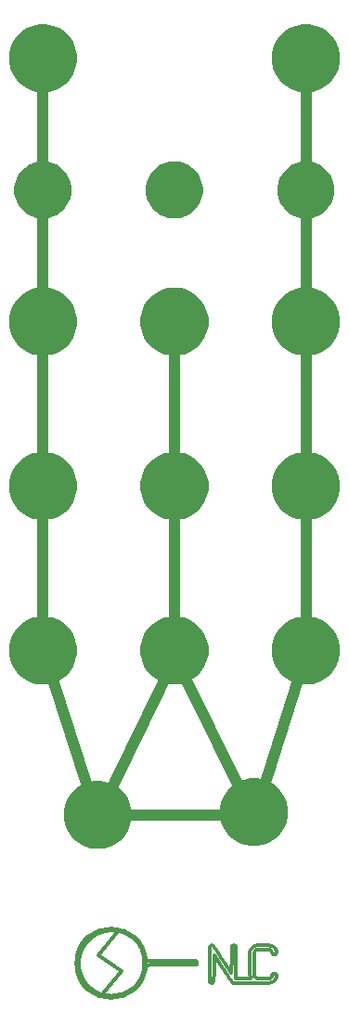
<source format=gbr>
G04 #@! TF.GenerationSoftware,KiCad,Pcbnew,(5.1.5-0)*
G04 #@! TF.CreationDate,2021-01-11T19:05:57-08:00*
G04 #@! TF.ProjectId,sloths,736c6f74-6873-42e6-9b69-6361645f7063,rev?*
G04 #@! TF.SameCoordinates,Original*
G04 #@! TF.FileFunction,Soldermask,Top*
G04 #@! TF.FilePolarity,Negative*
%FSLAX46Y46*%
G04 Gerber Fmt 4.6, Leading zero omitted, Abs format (unit mm)*
G04 Created by KiCad (PCBNEW (5.1.5-0)) date 2021-01-11 19:05:57*
%MOMM*%
%LPD*%
G04 APERTURE LIST*
%ADD10C,1.000000*%
%ADD11C,0.300000*%
%ADD12C,0.000800*%
%ADD13C,0.100000*%
G04 APERTURE END LIST*
D10*
X13250000Y-108000000D02*
X27500000Y-108000000D01*
X27500000Y-108250000D02*
X20250000Y-93500000D01*
X32250000Y-93250000D02*
X27500000Y-108250000D01*
X13250000Y-108250000D02*
X20500000Y-93250000D01*
X8250000Y-92750000D02*
X13250000Y-108250000D01*
X20250000Y-63000000D02*
X20250000Y-93250000D01*
X8250000Y-38500000D02*
X8250000Y-92750000D01*
X32250000Y-39000000D02*
X32250000Y-93250000D01*
D11*
X15400000Y-122225000D02*
X13725000Y-124300000D01*
X13350000Y-120800000D02*
X15400000Y-122225000D01*
X15125000Y-118600000D02*
X13350000Y-120800000D01*
X17500000Y-121500000D02*
G75*
G03X17500000Y-121500000I-3000000J0D01*
G01*
X17641228Y-121525000D02*
G75*
G03X17641228Y-121525000I-3166228J0D01*
G01*
D12*
X14399872Y-121583982D02*
X14396064Y-121581424D01*
X14396064Y-121581424D02*
X14388471Y-121576323D01*
X14388471Y-121576323D02*
X14377128Y-121568701D01*
X14377128Y-121568701D02*
X14362096Y-121558596D01*
X14362096Y-121558596D02*
X14347166Y-121548555D01*
X14347166Y-121548555D02*
X14336038Y-121541068D01*
X14336038Y-121541068D02*
X14328649Y-121536094D01*
X14328649Y-121536094D02*
X14321286Y-121531138D01*
X14321286Y-121531138D02*
X14313948Y-121526198D01*
X14313948Y-121526198D02*
X14306636Y-121521273D01*
X14306636Y-121521273D02*
X14299350Y-121516365D01*
X14299350Y-121516365D02*
X14288466Y-121509032D01*
X14288466Y-121509032D02*
X14277645Y-121501739D01*
X14277645Y-121501739D02*
X14270462Y-121496894D01*
X14270462Y-121496894D02*
X14263304Y-121492066D01*
X14263304Y-121492066D02*
X14256171Y-121487256D01*
X14256171Y-121487256D02*
X14245520Y-121480068D01*
X14245520Y-121480068D02*
X14234931Y-121472920D01*
X14234931Y-121472920D02*
X14227904Y-121468175D01*
X14227904Y-121468175D02*
X14220901Y-121463446D01*
X14220901Y-121463446D02*
X14213924Y-121458733D01*
X14213924Y-121458733D02*
X14203506Y-121451693D01*
X14203506Y-121451693D02*
X14193151Y-121444693D01*
X14193151Y-121444693D02*
X14186280Y-121440046D01*
X14186280Y-121440046D02*
X14176019Y-121433105D01*
X14176019Y-121433105D02*
X14162431Y-121423908D01*
X14162431Y-121423908D02*
X14152311Y-121417056D01*
X14152311Y-121417056D02*
X14145597Y-121412508D01*
X14145597Y-121412508D02*
X14138908Y-121407977D01*
X14138908Y-121407977D02*
X14132246Y-121403462D01*
X14132246Y-121403462D02*
X14125610Y-121398963D01*
X14125610Y-121398963D02*
X14119001Y-121394483D01*
X14119001Y-121394483D02*
X14109133Y-121387790D01*
X14109133Y-121387790D02*
X14099331Y-121381138D01*
X14099331Y-121381138D02*
X14092828Y-121376724D01*
X14092828Y-121376724D02*
X14083120Y-121370131D01*
X14083120Y-121370131D02*
X14073477Y-121363581D01*
X14073477Y-121363581D02*
X14067081Y-121359234D01*
X14067081Y-121359234D02*
X14060711Y-121354903D01*
X14060711Y-121354903D02*
X14054367Y-121350589D01*
X14054367Y-121350589D02*
X14048049Y-121346293D01*
X14048049Y-121346293D02*
X14041760Y-121342013D01*
X14041760Y-121342013D02*
X14035497Y-121337750D01*
X14035497Y-121337750D02*
X14029260Y-121333504D01*
X14029260Y-121333504D02*
X14023050Y-121329275D01*
X14023050Y-121329275D02*
X14016869Y-121325064D01*
X14016869Y-121325064D02*
X14010714Y-121320869D01*
X14010714Y-121320869D02*
X14004585Y-121316691D01*
X14004585Y-121316691D02*
X13998483Y-121312531D01*
X13998483Y-121312531D02*
X13992408Y-121308388D01*
X13992408Y-121308388D02*
X13986361Y-121304261D01*
X13986361Y-121304261D02*
X13981843Y-121301178D01*
X13981843Y-121301178D02*
X13978840Y-121299129D01*
X13978840Y-121299129D02*
X13974347Y-121296061D01*
X13974347Y-121296061D02*
X13968382Y-121291986D01*
X13968382Y-121291986D02*
X13962443Y-121287929D01*
X13962443Y-121287929D02*
X13956530Y-121283887D01*
X13956530Y-121283887D02*
X13950645Y-121279863D01*
X13950645Y-121279863D02*
X13944788Y-121275857D01*
X13944788Y-121275857D02*
X13938957Y-121271868D01*
X13938957Y-121271868D02*
X13933154Y-121267897D01*
X13933154Y-121267897D02*
X13927378Y-121263943D01*
X13927378Y-121263943D02*
X13921630Y-121260006D01*
X13921630Y-121260006D02*
X13915909Y-121256087D01*
X13915909Y-121256087D02*
X13910215Y-121252185D01*
X13910215Y-121252185D02*
X13904549Y-121248300D01*
X13904549Y-121248300D02*
X13898911Y-121244434D01*
X13898911Y-121244434D02*
X13893300Y-121240583D01*
X13893300Y-121240583D02*
X13887717Y-121236751D01*
X13887717Y-121236751D02*
X13879391Y-121231034D01*
X13879391Y-121231034D02*
X13871133Y-121225361D01*
X13871133Y-121225361D02*
X13865660Y-121221597D01*
X13865660Y-121221597D02*
X13860214Y-121217853D01*
X13860214Y-121217853D02*
X13854797Y-121214126D01*
X13854797Y-121214126D02*
X13849408Y-121210417D01*
X13849408Y-121210417D02*
X13844046Y-121206725D01*
X13844046Y-121206725D02*
X13838712Y-121203051D01*
X13838712Y-121203051D02*
X13833406Y-121199395D01*
X13833406Y-121199395D02*
X13828128Y-121195758D01*
X13828128Y-121195758D02*
X13822877Y-121192136D01*
X13822877Y-121192136D02*
X13817655Y-121188533D01*
X13817655Y-121188533D02*
X13812461Y-121184948D01*
X13812461Y-121184948D02*
X13808585Y-121182271D01*
X13808585Y-121182271D02*
X13806008Y-121180492D01*
X13806008Y-121180492D02*
X13802156Y-121177831D01*
X13802156Y-121177831D02*
X13797046Y-121174300D01*
X13797046Y-121174300D02*
X13791965Y-121170787D01*
X13791965Y-121170787D02*
X13786911Y-121167290D01*
X13786911Y-121167290D02*
X13781885Y-121163812D01*
X13781885Y-121163812D02*
X13776887Y-121160351D01*
X13776887Y-121160351D02*
X13771918Y-121156909D01*
X13771918Y-121156909D02*
X13766977Y-121153484D01*
X13766977Y-121153484D02*
X13762063Y-121150078D01*
X13762063Y-121150078D02*
X13757179Y-121146690D01*
X13757179Y-121146690D02*
X13752323Y-121143321D01*
X13752323Y-121143321D02*
X13747495Y-121139968D01*
X13747495Y-121139968D02*
X13742695Y-121136634D01*
X13742695Y-121136634D02*
X13737925Y-121133318D01*
X13737925Y-121133318D02*
X13733183Y-121130021D01*
X13733183Y-121130021D02*
X13728468Y-121126741D01*
X13728468Y-121126741D02*
X13723782Y-121123480D01*
X13723782Y-121123480D02*
X13719126Y-121120237D01*
X13719126Y-121120237D02*
X13714498Y-121117012D01*
X13714498Y-121117012D02*
X13709898Y-121113805D01*
X13709898Y-121113805D02*
X13705327Y-121110616D01*
X13705327Y-121110616D02*
X13700785Y-121107445D01*
X13700785Y-121107445D02*
X13696271Y-121104292D01*
X13696271Y-121104292D02*
X13691786Y-121101158D01*
X13691786Y-121101158D02*
X13687330Y-121098042D01*
X13687330Y-121098042D02*
X13682902Y-121094946D01*
X13682902Y-121094946D02*
X13678504Y-121091868D01*
X13678504Y-121091868D02*
X13674135Y-121088807D01*
X13674135Y-121088807D02*
X13669794Y-121085765D01*
X13669794Y-121085765D02*
X13665482Y-121082741D01*
X13665482Y-121082741D02*
X13661200Y-121079736D01*
X13661200Y-121079736D02*
X13656946Y-121076749D01*
X13656946Y-121076749D02*
X13652720Y-121073782D01*
X13652720Y-121073782D02*
X13648525Y-121070833D01*
X13648525Y-121070833D02*
X13644359Y-121067902D01*
X13644359Y-121067902D02*
X13640220Y-121064990D01*
X13640220Y-121064990D02*
X13636111Y-121062095D01*
X13636111Y-121062095D02*
X13632031Y-121059219D01*
X13632031Y-121059219D02*
X13627980Y-121056362D01*
X13627980Y-121056362D02*
X13623959Y-121053524D01*
X13623959Y-121053524D02*
X13619967Y-121050704D01*
X13619967Y-121050704D02*
X13616005Y-121047904D01*
X13616005Y-121047904D02*
X13612072Y-121045123D01*
X13612072Y-121045123D02*
X13608167Y-121042359D01*
X13608167Y-121042359D02*
X13604292Y-121039614D01*
X13604292Y-121039614D02*
X13600446Y-121036887D01*
X13600446Y-121036887D02*
X13596631Y-121034181D01*
X13596631Y-121034181D02*
X13592845Y-121031493D01*
X13592845Y-121031493D02*
X13589087Y-121028823D01*
X13589087Y-121028823D02*
X13585361Y-121026173D01*
X13585361Y-121026173D02*
X13581663Y-121023542D01*
X13581663Y-121023542D02*
X13577996Y-121020930D01*
X13577996Y-121020930D02*
X13574357Y-121018335D01*
X13574357Y-121018335D02*
X13570748Y-121015760D01*
X13570748Y-121015760D02*
X13567169Y-121013204D01*
X13567169Y-121013204D02*
X13563618Y-121010667D01*
X13563618Y-121010667D02*
X13560098Y-121008150D01*
X13560098Y-121008150D02*
X13556609Y-121005651D01*
X13556609Y-121005651D02*
X13553149Y-121003171D01*
X13553149Y-121003171D02*
X13549718Y-121000710D01*
X13549718Y-121000710D02*
X13546317Y-120998268D01*
X13546317Y-120998268D02*
X13542945Y-120995846D01*
X13542945Y-120995846D02*
X13539605Y-120993443D01*
X13539605Y-120993443D02*
X13536294Y-120991059D01*
X13536294Y-120991059D02*
X13533014Y-120988694D01*
X13533014Y-120988694D02*
X13529763Y-120986348D01*
X13529763Y-120986348D02*
X13526543Y-120984023D01*
X13526543Y-120984023D02*
X13523352Y-120981715D01*
X13523352Y-120981715D02*
X13520191Y-120979426D01*
X13520191Y-120979426D02*
X13517841Y-120977723D01*
X13517841Y-120977723D02*
X13516283Y-120976593D01*
X13516283Y-120976593D02*
X13513960Y-120974908D01*
X13513960Y-120974908D02*
X13510889Y-120972678D01*
X13510889Y-120972678D02*
X13507849Y-120970467D01*
X13507849Y-120970467D02*
X13505590Y-120968822D01*
X13505590Y-120968822D02*
X13504093Y-120967732D01*
X13504093Y-120967732D02*
X13501861Y-120966104D01*
X13501861Y-120966104D02*
X13498911Y-120963951D01*
X13498911Y-120963951D02*
X13495992Y-120961818D01*
X13495992Y-120961818D02*
X13493103Y-120959704D01*
X13493103Y-120959704D02*
X13490244Y-120957610D01*
X13490244Y-120957610D02*
X13487417Y-120955536D01*
X13487417Y-120955536D02*
X13484619Y-120953481D01*
X13484619Y-120953481D02*
X13481853Y-120951445D01*
X13481853Y-120951445D02*
X13479117Y-120949429D01*
X13479117Y-120949429D02*
X13476412Y-120947433D01*
X13476412Y-120947433D02*
X13473736Y-120945456D01*
X13473736Y-120945456D02*
X13471091Y-120943498D01*
X13471091Y-120943498D02*
X13468478Y-120941560D01*
X13468478Y-120941560D02*
X13465895Y-120939642D01*
X13465895Y-120939642D02*
X13463342Y-120937743D01*
X13463342Y-120937743D02*
X13461447Y-120936333D01*
X13461447Y-120936333D02*
X13460195Y-120935399D01*
X13460195Y-120935399D02*
X13458950Y-120934469D01*
X13458950Y-120934469D02*
X13457712Y-120933545D01*
X13457712Y-120933545D02*
X13456482Y-120932626D01*
X13456482Y-120932626D02*
X13455260Y-120931711D01*
X13455260Y-120931711D02*
X13454045Y-120930801D01*
X13454045Y-120930801D02*
X13452837Y-120929897D01*
X13452837Y-120929897D02*
X13451339Y-120928772D01*
X13451339Y-120928772D02*
X13450744Y-120928324D01*
X13450744Y-120928324D02*
X13450150Y-120927878D01*
X13450150Y-120927878D02*
X13448674Y-120926768D01*
X13448674Y-120926768D02*
X13446337Y-120925008D01*
X13446337Y-120925008D02*
X13444892Y-120923919D01*
X13444892Y-120923919D02*
X13444317Y-120923484D01*
X13444317Y-120923484D02*
X13443459Y-120922836D01*
X13443459Y-120922836D02*
X13442322Y-120921977D01*
X13442322Y-120921977D02*
X13441192Y-120921122D01*
X13441192Y-120921122D02*
X13440350Y-120920484D01*
X13440350Y-120920484D02*
X13439791Y-120920060D01*
X13439791Y-120920060D02*
X13439234Y-120919638D01*
X13439234Y-120919638D02*
X13438680Y-120919218D01*
X13438680Y-120919218D02*
X13437299Y-120918168D01*
X13437299Y-120918168D02*
X13435660Y-120916921D01*
X13435660Y-120916921D02*
X13434577Y-120916096D01*
X13434577Y-120916096D02*
X13432966Y-120914867D01*
X13432966Y-120914867D02*
X13430846Y-120913246D01*
X13430846Y-120913246D02*
X13429538Y-120912244D01*
X13429538Y-120912244D02*
X13428241Y-120911249D01*
X13428241Y-120911249D02*
X13427212Y-120910458D01*
X13427212Y-120910458D02*
X13426445Y-120909869D01*
X13426445Y-120909869D02*
X13425936Y-120909479D01*
X13425936Y-120909479D02*
X13425430Y-120909089D01*
X13425430Y-120909089D02*
X13424926Y-120908699D01*
X13424926Y-120908699D02*
X13424423Y-120908311D01*
X13424423Y-120908311D02*
X13423923Y-120907925D01*
X13423923Y-120907925D02*
X13423175Y-120907348D01*
X13423175Y-120907348D02*
X13422432Y-120906774D01*
X13422432Y-120906774D02*
X13421940Y-120906393D01*
X13421940Y-120906393D02*
X13421204Y-120905823D01*
X13421204Y-120905823D02*
X13420472Y-120905256D01*
X13420472Y-120905256D02*
X13418782Y-120903944D01*
X13418782Y-120903944D02*
X13417591Y-120903017D01*
X13417591Y-120903017D02*
X13417117Y-120902648D01*
X13417117Y-120902648D02*
X13416411Y-120902097D01*
X13416411Y-120902097D02*
X13415710Y-120901549D01*
X13415710Y-120901549D02*
X13415244Y-120901185D01*
X13415244Y-120901185D02*
X13414781Y-120900823D01*
X13414781Y-120900823D02*
X13414319Y-120900463D01*
X13414319Y-120900463D02*
X13413173Y-120899564D01*
X13413173Y-120899564D02*
X13411365Y-120898145D01*
X13411365Y-120898145D02*
X13410031Y-120897093D01*
X13410031Y-120897093D02*
X13409371Y-120896571D01*
X13409371Y-120896571D02*
X13408280Y-120895709D01*
X13408280Y-120895709D02*
X13407632Y-120895196D01*
X13407632Y-120895196D02*
X13406561Y-120894347D01*
X13406561Y-120894347D02*
X13405712Y-120893672D01*
X13405712Y-120893672D02*
X13404453Y-120892669D01*
X13404453Y-120892669D02*
X13403214Y-120891679D01*
X13403214Y-120891679D02*
X13402396Y-120891024D01*
X13402396Y-120891024D02*
X13401789Y-120890538D01*
X13401789Y-120890538D02*
X13400986Y-120889892D01*
X13400986Y-120889892D02*
X13400192Y-120889252D01*
X13400192Y-120889252D02*
X13399209Y-120888459D01*
X13399209Y-120888459D02*
X13398432Y-120887830D01*
X13398432Y-120887830D02*
X13397854Y-120887362D01*
X13397854Y-120887362D02*
X13396712Y-120886434D01*
X13396712Y-120886434D02*
X13396148Y-120885975D01*
X13396148Y-120885975D02*
X13395402Y-120885368D01*
X13395402Y-120885368D02*
X13394848Y-120884916D01*
X13394848Y-120884916D02*
X13393935Y-120884167D01*
X13393935Y-120884167D02*
X13393213Y-120883574D01*
X13393213Y-120883574D02*
X13392499Y-120882986D01*
X13392499Y-120882986D02*
X13391793Y-120882403D01*
X13391793Y-120882403D02*
X13390749Y-120881539D01*
X13390749Y-120881539D02*
X13389724Y-120880686D01*
X13389724Y-120880686D02*
X13389050Y-120880124D01*
X13389050Y-120880124D02*
X13388384Y-120879567D01*
X13388384Y-120879567D02*
X13387726Y-120879014D01*
X13387726Y-120879014D02*
X13387237Y-120878604D01*
X13387237Y-120878604D02*
X13386434Y-120877926D01*
X13386434Y-120877926D02*
X13385958Y-120877524D01*
X13385958Y-120877524D02*
X13385174Y-120876859D01*
X13385174Y-120876859D02*
X13384710Y-120876464D01*
X13384710Y-120876464D02*
X13383947Y-120875813D01*
X13383947Y-120875813D02*
X13383495Y-120875427D01*
X13383495Y-120875427D02*
X13382603Y-120874659D01*
X13382603Y-120874659D02*
X13382164Y-120874280D01*
X13382164Y-120874280D02*
X13381729Y-120873904D01*
X13381729Y-120873904D02*
X13381015Y-120873284D01*
X13381015Y-120873284D02*
X13380453Y-120872794D01*
X13380453Y-120872794D02*
X13379898Y-120872309D01*
X13379898Y-120872309D02*
X13379218Y-120871711D01*
X13379218Y-120871711D02*
X13378285Y-120870885D01*
X13378285Y-120870885D02*
X13377763Y-120870421D01*
X13377763Y-120870421D02*
X13377249Y-120869962D01*
X13377249Y-120869962D02*
X13376743Y-120869507D01*
X13376743Y-120869507D02*
X13376122Y-120868948D01*
X13376122Y-120868948D02*
X13375394Y-120868286D01*
X13375394Y-120868286D02*
X13374801Y-120867745D01*
X13374801Y-120867745D02*
X13374220Y-120867210D01*
X13374220Y-120867210D02*
X13373428Y-120866476D01*
X13373428Y-120866476D02*
X13372987Y-120866063D01*
X13372987Y-120866063D02*
X13372553Y-120865657D01*
X13372553Y-120865657D02*
X13372128Y-120865255D01*
X13372128Y-120865255D02*
X13371711Y-120864859D01*
X13371711Y-120864859D02*
X13371302Y-120864468D01*
X13371302Y-120864468D02*
X13370802Y-120863986D01*
X13370802Y-120863986D02*
X13370123Y-120863325D01*
X13370123Y-120863325D02*
X13369469Y-120862680D01*
X13369469Y-120862680D02*
X13368929Y-120862140D01*
X13368929Y-120862140D02*
X13368408Y-120861613D01*
X13368408Y-120861613D02*
X13367986Y-120861180D01*
X13367986Y-120861180D02*
X13367577Y-120860757D01*
X13367577Y-120860757D02*
X13367026Y-120860178D01*
X13367026Y-120860178D02*
X13366500Y-120859616D01*
X13366500Y-120859616D02*
X13365862Y-120858917D01*
X13365862Y-120858917D02*
X13365392Y-120858391D01*
X13365392Y-120858391D02*
X13364826Y-120857739D01*
X13364826Y-120857739D02*
X13364415Y-120857251D01*
X13364415Y-120857251D02*
X13363976Y-120856712D01*
X13363976Y-120856712D02*
X13363568Y-120856194D01*
X13363568Y-120856194D02*
X13363194Y-120855697D01*
X13363194Y-120855697D02*
X13362852Y-120855221D01*
X13362852Y-120855221D02*
X13362473Y-120854656D01*
X13362473Y-120854656D02*
X13362143Y-120854126D01*
X13362143Y-120854126D02*
X13361816Y-120853532D01*
X13361816Y-120853532D02*
X13361662Y-120853210D01*
X15409320Y-122280773D02*
X15409127Y-122280130D01*
X15409127Y-122280130D02*
X15408777Y-122279654D01*
X15408777Y-122279654D02*
X15408301Y-122279109D01*
X15408301Y-122279109D02*
X15407586Y-122278376D01*
X15407586Y-122278376D02*
X15407133Y-122277937D01*
X15407133Y-122277937D02*
X15406688Y-122277519D01*
X15406688Y-122277519D02*
X15406266Y-122277132D01*
X15406266Y-122277132D02*
X15405746Y-122276664D01*
X15405746Y-122276664D02*
X15405257Y-122276232D01*
X15405257Y-122276232D02*
X15404662Y-122275714D01*
X15404662Y-122275714D02*
X15403943Y-122275099D01*
X15403943Y-122275099D02*
X15403262Y-122274524D01*
X15403262Y-122274524D02*
X15402542Y-122273922D01*
X15402542Y-122273922D02*
X15401783Y-122273295D01*
X15401783Y-122273295D02*
X15400983Y-122272641D01*
X15400983Y-122272641D02*
X15400144Y-122271961D01*
X15400144Y-122271961D02*
X15399267Y-122271256D01*
X15399267Y-122271256D02*
X15398815Y-122270894D01*
X15398815Y-122270894D02*
X15398352Y-122270524D01*
X15398352Y-122270524D02*
X15397878Y-122270148D01*
X15397878Y-122270148D02*
X15397395Y-122269765D01*
X15397395Y-122269765D02*
X15396903Y-122269377D01*
X15396903Y-122269377D02*
X15396148Y-122268784D01*
X15396148Y-122268784D02*
X15395368Y-122268173D01*
X15395368Y-122268173D02*
X15394839Y-122267759D01*
X15394839Y-122267759D02*
X15394299Y-122267338D01*
X15394299Y-122267338D02*
X15393748Y-122266910D01*
X15393748Y-122266910D02*
X15393189Y-122266477D01*
X15393189Y-122266477D02*
X15392620Y-122266037D01*
X15392620Y-122266037D02*
X15391750Y-122265368D01*
X15391750Y-122265368D02*
X15390556Y-122264451D01*
X15390556Y-122264451D02*
X15389322Y-122263508D01*
X15389322Y-122263508D02*
X15388050Y-122262540D01*
X15388050Y-122262540D02*
X15386741Y-122261547D01*
X15386741Y-122261547D02*
X15385734Y-122260783D01*
X15385734Y-122260783D02*
X15385051Y-122260269D01*
X15385051Y-122260269D02*
X15384011Y-122259486D01*
X15384011Y-122259486D02*
X15382947Y-122258686D01*
X15382947Y-122258686D02*
X15382227Y-122258146D01*
X15382227Y-122258146D02*
X15381131Y-122257326D01*
X15381131Y-122257326D02*
X15379636Y-122256209D01*
X15379636Y-122256209D02*
X15378489Y-122255354D01*
X15378489Y-122255354D02*
X15377714Y-122254776D01*
X15377714Y-122254776D02*
X15376534Y-122253901D01*
X15376534Y-122253901D02*
X15374928Y-122252710D01*
X15374928Y-122252710D02*
X15373285Y-122251496D01*
X15373285Y-122251496D02*
X15371607Y-122250257D01*
X15371607Y-122250257D02*
X15370322Y-122249311D01*
X15370322Y-122249311D02*
X15369456Y-122248673D01*
X15369456Y-122248673D02*
X15368140Y-122247707D01*
X15368140Y-122247707D02*
X15366353Y-122246397D01*
X15366353Y-122246397D02*
X15364531Y-122245063D01*
X15364531Y-122245063D02*
X15362671Y-122243704D01*
X15362671Y-122243704D02*
X15360776Y-122242321D01*
X15360776Y-122242321D02*
X15359330Y-122241267D01*
X15359330Y-122241267D02*
X15358357Y-122240559D01*
X15358357Y-122240559D02*
X15356880Y-122239486D01*
X15356880Y-122239486D02*
X15354879Y-122238034D01*
X15354879Y-122238034D02*
X15352843Y-122236558D01*
X15352843Y-122236558D02*
X15351292Y-122235434D01*
X15351292Y-122235434D02*
X15350248Y-122234679D01*
X15350248Y-122234679D02*
X15349195Y-122233918D01*
X15349195Y-122233918D02*
X15348133Y-122233150D01*
X15348133Y-122233150D02*
X15346525Y-122231990D01*
X15346525Y-122231990D02*
X15344895Y-122230815D01*
X15344895Y-122230815D02*
X15343798Y-122230026D01*
X15343798Y-122230026D02*
X15342140Y-122228832D01*
X15342140Y-122228832D02*
X15339895Y-122227218D01*
X15339895Y-122227218D02*
X15338187Y-122225991D01*
X15338187Y-122225991D02*
X15337040Y-122225166D01*
X15337040Y-122225166D02*
X15335303Y-122223921D01*
X15335303Y-122223921D02*
X15332957Y-122222240D01*
X15332957Y-122222240D02*
X15330576Y-122220535D01*
X15330576Y-122220535D02*
X15328160Y-122218807D01*
X15328160Y-122218807D02*
X15325712Y-122217058D01*
X15325712Y-122217058D02*
X15323229Y-122215287D01*
X15323229Y-122215287D02*
X15320714Y-122213493D01*
X15320714Y-122213493D02*
X15318164Y-122211677D01*
X15318164Y-122211677D02*
X15315583Y-122209840D01*
X15315583Y-122209840D02*
X15312968Y-122207981D01*
X15312968Y-122207981D02*
X15310321Y-122206100D01*
X15310321Y-122206100D02*
X15307640Y-122204197D01*
X15307640Y-122204197D02*
X15304927Y-122202272D01*
X15304927Y-122202272D02*
X15302182Y-122200327D01*
X15302182Y-122200327D02*
X15299404Y-122198360D01*
X15299404Y-122198360D02*
X15296594Y-122196371D01*
X15296594Y-122196371D02*
X15293751Y-122194361D01*
X15293751Y-122194361D02*
X15290877Y-122192332D01*
X15290877Y-122192332D02*
X15287971Y-122190281D01*
X15287971Y-122190281D02*
X15285033Y-122188208D01*
X15285033Y-122188208D02*
X15282063Y-122186114D01*
X15282063Y-122186114D02*
X15279062Y-122183999D01*
X15279062Y-122183999D02*
X15276029Y-122181863D01*
X15276029Y-122181863D02*
X15272965Y-122179707D01*
X15272965Y-122179707D02*
X15269870Y-122177530D01*
X15269870Y-122177530D02*
X15266745Y-122175334D01*
X15266745Y-122175334D02*
X15262002Y-122172004D01*
X15262002Y-122172004D02*
X15257182Y-122168621D01*
X15257182Y-122168621D02*
X15253934Y-122166344D01*
X15253934Y-122166344D02*
X15250655Y-122164046D01*
X15250655Y-122164046D02*
X15247346Y-122161728D01*
X15247346Y-122161728D02*
X15244007Y-122159391D01*
X15244007Y-122159391D02*
X15240638Y-122157035D01*
X15240638Y-122157035D02*
X15237238Y-122154658D01*
X15237238Y-122154658D02*
X15233809Y-122152261D01*
X15233809Y-122152261D02*
X15230350Y-122149844D01*
X15230350Y-122149844D02*
X15226861Y-122147409D01*
X15226861Y-122147409D02*
X15223344Y-122144954D01*
X15223344Y-122144954D02*
X15219797Y-122142480D01*
X15219797Y-122142480D02*
X15216221Y-122139987D01*
X15216221Y-122139987D02*
X15212617Y-122137475D01*
X15212617Y-122137475D02*
X15208983Y-122134944D01*
X15208983Y-122134944D02*
X15205320Y-122132393D01*
X15205320Y-122132393D02*
X15201629Y-122129825D01*
X15201629Y-122129825D02*
X15197910Y-122127237D01*
X15197910Y-122127237D02*
X15192281Y-122123325D01*
X15192281Y-122123325D02*
X15184674Y-122118040D01*
X15184674Y-122118040D02*
X15178891Y-122114024D01*
X15178891Y-122114024D02*
X15175002Y-122111326D01*
X15175002Y-122111326D02*
X15171087Y-122108610D01*
X15171087Y-122108610D02*
X15167144Y-122105877D01*
X15167144Y-122105877D02*
X15164168Y-122103814D01*
X15164168Y-122103814D02*
X15162175Y-122102432D01*
X15162175Y-122102432D02*
X15159176Y-122100355D01*
X15159176Y-122100355D02*
X15155153Y-122097568D01*
X15155153Y-122097568D02*
X15152116Y-122095465D01*
X15152116Y-122095465D02*
X15150084Y-122094058D01*
X15150084Y-122094058D02*
X15147024Y-122091941D01*
X15147024Y-122091941D02*
X15143946Y-122089811D01*
X15143946Y-122089811D02*
X15141887Y-122088386D01*
X15141887Y-122088386D02*
X15136716Y-122084810D01*
X15136716Y-122084810D02*
X15130446Y-122080476D01*
X15130446Y-122080476D02*
X15127289Y-122078295D01*
X15127289Y-122078295D02*
X15125178Y-122076835D01*
X15125178Y-122076835D02*
X15119875Y-122073174D01*
X15119875Y-122073174D02*
X15113450Y-122068739D01*
X15113450Y-122068739D02*
X15109135Y-122065761D01*
X15109135Y-122065761D02*
X15102620Y-122061267D01*
X15102620Y-122061267D02*
X15093839Y-122055213D01*
X15093839Y-122055213D02*
X15084958Y-122049095D01*
X15084958Y-122049095D02*
X15078229Y-122044461D01*
X15078229Y-122044461D02*
X15073713Y-122041352D01*
X15073713Y-122041352D02*
X15069174Y-122038228D01*
X15069174Y-122038228D02*
X15064610Y-122035088D01*
X15064610Y-122035088D02*
X15057722Y-122030351D01*
X15057722Y-122030351D02*
X15048449Y-122023977D01*
X15048449Y-122023977D02*
X15041429Y-122019154D01*
X15041429Y-122019154D02*
X15036720Y-122015920D01*
X15036720Y-122015920D02*
X15031989Y-122012671D01*
X15031989Y-122012671D02*
X15027234Y-122009407D01*
X15027234Y-122009407D02*
X15022456Y-122006128D01*
X15022456Y-122006128D02*
X15017655Y-122002834D01*
X15017655Y-122002834D02*
X15012831Y-121999525D01*
X15012831Y-121999525D02*
X15009196Y-121997032D01*
X15009196Y-121997032D02*
X15006768Y-121995367D01*
X15006768Y-121995367D02*
X15000674Y-121991190D01*
X15000674Y-121991190D02*
X14993307Y-121986140D01*
X14993307Y-121986140D02*
X14988369Y-121982758D01*
X14988369Y-121982758D02*
X14980924Y-121977660D01*
X14980924Y-121977660D02*
X14970917Y-121970809D01*
X14970917Y-121970809D02*
X14960821Y-121963902D01*
X14960821Y-121963902D02*
X14950639Y-121956938D01*
X14950639Y-121956938D02*
X14940371Y-121949919D01*
X14940371Y-121949919D02*
X14930021Y-121942846D01*
X14930021Y-121942846D02*
X14922199Y-121937504D01*
X14922199Y-121937504D02*
X14916961Y-121933927D01*
X14916961Y-121933927D02*
X14911702Y-121930337D01*
X14911702Y-121930337D02*
X14906423Y-121926735D01*
X14906423Y-121926735D02*
X14901124Y-121923119D01*
X14901124Y-121923119D02*
X14895805Y-121919490D01*
X14895805Y-121919490D02*
X14890465Y-121915849D01*
X14890465Y-121915849D02*
X14885107Y-121912195D01*
X14885107Y-121912195D02*
X14877034Y-121906691D01*
X14877034Y-121906691D02*
X14866197Y-121899306D01*
X14866197Y-121899306D02*
X14855283Y-121891872D01*
X14855283Y-121891872D02*
X14844294Y-121884389D01*
X14844294Y-121884389D02*
X14836000Y-121878743D01*
X14836000Y-121878743D02*
X14830448Y-121874965D01*
X14830448Y-121874965D02*
X14824879Y-121871176D01*
X14824879Y-121871176D02*
X14819291Y-121867375D01*
X14819291Y-121867375D02*
X14810878Y-121861654D01*
X14810878Y-121861654D02*
X14802419Y-121855904D01*
X14802419Y-121855904D02*
X14796759Y-121852058D01*
X14796759Y-121852058D02*
X14788238Y-121846267D01*
X14788238Y-121846267D02*
X14776812Y-121838505D01*
X14776812Y-121838505D02*
X14768194Y-121832653D01*
X14768194Y-121832653D02*
X14762429Y-121828740D01*
X14762429Y-121828740D02*
X14753753Y-121822851D01*
X14753753Y-121822851D02*
X14745035Y-121816935D01*
X14745035Y-121816935D02*
X14739203Y-121812979D01*
X14739203Y-121812979D02*
X14730427Y-121807027D01*
X14730427Y-121807027D02*
X14721609Y-121801049D01*
X14721609Y-121801049D02*
X14715713Y-121797052D01*
X14715713Y-121797052D02*
X14709800Y-121793045D01*
X14709800Y-121793045D02*
X14703871Y-121789029D01*
X14703871Y-121789029D02*
X14697927Y-121785002D01*
X14697927Y-121785002D02*
X14691966Y-121780964D01*
X14691966Y-121780964D02*
X14685990Y-121776917D01*
X14685990Y-121776917D02*
X14679999Y-121772861D01*
X14679999Y-121772861D02*
X14673993Y-121768795D01*
X14673993Y-121768795D02*
X14667972Y-121764720D01*
X14667972Y-121764720D02*
X14658915Y-121758592D01*
X14658915Y-121758592D02*
X14646784Y-121750386D01*
X14646784Y-121750386D02*
X14634595Y-121742143D01*
X14634595Y-121742143D02*
X14622349Y-121733866D01*
X14622349Y-121733866D02*
X14614664Y-121728673D01*
X14614664Y-121728673D02*
X14611584Y-121726592D01*
X14611584Y-121726592D02*
X14606961Y-121723469D01*
X14606961Y-121723469D02*
X14597689Y-121717207D01*
X14597689Y-121717207D02*
X14588383Y-121710922D01*
X14588383Y-121710922D02*
X14582164Y-121706724D01*
X14582164Y-121706724D02*
X14575932Y-121702517D01*
X14575932Y-121702517D02*
X14571248Y-121699355D01*
X14571248Y-121699355D02*
X14564995Y-121695135D01*
X14564995Y-121695135D02*
X14561862Y-121693022D01*
X14561862Y-121693022D02*
X14557159Y-121689849D01*
X14557159Y-121689849D02*
X14550875Y-121685611D01*
X14550875Y-121685611D02*
X14544579Y-121681365D01*
X14544579Y-121681365D02*
X14538270Y-121677111D01*
X14538270Y-121677111D02*
X14533531Y-121673915D01*
X14533531Y-121673915D02*
X14530367Y-121671784D01*
X14530367Y-121671784D02*
X14525617Y-121668582D01*
X14525617Y-121668582D02*
X14519272Y-121664306D01*
X14519272Y-121664306D02*
X14509734Y-121657881D01*
X14509734Y-121657881D02*
X14496973Y-121649286D01*
X14496973Y-121649286D02*
X14484166Y-121640662D01*
X14484166Y-121640662D02*
X14471314Y-121632012D01*
X14471314Y-121632012D02*
X14461644Y-121625505D01*
X14461644Y-121625505D02*
X14455186Y-121621161D01*
X14455186Y-121621161D02*
X14445480Y-121614633D01*
X14445480Y-121614633D02*
X14432499Y-121605904D01*
X14432499Y-121605904D02*
X14422736Y-121599342D01*
X14422736Y-121599342D02*
X14416215Y-121594960D01*
X14416215Y-121594960D02*
X14409685Y-121590573D01*
X14409685Y-121590573D02*
X14403145Y-121586180D01*
X14403145Y-121586180D02*
X14399872Y-121583982D01*
X14591496Y-123279998D02*
X14601940Y-123267311D01*
X14601940Y-123267311D02*
X14617540Y-123248360D01*
X14617540Y-123248360D02*
X14627906Y-123235768D01*
X14627906Y-123235768D02*
X14643399Y-123216945D01*
X14643399Y-123216945D02*
X14663936Y-123191991D01*
X14663936Y-123191991D02*
X14684335Y-123167201D01*
X14684335Y-123167201D02*
X14697006Y-123151799D01*
X14697006Y-123151799D02*
X14702059Y-123145655D01*
X14702059Y-123145655D02*
X14709626Y-123136459D01*
X14709626Y-123136459D02*
X14724696Y-123118140D01*
X14724696Y-123118140D02*
X14739668Y-123099937D01*
X14739668Y-123099937D02*
X14749601Y-123087859D01*
X14749601Y-123087859D02*
X14759494Y-123075830D01*
X14759494Y-123075830D02*
X14769344Y-123063849D01*
X14769344Y-123063849D02*
X14784044Y-123045970D01*
X14784044Y-123045970D02*
X14803482Y-123022325D01*
X14803482Y-123022325D02*
X14817935Y-123004741D01*
X14817935Y-123004741D02*
X14827517Y-122993085D01*
X14827517Y-122993085D02*
X14837049Y-122981485D01*
X14837049Y-122981485D02*
X14846533Y-122969943D01*
X14846533Y-122969943D02*
X14855968Y-122958462D01*
X14855968Y-122958462D02*
X14863009Y-122949891D01*
X14863009Y-122949891D02*
X14867689Y-122944196D01*
X14867689Y-122944196D02*
X14879340Y-122930014D01*
X14879340Y-122930014D02*
X14897798Y-122907544D01*
X14897798Y-122907544D02*
X14916040Y-122885334D01*
X14916040Y-122885334D02*
X14934058Y-122863389D01*
X14934058Y-122863389D02*
X14947415Y-122847119D01*
X14947415Y-122847119D02*
X14956251Y-122836354D01*
X14956251Y-122836354D02*
X14962838Y-122828330D01*
X14962838Y-122828330D02*
X14967211Y-122823001D01*
X14967211Y-122823001D02*
X14973746Y-122815041D01*
X14973746Y-122815041D02*
X14982402Y-122804493D01*
X14982402Y-122804493D02*
X14990997Y-122794018D01*
X14990997Y-122794018D02*
X15003779Y-122778440D01*
X15003779Y-122778440D02*
X15016401Y-122763055D01*
X15016401Y-122763055D02*
X15024740Y-122752888D01*
X15024740Y-122752888D02*
X15037135Y-122737778D01*
X15037135Y-122737778D02*
X15053414Y-122717926D01*
X15053414Y-122717926D02*
X15065433Y-122703264D01*
X15065433Y-122703264D02*
X15073365Y-122693588D01*
X15073365Y-122693588D02*
X15085140Y-122679223D01*
X15085140Y-122679223D02*
X15100575Y-122660389D01*
X15100575Y-122660389D02*
X15115715Y-122641911D01*
X15115715Y-122641911D02*
X15130554Y-122623794D01*
X15130554Y-122623794D02*
X15139660Y-122612674D01*
X15139660Y-122612674D02*
X15143273Y-122608260D01*
X15143273Y-122608260D02*
X15148659Y-122601683D01*
X15148659Y-122601683D02*
X15159303Y-122588684D01*
X15159303Y-122588684D02*
X15169747Y-122575926D01*
X15169747Y-122575926D02*
X15176613Y-122567533D01*
X15176613Y-122567533D02*
X15186769Y-122555120D01*
X15186769Y-122555120D02*
X15196716Y-122542960D01*
X15196716Y-122542960D02*
X15203249Y-122534971D01*
X15203249Y-122534971D02*
X15209696Y-122527086D01*
X15209696Y-122527086D02*
X15216059Y-122519306D01*
X15216059Y-122519306D02*
X15225448Y-122507819D01*
X15225448Y-122507819D02*
X15234616Y-122496599D01*
X15234616Y-122496599D02*
X15240624Y-122489245D01*
X15240624Y-122489245D02*
X15249478Y-122478407D01*
X15249478Y-122478407D02*
X15260946Y-122464361D01*
X15260946Y-122464361D02*
X15272041Y-122450767D01*
X15272041Y-122450767D02*
X15278768Y-122442520D01*
X15278768Y-122442520D02*
X15281422Y-122439265D01*
X15281422Y-122439265D02*
X15285363Y-122434434D01*
X15285363Y-122434434D02*
X15290527Y-122428100D01*
X15290527Y-122428100D02*
X15295594Y-122421884D01*
X15295594Y-122421884D02*
X15300562Y-122415788D01*
X15300562Y-122415788D02*
X15305431Y-122409812D01*
X15305431Y-122409812D02*
X15310200Y-122403957D01*
X15310200Y-122403957D02*
X15314867Y-122398224D01*
X15314867Y-122398224D02*
X15318298Y-122394009D01*
X15318298Y-122394009D02*
X15320555Y-122391234D01*
X15320555Y-122391234D02*
X15323896Y-122387129D01*
X15323896Y-122387129D02*
X15328256Y-122381770D01*
X15328256Y-122381770D02*
X15332511Y-122376536D01*
X15332511Y-122376536D02*
X15336662Y-122371430D01*
X15336662Y-122371430D02*
X15340706Y-122366452D01*
X15340706Y-122366452D02*
X15344644Y-122361603D01*
X15344644Y-122361603D02*
X15348472Y-122356884D01*
X15348472Y-122356884D02*
X15352194Y-122352297D01*
X15352194Y-122352297D02*
X15355806Y-122347842D01*
X15355806Y-122347842D02*
X15359308Y-122343521D01*
X15359308Y-122343521D02*
X15361857Y-122340371D01*
X15361857Y-122340371D02*
X15363525Y-122338311D01*
X15363525Y-122338311D02*
X15365978Y-122335281D01*
X15365978Y-122335281D02*
X15369145Y-122331366D01*
X15369145Y-122331366D02*
X15372198Y-122327587D01*
X15372198Y-122327587D02*
X15375137Y-122323948D01*
X15375137Y-122323948D02*
X15377962Y-122320447D01*
X15377962Y-122320447D02*
X15380671Y-122317086D01*
X15380671Y-122317086D02*
X15383263Y-122313867D01*
X15383263Y-122313867D02*
X15385737Y-122310790D01*
X15385737Y-122310790D02*
X15388094Y-122307856D01*
X15388094Y-122307856D02*
X15389780Y-122305754D01*
X15389780Y-122305754D02*
X15390869Y-122304397D01*
X15390869Y-122304397D02*
X15392448Y-122302423D01*
X15392448Y-122302423D02*
X15393953Y-122300540D01*
X15393953Y-122300540D02*
X15394921Y-122299328D01*
X15394921Y-122299328D02*
X15396320Y-122297573D01*
X15396320Y-122297573D02*
X15397641Y-122295912D01*
X15397641Y-122295912D02*
X15398487Y-122294850D01*
X15398487Y-122294850D02*
X15399702Y-122293319D01*
X15399702Y-122293319D02*
X15400652Y-122292117D01*
X15400652Y-122292117D02*
X15401020Y-122291651D01*
X15401020Y-122291651D02*
X15401380Y-122291194D01*
X15401380Y-122291194D02*
X15401734Y-122290747D01*
X15401734Y-122290747D02*
X15402250Y-122290093D01*
X15402250Y-122290093D02*
X15402908Y-122289255D01*
X15402908Y-122289255D02*
X15403536Y-122288456D01*
X15403536Y-122288456D02*
X15404133Y-122287695D01*
X15404133Y-122287695D02*
X15404559Y-122287150D01*
X15404559Y-122287150D02*
X15405230Y-122286287D01*
X15405230Y-122286287D02*
X15405607Y-122285800D01*
X15405607Y-122285800D02*
X15406199Y-122285034D01*
X15406199Y-122285034D02*
X15406636Y-122284465D01*
X15406636Y-122284465D02*
X15407040Y-122283936D01*
X15407040Y-122283936D02*
X15407412Y-122283447D01*
X15407412Y-122283447D02*
X15407985Y-122282686D01*
X15407985Y-122282686D02*
X15408397Y-122282128D01*
X15408397Y-122282128D02*
X15408735Y-122281659D01*
X15408735Y-122281659D02*
X15409072Y-122281175D01*
X15409072Y-122281175D02*
X15409320Y-122280773D01*
D11*
X22200660Y-121685001D02*
X19945021Y-121685001D01*
D12*
X12318867Y-123766906D02*
X12318154Y-123766217D01*
X12318154Y-123766217D02*
X12316729Y-123764839D01*
X12316729Y-123764839D02*
X12314596Y-123762774D01*
X12314596Y-123762774D02*
X12312286Y-123760534D01*
X12312286Y-123760534D02*
X12309627Y-123757952D01*
X12309627Y-123757952D02*
X12308211Y-123756575D01*
X12308211Y-123756575D02*
X12305381Y-123753818D01*
X12305381Y-123753818D02*
X12301146Y-123749682D01*
X12301146Y-123749682D02*
X12299559Y-123748129D01*
X12299559Y-123748129D02*
X12297625Y-123746234D01*
X12297625Y-123746234D02*
X12295515Y-123744166D01*
X12295515Y-123744166D02*
X12289202Y-123737953D01*
X12289202Y-123737953D02*
X12287103Y-123735882D01*
X12287103Y-123735882D02*
X12285705Y-123734501D01*
X12285705Y-123734501D02*
X12284309Y-123733119D01*
X12284309Y-123733119D02*
X12282913Y-123731737D01*
X12282913Y-123731737D02*
X12280823Y-123729664D01*
X12280823Y-123729664D02*
X12278039Y-123726900D01*
X12278039Y-123726900D02*
X12274567Y-123723444D01*
X12274567Y-123723444D02*
X12272486Y-123721368D01*
X12272486Y-123721368D02*
X12266950Y-123715832D01*
X12266950Y-123715832D02*
X12262122Y-123710986D01*
X12262122Y-123710986D02*
X12260745Y-123709600D01*
X12260745Y-123709600D02*
X12259370Y-123708214D01*
X12259370Y-123708214D02*
X12256623Y-123705444D01*
X12256623Y-123705444D02*
X12253195Y-123701978D01*
X12253195Y-123701978D02*
X12251142Y-123699897D01*
X12251142Y-123699897D02*
X12250116Y-123698856D01*
X12250116Y-123698856D02*
X12249432Y-123698162D01*
X12249432Y-123698162D02*
X12248407Y-123697121D01*
X12248407Y-123697121D02*
X12247042Y-123695734D01*
X12247042Y-123695734D02*
X12244315Y-123692958D01*
X12244315Y-123692958D02*
X12242953Y-123691569D01*
X12242953Y-123691569D02*
X12241594Y-123690182D01*
X12241594Y-123690182D02*
X12240235Y-123688793D01*
X12240235Y-123688793D02*
X12238876Y-123687403D01*
X12238876Y-123687403D02*
X12236842Y-123685320D01*
X12236842Y-123685320D02*
X12234133Y-123682540D01*
X12234133Y-123682540D02*
X12232441Y-123680802D01*
X12232441Y-123680802D02*
X12231766Y-123680107D01*
X12231766Y-123680107D02*
X12228729Y-123676979D01*
X12228729Y-123676979D02*
X12225696Y-123673847D01*
X12225696Y-123673847D02*
X12225024Y-123673152D01*
X12225024Y-123673152D02*
X12220656Y-123668627D01*
X12220656Y-123668627D02*
X12217974Y-123665841D01*
X12217974Y-123665841D02*
X12215296Y-123663054D01*
X12215296Y-123663054D02*
X12213291Y-123660963D01*
X12213291Y-123660963D02*
X12210623Y-123658174D01*
X12210623Y-123658174D02*
X12209624Y-123657129D01*
X12209624Y-123657129D02*
X12208958Y-123656432D01*
X12208958Y-123656432D02*
X12207960Y-123655386D01*
X12207960Y-123655386D02*
X12206628Y-123653989D01*
X12206628Y-123653989D02*
X12205298Y-123652594D01*
X12205298Y-123652594D02*
X12203970Y-123651198D01*
X12203970Y-123651198D02*
X12202643Y-123649802D01*
X12202643Y-123649802D02*
X12201317Y-123648405D01*
X12201317Y-123648405D02*
X12198669Y-123645613D01*
X12198669Y-123645613D02*
X12193387Y-123640024D01*
X12193387Y-123640024D02*
X12192399Y-123638976D01*
X12192399Y-123638976D02*
X12191739Y-123638275D01*
X12191739Y-123638275D02*
X12190752Y-123637227D01*
X12190752Y-123637227D02*
X12189437Y-123635829D01*
X12189437Y-123635829D02*
X12188123Y-123634431D01*
X12188123Y-123634431D02*
X12185497Y-123631631D01*
X12185497Y-123631631D02*
X12181568Y-123627431D01*
X12181568Y-123627431D02*
X12180260Y-123626030D01*
X12180260Y-123626030D02*
X12178953Y-123624629D01*
X12178953Y-123624629D02*
X12177648Y-123623228D01*
X12177648Y-123623228D02*
X12173739Y-123619022D01*
X12173739Y-123619022D02*
X12171138Y-123616218D01*
X12171138Y-123616218D02*
X12170163Y-123615165D01*
X12170163Y-123615165D02*
X12169515Y-123614464D01*
X12169515Y-123614464D02*
X12167895Y-123612710D01*
X12167895Y-123612710D02*
X12165952Y-123610605D01*
X12165952Y-123610605D02*
X12160782Y-123604986D01*
X12160782Y-123604986D02*
X12159492Y-123603581D01*
X12159492Y-123603581D02*
X12157561Y-123601473D01*
X12157561Y-123601473D02*
X12151780Y-123595145D01*
X12151780Y-123595145D02*
X12150499Y-123593738D01*
X12150499Y-123593738D02*
X12149218Y-123592329D01*
X12149218Y-123592329D02*
X12147301Y-123590219D01*
X12147301Y-123590219D02*
X12144109Y-123586698D01*
X12144109Y-123586698D02*
X12141561Y-123583879D01*
X12141561Y-123583879D02*
X12140765Y-123582998D01*
X12140765Y-123582998D02*
X12139016Y-123581058D01*
X12139016Y-123581058D02*
X12137745Y-123579648D01*
X12137745Y-123579648D02*
X12136476Y-123578238D01*
X12136476Y-123578238D02*
X12129516Y-123570474D01*
X12129516Y-123570474D02*
X12126679Y-123567295D01*
X12126679Y-123567295D02*
X12126049Y-123566588D01*
X12126049Y-123566588D02*
X12122590Y-123562700D01*
X12122590Y-123562700D02*
X12118669Y-123558278D01*
X12118669Y-123558278D02*
X12117574Y-123557040D01*
X12117574Y-123557040D02*
X12116635Y-123555978D01*
X12116635Y-123555978D02*
X12116011Y-123555271D01*
X12116011Y-123555271D02*
X12115073Y-123554209D01*
X12115073Y-123554209D02*
X12109462Y-123547834D01*
X12109462Y-123547834D02*
X12106976Y-123544999D01*
X12106976Y-123544999D02*
X12105115Y-123542872D01*
X12105115Y-123542872D02*
X12102016Y-123539324D01*
X12102016Y-123539324D02*
X12100160Y-123537194D01*
X12100160Y-123537194D02*
X12098924Y-123535773D01*
X12098924Y-123535773D02*
X12097689Y-123534353D01*
X12097689Y-123534353D02*
X12096456Y-123532932D01*
X12096456Y-123532932D02*
X12090613Y-123526179D01*
X12090613Y-123526179D02*
X12089999Y-123525466D01*
X12089999Y-123525466D02*
X12089079Y-123524400D01*
X12089079Y-123524400D02*
X12088313Y-123523510D01*
X12088313Y-123523510D02*
X12086630Y-123521555D01*
X12086630Y-123521555D02*
X12084795Y-123519419D01*
X12084795Y-123519419D02*
X12080826Y-123514789D01*
X12080826Y-123514789D02*
X12080217Y-123514076D01*
X12080217Y-123514076D02*
X12079304Y-123513006D01*
X12079304Y-123513006D02*
X12077934Y-123511401D01*
X12077934Y-123511401D02*
X12076872Y-123510155D01*
X12076872Y-123510155D02*
X12074445Y-123507302D01*
X12074445Y-123507302D02*
X12071114Y-123503376D01*
X12071114Y-123503376D02*
X12070508Y-123502661D01*
X12070508Y-123502661D02*
X12069602Y-123501590D01*
X12069602Y-123501590D02*
X12068395Y-123500162D01*
X12068395Y-123500162D02*
X12067189Y-123498734D01*
X12067189Y-123498734D02*
X12065079Y-123496231D01*
X12065079Y-123496231D02*
X12064476Y-123495516D01*
X12064476Y-123495516D02*
X12061470Y-123491940D01*
X12061470Y-123491940D02*
X12060870Y-123491225D01*
X12060870Y-123491225D02*
X12058172Y-123488005D01*
X12058172Y-123488005D02*
X12055478Y-123484781D01*
X12055478Y-123484781D02*
X12054880Y-123484065D01*
X12054880Y-123484065D02*
X12051003Y-123479407D01*
X12051003Y-123479407D02*
X12048623Y-123476539D01*
X12048623Y-123476539D02*
X12046840Y-123474386D01*
X12046840Y-123474386D02*
X12045949Y-123473309D01*
X12045949Y-123473309D02*
X12045355Y-123472590D01*
X12045355Y-123472590D02*
X12044465Y-123471513D01*
X12044465Y-123471513D02*
X12041505Y-123467923D01*
X12041505Y-123467923D02*
X12039142Y-123465049D01*
X12039142Y-123465049D02*
X12037372Y-123462892D01*
X12037372Y-123462892D02*
X12036487Y-123461812D01*
X12036487Y-123461812D02*
X12035899Y-123461093D01*
X12035899Y-123461093D02*
X12035016Y-123460014D01*
X12035016Y-123460014D02*
X12033840Y-123458575D01*
X12033840Y-123458575D02*
X12032078Y-123456417D01*
X12032078Y-123456417D02*
X12029733Y-123453537D01*
X12029733Y-123453537D02*
X12027977Y-123451375D01*
X12027977Y-123451375D02*
X12026807Y-123449933D01*
X12026807Y-123449933D02*
X12025637Y-123448490D01*
X12025637Y-123448490D02*
X12024470Y-123447049D01*
X12024470Y-123447049D02*
X12018068Y-123439111D01*
X12018068Y-123439111D02*
X12016327Y-123436944D01*
X12016327Y-123436944D02*
X12015169Y-123435499D01*
X12015169Y-123435499D02*
X12011122Y-123430439D01*
X12011122Y-123430439D02*
X12009391Y-123428268D01*
X12009391Y-123428268D02*
X12008239Y-123426820D01*
X12008239Y-123426820D02*
X12005936Y-123423924D01*
X12005936Y-123423924D02*
X12004213Y-123421751D01*
X12004213Y-123421751D02*
X12002492Y-123419577D01*
X12002492Y-123419577D02*
X12001346Y-123418127D01*
X12001346Y-123418127D02*
X12000202Y-123416677D01*
X12000202Y-123416677D02*
X11999058Y-123415226D01*
X11999058Y-123415226D02*
X11996774Y-123412323D01*
X11996774Y-123412323D02*
X11995064Y-123410146D01*
X11995064Y-123410146D02*
X11992788Y-123407242D01*
X11992788Y-123407242D02*
X11990372Y-123404153D01*
X11990372Y-123404153D02*
X11988245Y-123401426D01*
X11988245Y-123401426D02*
X11985415Y-123397786D01*
X11985415Y-123397786D02*
X11984568Y-123396694D01*
X11984568Y-123396694D02*
X11984004Y-123395967D01*
X11984004Y-123395967D02*
X11980761Y-123391779D01*
X11980761Y-123391779D02*
X11979214Y-123389775D01*
X11979214Y-123389775D02*
X11975565Y-123385034D01*
X11975565Y-123385034D02*
X11975005Y-123384304D01*
X11975005Y-123384304D02*
X11973046Y-123381751D01*
X11973046Y-123381751D02*
X11971927Y-123380290D01*
X11971927Y-123380290D02*
X11970810Y-123378829D01*
X11970810Y-123378829D02*
X11969694Y-123377368D01*
X11969694Y-123377368D02*
X11968022Y-123375175D01*
X11968022Y-123375175D02*
X11965797Y-123372250D01*
X11965797Y-123372250D02*
X11963576Y-123369324D01*
X11963576Y-123369324D02*
X11962188Y-123367494D01*
X11962188Y-123367494D02*
X11961634Y-123366761D01*
X11961634Y-123366761D02*
X11955145Y-123358150D01*
X11955145Y-123358150D02*
X11953355Y-123355765D01*
X11953355Y-123355765D02*
X11952805Y-123355031D01*
X11952805Y-123355031D02*
X11947869Y-123348420D01*
X11947869Y-123348420D02*
X11947323Y-123347687D01*
X11947323Y-123347687D02*
X11946502Y-123346584D01*
X11946502Y-123346584D02*
X11939961Y-123337753D01*
X11939961Y-123337753D02*
X11939146Y-123336649D01*
X11939146Y-123336649D02*
X11938603Y-123335913D01*
X11938603Y-123335913D02*
X11937247Y-123334071D01*
X11937247Y-123334071D02*
X11934808Y-123330752D01*
X11934808Y-123330752D02*
X11934268Y-123330015D01*
X11934268Y-123330015D02*
X11933457Y-123328909D01*
X11933457Y-123328909D02*
X11932377Y-123327433D01*
X11932377Y-123327433D02*
X11930760Y-123325219D01*
X11930760Y-123325219D02*
X11928471Y-123322079D01*
X11928471Y-123322079D02*
X11926992Y-123320046D01*
X11926992Y-123320046D02*
X11926186Y-123318938D01*
X11926186Y-123318938D02*
X11925649Y-123318199D01*
X11925649Y-123318199D02*
X11922970Y-123314500D01*
X11922970Y-123314500D02*
X11922436Y-123313761D01*
X11922436Y-123313761D02*
X11920032Y-123310430D01*
X11920032Y-123310430D02*
X11917898Y-123307466D01*
X11917898Y-123307466D02*
X11913644Y-123301533D01*
X11913644Y-123301533D02*
X11911919Y-123299120D01*
X11911919Y-123299120D02*
X11910198Y-123296706D01*
X11910198Y-123296706D02*
X11909670Y-123295963D01*
X11909670Y-123295963D02*
X11907294Y-123292620D01*
X11907294Y-123292620D02*
X11904922Y-123289274D01*
X11904922Y-123289274D02*
X11904397Y-123288531D01*
X11904397Y-123288531D02*
X11900982Y-123283691D01*
X11900982Y-123283691D02*
X11899409Y-123281456D01*
X11899409Y-123281456D02*
X11896795Y-123277730D01*
X11896795Y-123277730D02*
X11894054Y-123273812D01*
X11894054Y-123273812D02*
X11892362Y-123271385D01*
X11892362Y-123271385D02*
X11891843Y-123270640D01*
X11891843Y-123270640D02*
X11890544Y-123268773D01*
X11890544Y-123268773D02*
X11889246Y-123266905D01*
X11889246Y-123266905D02*
X11888728Y-123266157D01*
X11888728Y-123266157D02*
X11886399Y-123262793D01*
X11886399Y-123262793D02*
X11884331Y-123259799D01*
X11884331Y-123259799D02*
X11880209Y-123253806D01*
X11880209Y-123253806D02*
X11879053Y-123252120D01*
X11879053Y-123252120D02*
X11876871Y-123248932D01*
X11876871Y-123248932D02*
X11876359Y-123248181D01*
X11876359Y-123248181D02*
X11871761Y-123241423D01*
X11871761Y-123241423D02*
X11871251Y-123240672D01*
X11871251Y-123240672D02*
X11869978Y-123238792D01*
X11869978Y-123238792D02*
X11867688Y-123235405D01*
X11867688Y-123235405D02*
X11867181Y-123234654D01*
X11867181Y-123234654D02*
X11866420Y-123233525D01*
X11866420Y-123233525D02*
X11865406Y-123232019D01*
X11865406Y-123232019D02*
X11864646Y-123230889D01*
X11864646Y-123230889D02*
X11864140Y-123230135D01*
X11864140Y-123230135D02*
X11861738Y-123226555D01*
X11861738Y-123226555D02*
X11859596Y-123223350D01*
X11859596Y-123223350D02*
X11859092Y-123222596D01*
X11859092Y-123222596D02*
X11856578Y-123218822D01*
X11856578Y-123218822D02*
X11856076Y-123218067D01*
X11856076Y-123218067D02*
X11854698Y-123215990D01*
X11854698Y-123215990D02*
X11852567Y-123212776D01*
X11852567Y-123212776D02*
X11852067Y-123212019D01*
X11852067Y-123212019D02*
X11847577Y-123205206D01*
X11847577Y-123205206D02*
X11847079Y-123204449D01*
X11847079Y-123204449D02*
X11845837Y-123202554D01*
X11845837Y-123202554D02*
X11842365Y-123197246D01*
X11842365Y-123197246D02*
X11841375Y-123195728D01*
X11841375Y-123195728D02*
X11840633Y-123194589D01*
X11840633Y-123194589D02*
X11840139Y-123193829D01*
X11840139Y-123193829D02*
X11839399Y-123192691D01*
X11839399Y-123192691D02*
X11837795Y-123190220D01*
X11837795Y-123190220D02*
X11835950Y-123187370D01*
X11835950Y-123187370D02*
X11833984Y-123184326D01*
X11833984Y-123184326D02*
X11832023Y-123181281D01*
X11832023Y-123181281D02*
X11830922Y-123179568D01*
X11830922Y-123179568D02*
X11829577Y-123177471D01*
X11829577Y-123177471D02*
X11828844Y-123176327D01*
X11828844Y-123176327D02*
X11828356Y-123175564D01*
X11828356Y-123175564D02*
X11827625Y-123174421D01*
X11827625Y-123174421D02*
X11825678Y-123171369D01*
X11825678Y-123171369D02*
X11823977Y-123168697D01*
X11823977Y-123168697D02*
X11823491Y-123167934D01*
X11823491Y-123167934D02*
X11822764Y-123166788D01*
X11822764Y-123166788D02*
X11821794Y-123165259D01*
X11821794Y-123165259D02*
X11819858Y-123162200D01*
X11819858Y-123162200D02*
X11817925Y-123159139D01*
X11817925Y-123159139D02*
X11817201Y-123157991D01*
X11817201Y-123157991D02*
X11816719Y-123157224D01*
X11816719Y-123157224D02*
X11815997Y-123156077D01*
X11815997Y-123156077D02*
X11815035Y-123154545D01*
X11815035Y-123154545D02*
X11814072Y-123153011D01*
X11814072Y-123153011D02*
X11813112Y-123151478D01*
X11813112Y-123151478D02*
X11812152Y-123149944D01*
X11812152Y-123149944D02*
X11811194Y-123148410D01*
X11811194Y-123148410D02*
X11810236Y-123146875D01*
X11810236Y-123146875D02*
X11809280Y-123145340D01*
X11809280Y-123145340D02*
X11808326Y-123143805D01*
X11808326Y-123143805D02*
X11806894Y-123141500D01*
X11806894Y-123141500D02*
X11805463Y-123139193D01*
X11805463Y-123139193D02*
X11804512Y-123137656D01*
X11804512Y-123137656D02*
X11803561Y-123136117D01*
X11803561Y-123136117D02*
X11802611Y-123134577D01*
X11802611Y-123134577D02*
X11801663Y-123133038D01*
X11801663Y-123133038D02*
X11800715Y-123131498D01*
X11800715Y-123131498D02*
X11799296Y-123129187D01*
X11799296Y-123129187D02*
X11795522Y-123123017D01*
X11795522Y-123123017D02*
X11794110Y-123120701D01*
X11794110Y-123120701D02*
X11793522Y-123119735D01*
X11793522Y-123119735D02*
X11791764Y-123116839D01*
X11791764Y-123116839D02*
X11790357Y-123114519D01*
X11790357Y-123114519D02*
X11788720Y-123111812D01*
X11788720Y-123111812D02*
X11788252Y-123111037D01*
X11788252Y-123111037D02*
X11786619Y-123108328D01*
X11786619Y-123108328D02*
X11784757Y-123105229D01*
X11784757Y-123105229D02*
X11783827Y-123103679D01*
X11783827Y-123103679D02*
X11782434Y-123101353D01*
X11782434Y-123101353D02*
X11780580Y-123098249D01*
X11780580Y-123098249D02*
X11778152Y-123094172D01*
X11778152Y-123094172D02*
X11773892Y-123086978D01*
X11773892Y-123086978D02*
X11773433Y-123086199D01*
X11773433Y-123086199D02*
X11771712Y-123083278D01*
X11771712Y-123083278D02*
X11769310Y-123079188D01*
X11769310Y-123079188D02*
X11768854Y-123078409D01*
X11768854Y-123078409D02*
X11768169Y-123077239D01*
X11768169Y-123077239D02*
X11767257Y-123075679D01*
X11767257Y-123075679D02*
X11765435Y-123072556D01*
X11765435Y-123072556D02*
X11763619Y-123069432D01*
X11763619Y-123069432D02*
X11762258Y-123067086D01*
X11762258Y-123067086D02*
X11759994Y-123063174D01*
X11759994Y-123063174D02*
X11759091Y-123061609D01*
X11759091Y-123061609D02*
X11758188Y-123060042D01*
X11758188Y-123060042D02*
X11757624Y-123059062D01*
X11757624Y-123059062D02*
X11756387Y-123056908D01*
X11756387Y-123056908D02*
X11755038Y-123054556D01*
X11755038Y-123054556D02*
X11753690Y-123052202D01*
X11753690Y-123052202D02*
X11752793Y-123050632D01*
X11752793Y-123050632D02*
X11751897Y-123049062D01*
X11751897Y-123049062D02*
X11751003Y-123047491D01*
X11751003Y-123047491D02*
X11750109Y-123045920D01*
X11750109Y-123045920D02*
X11749217Y-123044349D01*
X11749217Y-123044349D02*
X11748325Y-123042775D01*
X11748325Y-123042775D02*
X11747434Y-123041202D01*
X11747434Y-123041202D02*
X11746544Y-123039627D01*
X11746544Y-123039627D02*
X11745656Y-123038054D01*
X11745656Y-123038054D02*
X11744768Y-123036479D01*
X11744768Y-123036479D02*
X11743880Y-123034902D01*
X11743880Y-123034902D02*
X11742552Y-123032538D01*
X11742552Y-123032538D02*
X11741225Y-123030173D01*
X11741225Y-123030173D02*
X11739460Y-123027016D01*
X11739460Y-123027016D02*
X11738578Y-123025437D01*
X11738578Y-123025437D02*
X11737698Y-123023857D01*
X11737698Y-123023857D02*
X11736819Y-123022277D01*
X11736819Y-123022277D02*
X11735503Y-123019906D01*
X11735503Y-123019906D02*
X11734188Y-123017533D01*
X11734188Y-123017533D02*
X11733312Y-123015950D01*
X11733312Y-123015950D02*
X11732000Y-123013574D01*
X11732000Y-123013574D02*
X11730144Y-123010205D01*
X11730144Y-123010205D02*
X11728295Y-123006835D01*
X11728295Y-123006835D02*
X11727861Y-123006042D01*
X11727861Y-123006042D02*
X11727210Y-123004852D01*
X11727210Y-123004852D02*
X11724824Y-123000482D01*
X11724824Y-123000482D02*
X11724392Y-122999689D01*
X11724392Y-122999689D02*
X11724067Y-122999092D01*
X11724067Y-122999092D02*
X11722231Y-122995713D01*
X11722231Y-122995713D02*
X11721799Y-122994916D01*
X11721799Y-122994916D02*
X11719431Y-122990538D01*
X11719431Y-122990538D02*
X11718786Y-122989343D01*
X11718786Y-122989343D02*
X11718357Y-122988546D01*
X11718357Y-122988546D02*
X11717714Y-122987351D01*
X11717714Y-122987351D02*
X11716000Y-122984162D01*
X11716000Y-122984162D02*
X11714718Y-122981768D01*
X11714718Y-122981768D02*
X11713437Y-122979372D01*
X11713437Y-122979372D02*
X11712585Y-122977775D01*
X11712585Y-122977775D02*
X11710882Y-122974578D01*
X11710882Y-122974578D02*
X11709925Y-122972778D01*
X11709925Y-122972778D02*
X11709183Y-122971378D01*
X11709183Y-122971378D02*
X11708336Y-122969778D01*
X11708336Y-122969778D02*
X11707490Y-122968177D01*
X11707490Y-122968177D02*
X11706644Y-122966575D01*
X11706644Y-122966575D02*
X11705798Y-122964972D01*
X11705798Y-122964972D02*
X11704953Y-122963368D01*
X11704953Y-122963368D02*
X11704425Y-122962365D01*
X11704425Y-122962365D02*
X11703268Y-122960160D01*
X11703268Y-122960160D02*
X11701587Y-122956949D01*
X11701587Y-122956949D02*
X11700747Y-122955342D01*
X11700747Y-122955342D02*
X11700119Y-122954138D01*
X11700119Y-122954138D02*
X11699699Y-122953333D01*
X11699699Y-122953333D02*
X11698234Y-122950519D01*
X11698234Y-122950519D02*
X11696564Y-122947300D01*
X11696564Y-122947300D02*
X11695938Y-122946092D01*
X11695938Y-122946092D02*
X11695521Y-122945287D01*
X11695521Y-122945287D02*
X11694482Y-122943274D01*
X11694482Y-122943274D02*
X11692611Y-122939645D01*
X11692611Y-122939645D02*
X11692197Y-122938839D01*
X11692197Y-122938839D02*
X11691575Y-122937629D01*
X11691575Y-122937629D02*
X11690643Y-122935813D01*
X11690643Y-122935813D02*
X11689093Y-122932785D01*
X11689093Y-122932785D02*
X11686209Y-122927126D01*
X11686209Y-122927126D02*
X11684155Y-122923079D01*
X11684155Y-122923079D02*
X11683336Y-122921459D01*
X11683336Y-122921459D02*
X11682517Y-122919838D01*
X11682517Y-122919838D02*
X11681292Y-122917406D01*
X11681292Y-122917406D02*
X11680068Y-122914973D01*
X11680068Y-122914973D02*
X11679252Y-122913348D01*
X11679252Y-122913348D02*
X11678335Y-122911521D01*
X11678335Y-122911521D02*
X11676811Y-122908476D01*
X11676811Y-122908476D02*
X11675999Y-122906849D01*
X11675999Y-122906849D02*
X11675189Y-122905222D01*
X11675189Y-122905222D02*
X11674379Y-122903595D01*
X11674379Y-122903595D02*
X11673167Y-122901153D01*
X11673167Y-122901153D02*
X11671956Y-122898709D01*
X11671956Y-122898709D02*
X11670346Y-122895449D01*
X11670346Y-122895449D02*
X11668339Y-122891370D01*
X11668339Y-122891370D02*
X11667136Y-122888920D01*
X11667136Y-122888920D02*
X11666635Y-122887898D01*
X11666635Y-122887898D02*
X11665536Y-122885651D01*
X11665536Y-122885651D02*
X11664738Y-122884017D01*
X11664738Y-122884017D02*
X11661751Y-122877878D01*
X11661751Y-122877878D02*
X11661355Y-122877060D01*
X11661355Y-122877060D02*
X11660363Y-122875011D01*
X11660363Y-122875011D02*
X11658581Y-122871321D01*
X11658581Y-122871321D02*
X11658185Y-122870501D01*
X11658185Y-122870501D02*
X11656016Y-122865986D01*
X11656016Y-122865986D02*
X11655230Y-122864343D01*
X11655230Y-122864343D02*
X11654738Y-122863316D01*
X11654738Y-122863316D02*
X11653657Y-122861054D01*
X11653657Y-122861054D02*
X11652872Y-122859408D01*
X11652872Y-122859408D02*
X11652089Y-122857763D01*
X11652089Y-122857763D02*
X11651306Y-122856116D01*
X11651306Y-122856116D02*
X11650523Y-122854467D01*
X11650523Y-122854467D02*
X11649353Y-122851995D01*
X11649353Y-122851995D02*
X11648184Y-122849522D01*
X11648184Y-122849522D02*
X11646628Y-122846220D01*
X11646628Y-122846220D02*
X11645852Y-122844569D01*
X11645852Y-122844569D02*
X11644689Y-122842091D01*
X11644689Y-122842091D02*
X11643430Y-122839403D01*
X11643430Y-122839403D02*
X11642177Y-122836717D01*
X11642177Y-122836717D02*
X11641791Y-122835888D01*
X11641791Y-122835888D02*
X11638330Y-122828431D01*
X11638330Y-122828431D02*
X11637946Y-122827602D01*
X11637946Y-122827602D02*
X11637275Y-122826150D01*
X11637275Y-122826150D02*
X11636606Y-122824698D01*
X11636606Y-122824698D02*
X11635268Y-122821791D01*
X11635268Y-122821791D02*
X11634887Y-122820961D01*
X11634887Y-122820961D02*
X11634316Y-122819715D01*
X11634316Y-122819715D02*
X11633554Y-122818052D01*
X11633554Y-122818052D02*
X11632793Y-122816388D01*
X11632793Y-122816388D02*
X11632033Y-122814725D01*
X11632033Y-122814725D02*
X11630517Y-122811396D01*
X11630517Y-122811396D02*
X11629759Y-122809730D01*
X11629759Y-122809730D02*
X11629003Y-122808063D01*
X11629003Y-122808063D02*
X11628247Y-122806395D01*
X11628247Y-122806395D02*
X11627491Y-122804726D01*
X11627491Y-122804726D02*
X11626737Y-122803056D01*
X11626737Y-122803056D02*
X11625984Y-122801387D01*
X11625984Y-122801387D02*
X11625232Y-122799716D01*
X11625232Y-122799716D02*
X11624482Y-122798046D01*
X11624482Y-122798046D02*
X11622233Y-122793028D01*
X11622233Y-122793028D02*
X11621486Y-122791355D01*
X11621486Y-122791355D02*
X11620272Y-122788631D01*
X11620272Y-122788631D02*
X11618691Y-122785070D01*
X11618691Y-122785070D02*
X11618319Y-122784232D01*
X11618319Y-122784232D02*
X11617020Y-122781295D01*
X11617020Y-122781295D02*
X11615723Y-122778356D01*
X11615723Y-122778356D02*
X11615354Y-122777517D01*
X11615354Y-122777517D02*
X11614430Y-122775415D01*
X11614430Y-122775415D02*
X11613323Y-122772892D01*
X11613323Y-122772892D02*
X11612587Y-122771211D01*
X11612587Y-122771211D02*
X11611484Y-122768685D01*
X11611484Y-122768685D02*
X11610382Y-122766158D01*
X11610382Y-122766158D02*
X11609650Y-122764473D01*
X11609650Y-122764473D02*
X11608918Y-122762787D01*
X11608918Y-122762787D02*
X11608186Y-122761100D01*
X11608186Y-122761100D02*
X11607455Y-122759412D01*
X11607455Y-122759412D02*
X11605634Y-122755190D01*
X11605634Y-122755190D02*
X11603725Y-122750750D01*
X11603725Y-122750750D02*
X11603092Y-122749271D01*
X11603092Y-122749271D02*
X11602366Y-122747578D01*
X11602366Y-122747578D02*
X11600379Y-122742919D01*
X11600379Y-122742919D02*
X11600019Y-122742071D01*
X11600019Y-122742071D02*
X11597949Y-122737193D01*
X11597949Y-122737193D02*
X11597501Y-122736133D01*
X11597501Y-122736133D02*
X11597141Y-122735282D01*
X11597141Y-122735282D02*
X11595888Y-122732309D01*
X11595888Y-122732309D02*
X11595174Y-122730610D01*
X11595174Y-122730610D02*
X11594637Y-122729334D01*
X11594637Y-122729334D02*
X11594280Y-122728483D01*
X11594280Y-122728483D02*
X11593745Y-122727206D01*
X11593745Y-122727206D02*
X11593032Y-122725504D01*
X11593032Y-122725504D02*
X11592321Y-122723801D01*
X11592321Y-122723801D02*
X11591610Y-122722097D01*
X11591610Y-122722097D02*
X11590899Y-122720392D01*
X11590899Y-122720392D02*
X11590190Y-122718686D01*
X11590190Y-122718686D02*
X11589659Y-122717407D01*
X11589659Y-122717407D02*
X11589305Y-122716554D01*
X11589305Y-122716554D02*
X11588775Y-122715274D01*
X11588775Y-122715274D02*
X11588067Y-122713565D01*
X11588067Y-122713565D02*
X11586833Y-122710574D01*
X11586833Y-122710574D02*
X11586481Y-122709721D01*
X11586481Y-122709721D02*
X11584549Y-122705017D01*
X11584549Y-122705017D02*
X11583059Y-122701378D01*
X11583059Y-122701378D02*
X11581225Y-122696878D01*
X11581225Y-122696878D02*
X11580877Y-122696021D01*
X11580877Y-122696021D02*
X11578962Y-122691298D01*
X11578962Y-122691298D02*
X11578268Y-122689581D01*
X11578268Y-122689581D02*
X11577487Y-122687646D01*
X11577487Y-122687646D02*
X11576881Y-122686141D01*
X11576881Y-122686141D02*
X11576190Y-122684421D01*
X11576190Y-122684421D02*
X11575500Y-122682700D01*
X11575500Y-122682700D02*
X11574810Y-122680978D01*
X11574810Y-122680978D02*
X11574120Y-122679255D01*
X11574120Y-122679255D02*
X11573431Y-122677531D01*
X11573431Y-122677531D02*
X11573001Y-122676453D01*
X11573001Y-122676453D02*
X11571542Y-122672786D01*
X11571542Y-122672786D02*
X11571200Y-122671923D01*
X11571200Y-122671923D02*
X11569491Y-122667604D01*
X11569491Y-122667604D02*
X11569149Y-122666739D01*
X11569149Y-122666739D02*
X11567531Y-122662632D01*
X11567531Y-122662632D02*
X11566767Y-122660685D01*
X11566767Y-122660685D02*
X11566427Y-122659819D01*
X11566427Y-122659819D02*
X11565919Y-122658520D01*
X11565919Y-122658520D02*
X11564056Y-122653753D01*
X11564056Y-122653753D02*
X11563718Y-122652884D01*
X11563718Y-122652884D02*
X11562537Y-122649848D01*
X11562537Y-122649848D02*
X11561865Y-122648113D01*
X11561865Y-122648113D02*
X11561192Y-122646375D01*
X11561192Y-122646375D02*
X11560520Y-122644636D01*
X11560520Y-122644636D02*
X11559848Y-122642897D01*
X11559848Y-122642897D02*
X11559178Y-122641158D01*
X11559178Y-122641158D02*
X11558091Y-122638327D01*
X11558091Y-122638327D02*
X11557173Y-122635932D01*
X11557173Y-122635932D02*
X11556507Y-122634190D01*
X11556507Y-122634190D02*
X11553848Y-122627210D01*
X11553848Y-122627210D02*
X11552771Y-122624369D01*
X11552771Y-122624369D02*
X11551369Y-122620655D01*
X11551369Y-122620655D02*
X11551039Y-122619780D01*
X11551039Y-122619780D02*
X11549887Y-122616717D01*
X11549887Y-122616717D02*
X11549230Y-122614965D01*
X11549230Y-122614965D02*
X11548574Y-122613212D01*
X11548574Y-122613212D02*
X11547918Y-122611458D01*
X11547918Y-122611458D02*
X11547264Y-122609705D01*
X11547264Y-122609705D02*
X11546610Y-122607950D01*
X11546610Y-122607950D02*
X11545305Y-122604438D01*
X11545305Y-122604438D02*
X11544653Y-122602681D01*
X11544653Y-122602681D02*
X11544245Y-122601581D01*
X11544245Y-122601581D02*
X11542705Y-122597404D01*
X11542705Y-122597404D02*
X11542057Y-122595644D01*
X11542057Y-122595644D02*
X11540280Y-122590800D01*
X11540280Y-122590800D02*
X11539956Y-122589917D01*
X11539956Y-122589917D02*
X11539473Y-122588594D01*
X11539473Y-122588594D02*
X11539071Y-122587491D01*
X11539071Y-122587491D02*
X11538188Y-122585064D01*
X11538188Y-122585064D02*
X11537546Y-122583297D01*
X11537546Y-122583297D02*
X11536904Y-122581529D01*
X11536904Y-122581529D02*
X11534985Y-122576225D01*
X11534985Y-122576225D02*
X11534346Y-122574454D01*
X11534346Y-122574454D02*
X11533233Y-122571353D01*
X11533233Y-122571353D02*
X11532915Y-122570467D01*
X11532915Y-122570467D02*
X11532439Y-122569138D01*
X11532439Y-122569138D02*
X11531803Y-122567364D01*
X11531803Y-122567364D02*
X11531170Y-122565591D01*
X11531170Y-122565591D02*
X11530695Y-122564259D01*
X11530695Y-122564259D02*
X11530380Y-122563372D01*
X11530380Y-122563372D02*
X11529906Y-122562040D01*
X11529906Y-122562040D02*
X11529275Y-122560263D01*
X11529275Y-122560263D02*
X11528172Y-122557150D01*
X11528172Y-122557150D02*
X11527858Y-122556261D01*
X11527858Y-122556261D02*
X11525662Y-122550029D01*
X11525662Y-122550029D02*
X11525350Y-122549139D01*
X11525350Y-122549139D02*
X11524880Y-122547801D01*
X11524880Y-122547801D02*
X11524256Y-122546018D01*
X11524256Y-122546018D02*
X11523632Y-122544233D01*
X11523632Y-122544233D02*
X11523010Y-122542449D01*
X11523010Y-122542449D02*
X11522388Y-122540663D01*
X11522388Y-122540663D02*
X11521767Y-122538876D01*
X11521767Y-122538876D02*
X11521147Y-122537089D01*
X11521147Y-122537089D02*
X11520529Y-122535302D01*
X11520529Y-122535302D02*
X11519910Y-122533512D01*
X11519910Y-122533512D02*
X11519292Y-122531722D01*
X11519292Y-122531722D02*
X11516981Y-122525000D01*
X11516981Y-122525000D02*
X11516675Y-122524104D01*
X11516675Y-122524104D02*
X11516444Y-122523431D01*
X11516444Y-122523431D02*
X11514991Y-122519168D01*
X11514991Y-122519168D02*
X11514379Y-122517370D01*
X11514379Y-122517370D02*
X11513769Y-122515573D01*
X11513769Y-122515573D02*
X11513160Y-122513774D01*
X11513160Y-122513774D02*
X11512552Y-122511976D01*
X11512552Y-122511976D02*
X11511944Y-122510175D01*
X11511944Y-122510175D02*
X11511338Y-122508374D01*
X11511338Y-122508374D02*
X11510732Y-122506573D01*
X11510732Y-122506573D02*
X11510127Y-122504771D01*
X11510127Y-122504771D02*
X11509521Y-122502966D01*
X11509521Y-122502966D02*
X11508465Y-122499807D01*
X11508465Y-122499807D02*
X11508165Y-122498906D01*
X11508165Y-122498906D02*
X11507713Y-122497551D01*
X11507713Y-122497551D02*
X11506062Y-122492580D01*
X11506062Y-122492580D02*
X11505762Y-122491676D01*
X11505762Y-122491676D02*
X11504716Y-122488509D01*
X11504716Y-122488509D02*
X11503671Y-122485339D01*
X11503671Y-122485339D02*
X11503374Y-122484434D01*
X11503374Y-122484434D02*
X11502928Y-122483073D01*
X11502928Y-122483073D02*
X11502334Y-122481260D01*
X11502334Y-122481260D02*
X11501740Y-122479445D01*
X11501740Y-122479445D02*
X11501148Y-122477631D01*
X11501148Y-122477631D02*
X11500556Y-122475815D01*
X11500556Y-122475815D02*
X11499373Y-122472178D01*
X11499373Y-122472178D02*
X11498195Y-122468539D01*
X11498195Y-122468539D02*
X11497607Y-122466719D01*
X11497607Y-122466719D02*
X11495994Y-122461709D01*
X11495994Y-122461709D02*
X11495700Y-122460796D01*
X11495700Y-122460796D02*
X11494896Y-122458287D01*
X11494896Y-122458287D02*
X11494096Y-122455778D01*
X11494096Y-122455778D02*
X11493514Y-122453951D01*
X11493514Y-122453951D02*
X11492932Y-122452123D01*
X11492932Y-122452123D02*
X11491772Y-122448467D01*
X11491772Y-122448467D02*
X11491193Y-122446637D01*
X11491193Y-122446637D02*
X11490830Y-122445491D01*
X11490830Y-122445491D02*
X11490037Y-122442973D01*
X11490037Y-122442973D02*
X11489461Y-122441141D01*
X11489461Y-122441141D02*
X11487734Y-122435637D01*
X11487734Y-122435637D02*
X11487304Y-122434260D01*
X11487304Y-122434260D02*
X11487018Y-122433343D01*
X11487018Y-122433343D02*
X11486231Y-122430815D01*
X11486231Y-122430815D02*
X11485447Y-122428288D01*
X11485447Y-122428288D02*
X11484877Y-122426448D01*
X11484877Y-122426448D02*
X11483171Y-122420925D01*
X11483171Y-122420925D02*
X11482605Y-122419082D01*
X11482605Y-122419082D02*
X11482039Y-122417238D01*
X11482039Y-122417238D02*
X11481473Y-122415392D01*
X11481473Y-122415392D02*
X11479782Y-122409852D01*
X11479782Y-122409852D02*
X11478307Y-122404997D01*
X11478307Y-122404997D02*
X11477678Y-122402915D01*
X11477678Y-122402915D02*
X11477398Y-122401989D01*
X11477398Y-122401989D02*
X11476980Y-122400600D01*
X11476980Y-122400600D02*
X11475308Y-122395038D01*
X11475308Y-122395038D02*
X11474752Y-122393183D01*
X11474752Y-122393183D02*
X11473644Y-122389470D01*
X11473644Y-122389470D02*
X11473090Y-122387612D01*
X11473090Y-122387612D02*
X11472538Y-122385753D01*
X11472538Y-122385753D02*
X11471986Y-122383892D01*
X11471986Y-122383892D02*
X11471434Y-122382031D01*
X11471434Y-122382031D02*
X11470884Y-122380169D01*
X11470884Y-122380169D02*
X11469923Y-122376908D01*
X11469923Y-122376908D02*
X11469649Y-122375976D01*
X11469649Y-122375976D02*
X11467601Y-122368979D01*
X11467601Y-122368979D02*
X11467057Y-122367112D01*
X11467057Y-122367112D02*
X11466444Y-122365008D01*
X11466444Y-122365008D02*
X11465428Y-122361502D01*
X11465428Y-122361502D02*
X11464888Y-122359631D01*
X11464888Y-122359631D02*
X11464347Y-122357758D01*
X11464347Y-122357758D02*
X11463807Y-122355885D01*
X11463807Y-122355885D02*
X11463199Y-122353775D01*
X11463199Y-122353775D02*
X11462191Y-122350258D01*
X11462191Y-122350258D02*
X11461788Y-122348849D01*
X11461788Y-122348849D02*
X11461520Y-122347911D01*
X11461520Y-122347911D02*
X11460183Y-122343213D01*
X11460183Y-122343213D02*
X11459916Y-122342272D01*
X11459916Y-122342272D02*
X11459516Y-122340861D01*
X11459516Y-122340861D02*
X11458916Y-122338743D01*
X11458916Y-122338743D02*
X11458452Y-122337097D01*
X11458452Y-122337097D02*
X11457921Y-122335214D01*
X11457921Y-122335214D02*
X11457390Y-122333329D01*
X11457390Y-122333329D02*
X11456861Y-122331443D01*
X11456861Y-122331443D02*
X11456333Y-122329558D01*
X11456333Y-122329558D02*
X11455211Y-122325544D01*
X11455211Y-122325544D02*
X11454750Y-122323892D01*
X11454750Y-122323892D02*
X11452782Y-122316799D01*
X11452782Y-122316799D02*
X11452521Y-122315852D01*
X11452521Y-122315852D02*
X11451608Y-122312538D01*
X11451608Y-122312538D02*
X11451086Y-122310641D01*
X11451086Y-122310641D02*
X11450695Y-122309218D01*
X11450695Y-122309218D02*
X11450435Y-122308269D01*
X11450435Y-122308269D02*
X11450046Y-122306847D01*
X11450046Y-122306847D02*
X11449528Y-122304949D01*
X11449528Y-122304949D02*
X11449010Y-122303049D01*
X11449010Y-122303049D02*
X11448494Y-122301150D01*
X11448494Y-122301150D02*
X11447913Y-122299011D01*
X11447913Y-122299011D02*
X11447076Y-122295918D01*
X11447076Y-122295918D02*
X11446818Y-122294966D01*
X11446818Y-122294966D02*
X11445920Y-122291633D01*
X11445920Y-122291633D02*
X11445023Y-122288296D01*
X11445023Y-122288296D02*
X11444768Y-122287343D01*
X11444768Y-122287343D02*
X11444386Y-122285913D01*
X11444386Y-122285913D02*
X11443876Y-122284004D01*
X11443876Y-122284004D02*
X11442857Y-122280183D01*
X11442857Y-122280183D02*
X11442350Y-122278272D01*
X11442350Y-122278272D02*
X11441843Y-122276359D01*
X11441843Y-122276359D02*
X11441337Y-122274447D01*
X11441337Y-122274447D02*
X11440831Y-122272532D01*
X11440831Y-122272532D02*
X11440327Y-122270617D01*
X11440327Y-122270617D02*
X11439949Y-122269180D01*
X11439949Y-122269180D02*
X11439697Y-122268222D01*
X11439697Y-122268222D02*
X11437814Y-122261026D01*
X11437814Y-122261026D02*
X11436815Y-122257183D01*
X11436815Y-122257183D02*
X11436317Y-122255260D01*
X11436317Y-122255260D02*
X11435819Y-122253336D01*
X11435819Y-122253336D02*
X11434825Y-122249486D01*
X11434825Y-122249486D02*
X11434330Y-122247559D01*
X11434330Y-122247559D02*
X11433835Y-122245632D01*
X11433835Y-122245632D02*
X11433464Y-122244186D01*
X11433464Y-122244186D02*
X11433218Y-122243221D01*
X11433218Y-122243221D02*
X11431006Y-122234530D01*
X11431006Y-122234530D02*
X11430760Y-122233563D01*
X11430760Y-122233563D02*
X11430394Y-122232112D01*
X11430394Y-122232112D02*
X11429905Y-122230176D01*
X11429905Y-122230176D02*
X11429417Y-122228240D01*
X11429417Y-122228240D02*
X11428931Y-122226303D01*
X11428931Y-122226303D02*
X11428445Y-122224364D01*
X11428445Y-122224364D02*
X11427959Y-122222425D01*
X11427959Y-122222425D02*
X11427475Y-122220485D01*
X11427475Y-122220485D02*
X11426989Y-122218543D01*
X11426989Y-122218543D02*
X11426506Y-122216602D01*
X11426506Y-122216602D02*
X11426144Y-122215144D01*
X11426144Y-122215144D02*
X11425904Y-122214173D01*
X11425904Y-122214173D02*
X11424222Y-122207364D01*
X11424222Y-122207364D02*
X11423982Y-122206391D01*
X11423982Y-122206391D02*
X11423084Y-122202736D01*
X11423084Y-122202736D02*
X11422667Y-122201030D01*
X11422667Y-122201030D02*
X11422190Y-122199079D01*
X11422190Y-122199079D02*
X11421714Y-122197127D01*
X11421714Y-122197127D02*
X11420766Y-122193221D01*
X11420766Y-122193221D02*
X11420292Y-122191266D01*
X11420292Y-122191266D02*
X11419938Y-122189800D01*
X11419938Y-122189800D02*
X11419701Y-122188821D01*
X11419701Y-122188821D02*
X11418054Y-122181968D01*
X11418054Y-122181968D02*
X11417820Y-122180988D01*
X11417820Y-122180988D02*
X11417469Y-122179518D01*
X11417469Y-122179518D02*
X11416533Y-122175595D01*
X11416533Y-122175595D02*
X11415599Y-122171666D01*
X11415599Y-122171666D02*
X11415134Y-122169701D01*
X11415134Y-122169701D02*
X11414785Y-122168225D01*
X11414785Y-122168225D02*
X11414553Y-122167242D01*
X11414553Y-122167242D02*
X11414379Y-122166505D01*
X11414379Y-122166505D02*
X11412934Y-122160351D01*
X11412934Y-122160351D02*
X11412704Y-122159366D01*
X11412704Y-122159366D02*
X11412359Y-122157887D01*
X11412359Y-122157887D02*
X11411899Y-122155914D01*
X11411899Y-122155914D02*
X11410982Y-122151967D01*
X11410982Y-122151967D02*
X11410524Y-122149991D01*
X11410524Y-122149991D02*
X11410068Y-122148015D01*
X11410068Y-122148015D02*
X11409612Y-122146038D01*
X11409612Y-122146038D02*
X11409156Y-122144059D01*
X11409156Y-122144059D02*
X11408702Y-122142081D01*
X11408702Y-122142081D02*
X11408246Y-122140100D01*
X11408246Y-122140100D02*
X11407510Y-122136879D01*
X11407510Y-122136879D02*
X11407001Y-122134648D01*
X11407001Y-122134648D02*
X11406775Y-122133656D01*
X11406775Y-122133656D02*
X11406438Y-122132168D01*
X11406438Y-122132168D02*
X11405538Y-122128197D01*
X11405538Y-122128197D02*
X11405090Y-122126209D01*
X11405090Y-122126209D02*
X11404642Y-122124221D01*
X11404642Y-122124221D02*
X11404195Y-122122232D01*
X11404195Y-122122232D02*
X11403748Y-122120241D01*
X11403748Y-122120241D02*
X11402081Y-122112769D01*
X11402081Y-122112769D02*
X11401859Y-122111772D01*
X11401859Y-122111772D02*
X11401750Y-122111274D01*
X11507099Y-120501714D02*
X11507322Y-120501025D01*
X11507322Y-120501025D02*
X11507772Y-120499649D01*
X11507772Y-120499649D02*
X11508222Y-120498273D01*
X11508222Y-120498273D02*
X11508672Y-120496899D01*
X11508672Y-120496899D02*
X11509010Y-120495867D01*
X11509010Y-120495867D02*
X11509235Y-120495180D01*
X11509235Y-120495180D02*
X11510255Y-120492089D01*
X11510255Y-120492089D02*
X11511163Y-120489341D01*
X11511163Y-120489341D02*
X11513675Y-120481789D01*
X11513675Y-120481789D02*
X11514134Y-120480418D01*
X11514134Y-120480418D02*
X11514594Y-120479046D01*
X11514594Y-120479046D02*
X11515053Y-120477674D01*
X11515053Y-120477674D02*
X11515745Y-120475618D01*
X11515745Y-120475618D02*
X11516669Y-120472876D01*
X11516669Y-120472876D02*
X11518528Y-120467395D01*
X11518528Y-120467395D02*
X11520161Y-120462603D01*
X11520161Y-120462603D02*
X11520629Y-120461235D01*
X11520629Y-120461235D02*
X11521333Y-120459183D01*
X11521333Y-120459183D02*
X11522274Y-120456447D01*
X11522274Y-120456447D02*
X11523333Y-120453369D01*
X11523333Y-120453369D02*
X11523570Y-120452685D01*
X11523570Y-120452685D02*
X11523925Y-120451660D01*
X11523925Y-120451660D02*
X11524399Y-120450292D01*
X11524399Y-120450292D02*
X11525111Y-120448243D01*
X11525111Y-120448243D02*
X11526062Y-120445511D01*
X11526062Y-120445511D02*
X11527015Y-120442781D01*
X11527015Y-120442781D02*
X11527971Y-120440051D01*
X11527971Y-120440051D02*
X11528931Y-120437322D01*
X11528931Y-120437322D02*
X11530013Y-120434252D01*
X11530013Y-120434252D02*
X11530253Y-120433571D01*
X11530253Y-120433571D02*
X11530857Y-120431867D01*
X11530857Y-120431867D02*
X11531581Y-120429822D01*
X11531581Y-120429822D02*
X11532065Y-120428460D01*
X11532065Y-120428460D02*
X11533766Y-120423693D01*
X11533766Y-120423693D02*
X11534496Y-120421650D01*
X11534496Y-120421650D02*
X11534985Y-120420288D01*
X11534985Y-120420288D02*
X11535719Y-120418247D01*
X11535719Y-120418247D02*
X11536331Y-120416546D01*
X11536331Y-120416546D02*
X11536577Y-120415866D01*
X11536577Y-120415866D02*
X11537683Y-120412807D01*
X11537683Y-120412807D02*
X11538421Y-120410766D01*
X11538421Y-120410766D02*
X11538913Y-120409407D01*
X11538913Y-120409407D02*
X11539655Y-120407369D01*
X11539655Y-120407369D02*
X11540646Y-120404651D01*
X11540646Y-120404651D02*
X11541390Y-120402614D01*
X11541390Y-120402614D02*
X11541888Y-120401256D01*
X11541888Y-120401256D02*
X11542386Y-120399898D01*
X11542386Y-120399898D02*
X11542884Y-120398542D01*
X11542884Y-120398542D02*
X11543259Y-120397524D01*
X11543259Y-120397524D02*
X11543508Y-120396846D01*
X11543508Y-120396846D02*
X11544636Y-120393795D01*
X11544636Y-120393795D02*
X11545640Y-120391083D01*
X11545640Y-120391083D02*
X11546647Y-120388371D01*
X11546647Y-120388371D02*
X11547655Y-120385661D01*
X11547655Y-120385661D02*
X11548668Y-120382952D01*
X11548668Y-120382952D02*
X11549428Y-120380921D01*
X11549428Y-120380921D02*
X11549935Y-120379567D01*
X11549935Y-120379567D02*
X11550699Y-120377538D01*
X11550699Y-120377538D02*
X11551846Y-120374493D01*
X11551846Y-120374493D02*
X11552101Y-120373817D01*
X11552101Y-120373817D02*
X11552742Y-120372128D01*
X11552742Y-120372128D02*
X11553510Y-120370100D01*
X11553510Y-120370100D02*
X11554023Y-120368748D01*
X11554023Y-120368748D02*
X11554793Y-120366721D01*
X11554793Y-120366721D02*
X11557891Y-120358619D01*
X11557891Y-120358619D02*
X11558929Y-120355920D01*
X11558929Y-120355920D02*
X11559969Y-120353223D01*
X11559969Y-120353223D02*
X11560752Y-120351200D01*
X11560752Y-120351200D02*
X11561274Y-120349853D01*
X11561274Y-120349853D02*
X11561797Y-120348505D01*
X11561797Y-120348505D02*
X11562319Y-120347157D01*
X11562319Y-120347157D02*
X11563106Y-120345137D01*
X11563106Y-120345137D02*
X11566267Y-120337061D01*
X11566267Y-120337061D02*
X11566928Y-120335378D01*
X11566928Y-120335378D02*
X11567192Y-120334706D01*
X11567192Y-120334706D02*
X11568387Y-120331682D01*
X11568387Y-120331682D02*
X11569184Y-120329666D01*
X11569184Y-120329666D02*
X11569718Y-120328322D01*
X11569718Y-120328322D02*
X11570517Y-120326308D01*
X11570517Y-120326308D02*
X11571585Y-120323621D01*
X11571585Y-120323621D02*
X11572656Y-120320936D01*
X11572656Y-120320936D02*
X11573461Y-120318922D01*
X11573461Y-120318922D02*
X11573999Y-120317581D01*
X11573999Y-120317581D02*
X11574807Y-120315569D01*
X11574807Y-120315569D02*
X11576021Y-120312551D01*
X11576021Y-120312551D02*
X11576291Y-120311881D01*
X11576291Y-120311881D02*
X11576968Y-120310206D01*
X11576968Y-120310206D02*
X11577781Y-120308196D01*
X11577781Y-120308196D02*
X11578324Y-120306858D01*
X11578324Y-120306858D02*
X11579140Y-120304849D01*
X11579140Y-120304849D02*
X11581321Y-120299495D01*
X11581321Y-120299495D02*
X11582141Y-120297488D01*
X11582141Y-120297488D02*
X11582690Y-120296150D01*
X11582690Y-120296150D02*
X11583238Y-120294814D01*
X11583238Y-120294814D02*
X11583787Y-120293476D01*
X11583787Y-120293476D02*
X11584198Y-120292474D01*
X11584198Y-120292474D02*
X11584474Y-120291805D01*
X11584474Y-120291805D02*
X11585301Y-120289802D01*
X11585301Y-120289802D02*
X11585577Y-120289134D01*
X11585577Y-120289134D02*
X11586543Y-120286798D01*
X11586543Y-120286798D02*
X11587097Y-120285463D01*
X11587097Y-120285463D02*
X11590149Y-120278124D01*
X11590149Y-120278124D02*
X11590986Y-120276124D01*
X11590986Y-120276124D02*
X11591544Y-120274792D01*
X11591544Y-120274792D02*
X11592103Y-120273459D01*
X11592103Y-120273459D02*
X11592661Y-120272127D01*
X11592661Y-120272127D02*
X11593502Y-120270129D01*
X11593502Y-120270129D02*
X11594764Y-120267132D01*
X11594764Y-120267132D02*
X11595046Y-120266466D01*
X11595046Y-120266466D02*
X11596878Y-120262143D01*
X11596878Y-120262143D02*
X11599140Y-120256824D01*
X11599140Y-120256824D02*
X11599990Y-120254830D01*
X11599990Y-120254830D02*
X11600560Y-120253502D01*
X11600560Y-120253502D02*
X11601129Y-120252174D01*
X11601129Y-120252174D02*
X11601699Y-120250846D01*
X11601699Y-120250846D02*
X11602554Y-120248855D01*
X11602554Y-120248855D02*
X11603268Y-120247195D01*
X11603268Y-120247195D02*
X11603554Y-120246532D01*
X11603554Y-120246532D02*
X11604844Y-120243549D01*
X11604844Y-120243549D02*
X11605992Y-120240897D01*
X11605992Y-120240897D02*
X11606854Y-120238908D01*
X11606854Y-120238908D02*
X11607430Y-120237582D01*
X11607430Y-120237582D02*
X11608294Y-120235595D01*
X11608294Y-120235595D02*
X11609451Y-120232946D01*
X11609451Y-120232946D02*
X11610609Y-120230298D01*
X11610609Y-120230298D02*
X11611768Y-120227652D01*
X11611768Y-120227652D02*
X11612932Y-120225006D01*
X11612932Y-120225006D02*
X11614097Y-120222363D01*
X11614097Y-120222363D02*
X11615265Y-120219720D01*
X11615265Y-120219720D02*
X11616142Y-120217737D01*
X11616142Y-120217737D02*
X11616728Y-120216417D01*
X11616728Y-120216417D02*
X11617608Y-120214437D01*
X11617608Y-120214437D02*
X11621143Y-120206521D01*
X11621143Y-120206521D02*
X11622030Y-120204543D01*
X11622030Y-120204543D02*
X11622622Y-120203226D01*
X11622622Y-120203226D02*
X11623513Y-120201251D01*
X11623513Y-120201251D02*
X11625593Y-120196641D01*
X11625593Y-120196641D02*
X11626189Y-120195324D01*
X11626189Y-120195324D02*
X11627084Y-120193351D01*
X11627084Y-120193351D02*
X11630678Y-120185463D01*
X11630678Y-120185463D02*
X11631580Y-120183492D01*
X11631580Y-120183492D02*
X11632182Y-120182178D01*
X11632182Y-120182178D02*
X11632785Y-120180866D01*
X11632785Y-120180866D02*
X11633389Y-120179554D01*
X11633389Y-120179554D02*
X11634295Y-120177586D01*
X11634295Y-120177586D02*
X11635506Y-120174962D01*
X11635506Y-120174962D02*
X11636718Y-120172340D01*
X11636718Y-120172340D02*
X11639153Y-120167099D01*
X11639153Y-120167099D02*
X11641290Y-120162517D01*
X11641290Y-120162517D02*
X11641902Y-120161209D01*
X11641902Y-120161209D02*
X11642515Y-120159901D01*
X11642515Y-120159901D02*
X11643129Y-120158593D01*
X11643129Y-120158593D02*
X11644050Y-120156632D01*
X11644050Y-120156632D02*
X11645433Y-120153689D01*
X11645433Y-120153689D02*
X11645741Y-120153035D01*
X11645741Y-120153035D02*
X11646512Y-120151403D01*
X11646512Y-120151403D02*
X11647748Y-120148792D01*
X11647748Y-120148792D02*
X11648676Y-120146833D01*
X11648676Y-120146833D02*
X11649294Y-120145528D01*
X11649294Y-120145528D02*
X11649914Y-120144223D01*
X11649914Y-120144223D02*
X11650535Y-120142918D01*
X11650535Y-120142918D02*
X11653960Y-120135749D01*
X11653960Y-120135749D02*
X11656147Y-120131191D01*
X11656147Y-120131191D02*
X11656774Y-120129889D01*
X11656774Y-120129889D02*
X11658973Y-120125338D01*
X11658973Y-120125338D02*
X11659918Y-120123387D01*
X11659918Y-120123387D02*
X11660548Y-120122087D01*
X11660548Y-120122087D02*
X11661495Y-120120139D01*
X11661495Y-120120139D02*
X11665296Y-120112349D01*
X11665296Y-120112349D02*
X11666250Y-120110403D01*
X11666250Y-120110403D02*
X11666886Y-120109107D01*
X11666886Y-120109107D02*
X11667842Y-120107163D01*
X11667842Y-120107163D02*
X11669119Y-120104571D01*
X11669119Y-120104571D02*
X11671680Y-120099391D01*
X11671680Y-120099391D02*
X11672964Y-120096804D01*
X11672964Y-120096804D02*
X11673929Y-120094863D01*
X11673929Y-120094863D02*
X11674571Y-120093570D01*
X11674571Y-120093570D02*
X11676830Y-120089047D01*
X11676830Y-120089047D02*
X11678125Y-120086464D01*
X11678125Y-120086464D02*
X11679097Y-120084527D01*
X11679097Y-120084527D02*
X11679745Y-120083237D01*
X11679745Y-120083237D02*
X11680719Y-120081302D01*
X11680719Y-120081302D02*
X11682021Y-120078722D01*
X11682021Y-120078722D02*
X11682834Y-120077111D01*
X11682834Y-120077111D02*
X11683160Y-120076466D01*
X11683160Y-120076466D02*
X11684630Y-120073569D01*
X11684630Y-120073569D02*
X11685611Y-120071636D01*
X11685611Y-120071636D02*
X11686265Y-120070348D01*
X11686265Y-120070348D02*
X11692184Y-120058774D01*
X11692184Y-120058774D02*
X11692844Y-120057490D01*
X11692844Y-120057490D02*
X11693505Y-120056206D01*
X11693505Y-120056206D02*
X11694168Y-120054922D01*
X11694168Y-120054922D02*
X11695162Y-120052997D01*
X11695162Y-120052997D02*
X11697319Y-120048827D01*
X11697319Y-120048827D02*
X11697652Y-120048185D01*
X11697652Y-120048185D02*
X11699151Y-120045304D01*
X11699151Y-120045304D02*
X11703162Y-120037620D01*
X11703162Y-120037620D02*
X11704505Y-120035063D01*
X11704505Y-120035063D02*
X11705850Y-120032506D01*
X11705850Y-120032506D02*
X11707195Y-120029950D01*
X11707195Y-120029950D02*
X11708206Y-120028033D01*
X11708206Y-120028033D02*
X11708881Y-120026755D01*
X11708881Y-120026755D02*
X11709387Y-120025798D01*
X11709387Y-120025798D02*
X11709725Y-120025159D01*
X11709725Y-120025159D02*
X11710741Y-120023246D01*
X11710741Y-120023246D02*
X11711079Y-120022607D01*
X11711079Y-120022607D02*
X11712605Y-120019739D01*
X11712605Y-120019739D02*
X11713623Y-120017826D01*
X11713623Y-120017826D02*
X11714303Y-120016552D01*
X11714303Y-120016552D02*
X11715325Y-120014642D01*
X11715325Y-120014642D02*
X11716688Y-120012095D01*
X11716688Y-120012095D02*
X11719421Y-120007005D01*
X11719421Y-120007005D02*
X11720791Y-120004462D01*
X11720791Y-120004462D02*
X11722164Y-120001921D01*
X11722164Y-120001921D02*
X11723194Y-120000015D01*
X11723194Y-120000015D02*
X11723882Y-119998745D01*
X11723882Y-119998745D02*
X11724916Y-119996842D01*
X11724916Y-119996842D02*
X11726468Y-119993986D01*
X11726468Y-119993986D02*
X11726814Y-119993353D01*
X11726814Y-119993353D02*
X11727678Y-119991768D01*
X11727678Y-119991768D02*
X11729062Y-119989231D01*
X11729062Y-119989231D02*
X11730101Y-119987330D01*
X11730101Y-119987330D02*
X11730795Y-119986064D01*
X11730795Y-119986064D02*
X11731838Y-119984165D01*
X11731838Y-119984165D02*
X11733229Y-119981633D01*
X11733229Y-119981633D02*
X11738817Y-119971521D01*
X11738817Y-119971521D02*
X11740395Y-119968678D01*
X11740395Y-119968678D02*
X11740746Y-119968048D01*
X11740746Y-119968048D02*
X11741625Y-119966471D01*
X11741625Y-119966471D02*
X11743034Y-119963949D01*
X11743034Y-119963949D02*
X11744444Y-119961428D01*
X11744444Y-119961428D02*
X11745501Y-119959538D01*
X11745501Y-119959538D02*
X11746209Y-119958278D01*
X11746209Y-119958278D02*
X11751529Y-119948842D01*
X11751529Y-119948842D02*
X11754379Y-119943817D01*
X11754379Y-119943817D02*
X11755808Y-119941306D01*
X11755808Y-119941306D02*
X11757238Y-119938797D01*
X11757238Y-119938797D02*
X11758672Y-119936289D01*
X11758672Y-119936289D02*
X11760107Y-119933784D01*
X11760107Y-119933784D02*
X11761545Y-119931279D01*
X11761545Y-119931279D02*
X11762625Y-119929400D01*
X11762625Y-119929400D02*
X11763345Y-119928148D01*
X11763345Y-119928148D02*
X11764427Y-119926272D01*
X11764427Y-119926272D02*
X11765873Y-119923771D01*
X11765873Y-119923771D02*
X11770222Y-119916276D01*
X11770222Y-119916276D02*
X11771312Y-119914404D01*
X11771312Y-119914404D02*
X11772040Y-119913156D01*
X11772040Y-119913156D02*
X11772768Y-119911910D01*
X11772768Y-119911910D02*
X11773496Y-119910662D01*
X11773496Y-119910662D02*
X11774590Y-119908792D01*
X11774590Y-119908792D02*
X11775502Y-119907234D01*
X11775502Y-119907234D02*
X11775868Y-119906610D01*
X11775868Y-119906610D02*
X11777698Y-119903498D01*
X11777698Y-119903498D02*
X11778064Y-119902876D01*
X11778064Y-119902876D02*
X11778980Y-119901321D01*
X11778980Y-119901321D02*
X11780448Y-119898832D01*
X11780448Y-119898832D02*
X11781550Y-119896967D01*
X11781550Y-119896967D02*
X11782285Y-119895725D01*
X11782285Y-119895725D02*
X11783390Y-119893862D01*
X11783390Y-119893862D02*
X11784865Y-119891378D01*
X11784865Y-119891378D02*
X11786341Y-119888895D01*
X11786341Y-119888895D02*
X11787820Y-119886414D01*
X11787820Y-119886414D02*
X11789302Y-119883935D01*
X11789302Y-119883935D02*
X11790785Y-119881457D01*
X11790785Y-119881457D02*
X11792272Y-119878979D01*
X11792272Y-119878979D02*
X11793760Y-119876504D01*
X11793760Y-119876504D02*
X11795252Y-119874031D01*
X11795252Y-119874031D02*
X11796185Y-119872485D01*
X11796185Y-119872485D02*
X11796557Y-119871867D01*
X11796557Y-119871867D02*
X11798425Y-119868777D01*
X11798425Y-119868777D02*
X11798800Y-119868159D01*
X11798800Y-119868159D02*
X11799736Y-119866616D01*
X11799736Y-119866616D02*
X11800861Y-119864764D01*
X11800861Y-119864764D02*
X11801611Y-119863530D01*
X11801611Y-119863530D02*
X11802362Y-119862296D01*
X11802362Y-119862296D02*
X11803112Y-119861063D01*
X11803112Y-119861063D02*
X11804242Y-119859214D01*
X11804242Y-119859214D02*
X11810281Y-119849364D01*
X11810281Y-119849364D02*
X11811417Y-119847519D01*
X11811417Y-119847519D02*
X11812176Y-119846289D01*
X11812176Y-119846289D02*
X11812935Y-119845061D01*
X11812935Y-119845061D02*
X11813694Y-119843833D01*
X11813694Y-119843833D02*
X11814454Y-119842605D01*
X11814454Y-119842605D02*
X11815214Y-119841378D01*
X11815214Y-119841378D02*
X11818071Y-119836777D01*
X11818071Y-119836777D02*
X11818453Y-119836165D01*
X11818453Y-119836165D02*
X11818835Y-119835551D01*
X11818835Y-119835551D02*
X11819217Y-119834939D01*
X11819217Y-119834939D02*
X11820938Y-119832183D01*
X11820938Y-119832183D02*
X11822085Y-119830345D01*
X11822085Y-119830345D02*
X11822851Y-119829121D01*
X11822851Y-119829121D02*
X11824001Y-119827285D01*
X11824001Y-119827285D02*
X11825537Y-119824838D01*
X11825537Y-119824838D02*
X11827074Y-119822393D01*
X11827074Y-119822393D02*
X11828614Y-119819950D01*
X11828614Y-119819950D02*
X11830156Y-119817508D01*
X11830156Y-119817508D02*
X11831700Y-119815067D01*
X11831700Y-119815067D02*
X11832860Y-119813237D01*
X11832860Y-119813237D02*
X11833634Y-119812017D01*
X11833634Y-119812017D02*
X11834408Y-119810797D01*
X11834408Y-119810797D02*
X11835182Y-119809579D01*
X11835182Y-119809579D02*
X11836346Y-119807752D01*
X11836346Y-119807752D02*
X11837900Y-119805317D01*
X11837900Y-119805317D02*
X11839649Y-119802578D01*
X11839649Y-119802578D02*
X11840039Y-119801970D01*
X11840039Y-119801970D02*
X11841014Y-119800450D01*
X11841014Y-119800450D02*
X11842574Y-119798020D01*
X11842574Y-119798020D02*
X11844137Y-119795591D01*
X11844137Y-119795591D02*
X11845310Y-119793770D01*
X11845310Y-119793770D02*
X11846093Y-119792556D01*
X11846093Y-119792556D02*
X11846876Y-119791342D01*
X11846876Y-119791342D02*
X11847659Y-119790130D01*
X11847659Y-119790130D02*
X11848836Y-119788311D01*
X11848836Y-119788311D02*
X11855134Y-119778625D01*
X11855134Y-119778625D02*
X11856318Y-119776811D01*
X11856318Y-119776811D02*
X11857110Y-119775603D01*
X11857110Y-119775603D02*
X11857900Y-119774395D01*
X11857900Y-119774395D02*
X11858692Y-119773187D01*
X11858692Y-119773187D02*
X11859880Y-119771376D01*
X11859880Y-119771376D02*
X11861466Y-119768962D01*
X11861466Y-119768962D02*
X11863253Y-119766248D01*
X11863253Y-119766248D02*
X11863651Y-119765645D01*
X11863651Y-119765645D02*
X11864844Y-119763837D01*
X11864844Y-119763837D02*
X11865243Y-119763235D01*
X11865243Y-119763235D02*
X11865641Y-119762633D01*
X11865641Y-119762633D02*
X11866039Y-119762030D01*
X11866039Y-119762030D02*
X11867835Y-119759323D01*
X11867835Y-119759323D02*
X11869032Y-119757518D01*
X11869032Y-119757518D02*
X11869832Y-119756315D01*
X11869832Y-119756315D02*
X11872633Y-119752107D01*
X11872633Y-119752107D02*
X11873835Y-119750305D01*
X11873835Y-119750305D02*
X11874637Y-119749105D01*
X11874637Y-119749105D02*
X11875843Y-119747305D01*
X11875843Y-119747305D02*
X11879061Y-119742508D01*
X11879061Y-119742508D02*
X11880675Y-119740112D01*
X11880675Y-119740112D02*
X11882290Y-119737718D01*
X11882290Y-119737718D02*
X11886741Y-119731139D01*
X11886741Y-119731139D02*
X11887551Y-119729945D01*
X11887551Y-119729945D02*
X11888363Y-119728751D01*
X11888363Y-119728751D02*
X11889176Y-119727557D01*
X11889176Y-119727557D02*
X11892023Y-119723380D01*
X11892023Y-119723380D02*
X11893042Y-119721889D01*
X11893042Y-119721889D02*
X11893450Y-119721293D01*
X11893450Y-119721293D02*
X11895490Y-119718315D01*
X11895490Y-119718315D02*
X11895898Y-119717721D01*
X11895898Y-119717721D02*
X11896920Y-119716233D01*
X11896920Y-119716233D02*
X11900195Y-119711473D01*
X11900195Y-119711473D02*
X11901424Y-119709690D01*
X11901424Y-119709690D02*
X11902246Y-119708502D01*
X11902246Y-119708502D02*
X11903478Y-119706721D01*
X11903478Y-119706721D02*
X11910071Y-119697235D01*
X11910071Y-119697235D02*
X11911724Y-119694866D01*
X11911724Y-119694866D02*
X11913380Y-119692500D01*
X11913380Y-119692500D02*
X11914622Y-119690727D01*
X11914622Y-119690727D02*
X11915452Y-119689545D01*
X11915452Y-119689545D02*
X11916698Y-119687773D01*
X11916698Y-119687773D02*
X11918360Y-119685410D01*
X11918360Y-119685410D02*
X11920025Y-119683050D01*
X11920025Y-119683050D02*
X11921900Y-119680396D01*
X11921900Y-119680396D02*
X11922317Y-119679808D01*
X11922317Y-119679808D02*
X11925030Y-119675978D01*
X11925030Y-119675978D02*
X11926075Y-119674505D01*
X11926075Y-119674505D02*
X11926493Y-119673917D01*
X11926493Y-119673917D02*
X11928586Y-119670977D01*
X11928586Y-119670977D02*
X11929006Y-119670389D01*
X11929006Y-119670389D02*
X11931733Y-119666569D01*
X11931733Y-119666569D02*
X11932994Y-119664807D01*
X11932994Y-119664807D02*
X11933834Y-119663634D01*
X11933834Y-119663634D02*
X11934676Y-119662461D01*
X11934676Y-119662461D02*
X11935519Y-119661288D01*
X11935519Y-119661288D02*
X11936783Y-119659530D01*
X11936783Y-119659530D02*
X11943545Y-119650164D01*
X11943545Y-119650164D02*
X11945242Y-119647825D01*
X11945242Y-119647825D02*
X11946515Y-119646073D01*
X11946515Y-119646073D02*
X11947365Y-119644906D01*
X11947365Y-119644906D02*
X11948215Y-119643739D01*
X11948215Y-119643739D02*
X11949067Y-119642572D01*
X11949067Y-119642572D02*
X11950343Y-119640823D01*
X11950343Y-119640823D02*
X11951621Y-119639072D01*
X11951621Y-119639072D02*
X11952473Y-119637908D01*
X11952473Y-119637908D02*
X11953753Y-119636161D01*
X11953753Y-119636161D02*
X11955675Y-119633542D01*
X11955675Y-119633542D02*
X11956103Y-119632960D01*
X11956103Y-119632960D02*
X11957386Y-119631215D01*
X11957386Y-119631215D02*
X11957814Y-119630633D01*
X11957814Y-119630633D02*
X11958242Y-119630053D01*
X11958242Y-119630053D02*
X11958670Y-119629471D01*
X11958670Y-119629471D02*
X11960601Y-119626858D01*
X11960601Y-119626858D02*
X11962318Y-119624536D01*
X11962318Y-119624536D02*
X11964037Y-119622215D01*
X11964037Y-119622215D02*
X11965758Y-119619896D01*
X11965758Y-119619896D02*
X11967049Y-119618158D01*
X11967049Y-119618158D02*
X11967911Y-119617000D01*
X11967911Y-119617000D02*
X11968774Y-119615842D01*
X11968774Y-119615842D02*
X11969638Y-119614684D01*
X11969638Y-119614684D02*
X11970501Y-119613527D01*
X11970501Y-119613527D02*
X11971365Y-119612369D01*
X11971365Y-119612369D02*
X11972662Y-119610635D01*
X11972662Y-119610635D02*
X11976128Y-119606015D01*
X11976128Y-119606015D02*
X11981341Y-119599095D01*
X11981341Y-119599095D02*
X11982646Y-119597367D01*
X11982646Y-119597367D02*
X11983518Y-119596215D01*
X11983518Y-119596215D02*
X11984390Y-119595065D01*
X11984390Y-119595065D02*
X11985262Y-119593913D01*
X11985262Y-119593913D02*
X11986135Y-119592763D01*
X11986135Y-119592763D02*
X11987008Y-119591614D01*
X11987008Y-119591614D02*
X11991823Y-119585298D01*
X11991823Y-119585298D02*
X11995332Y-119580713D01*
X11995332Y-119580713D02*
X11997090Y-119578422D01*
X11997090Y-119578422D02*
X12002378Y-119571560D01*
X12002378Y-119571560D02*
X12003482Y-119570130D01*
X12003482Y-119570130D02*
X12003923Y-119569560D01*
X12003923Y-119569560D02*
X12005914Y-119566993D01*
X12005914Y-119566993D02*
X12007684Y-119564712D01*
X12007684Y-119564712D02*
X12009456Y-119562432D01*
X12009456Y-119562432D02*
X12011231Y-119560154D01*
X12011231Y-119560154D02*
X12013007Y-119557878D01*
X12013007Y-119557878D02*
X12014340Y-119556171D01*
X12014340Y-119556171D02*
X12015230Y-119555034D01*
X12015230Y-119555034D02*
X12016120Y-119553898D01*
X12016120Y-119553898D02*
X12017011Y-119552762D01*
X12017011Y-119552762D02*
X12018349Y-119551059D01*
X12018349Y-119551059D02*
X12020134Y-119548789D01*
X12020134Y-119548789D02*
X12021921Y-119546521D01*
X12021921Y-119546521D02*
X12029088Y-119537464D01*
X12029088Y-119537464D02*
X12030885Y-119535204D01*
X12030885Y-119535204D02*
X12032685Y-119532947D01*
X12032685Y-119532947D02*
X12034036Y-119531254D01*
X12034036Y-119531254D02*
X12034936Y-119530126D01*
X12034936Y-119530126D02*
X12035837Y-119528998D01*
X12035837Y-119528998D02*
X12036739Y-119527870D01*
X12036739Y-119527870D02*
X12037641Y-119526743D01*
X12037641Y-119526743D02*
X12038544Y-119525615D01*
X12038544Y-119525615D02*
X12039899Y-119523928D01*
X12039899Y-119523928D02*
X12045331Y-119517182D01*
X12045331Y-119517182D02*
X12047147Y-119514937D01*
X12047147Y-119514937D02*
X12048964Y-119512693D01*
X12048964Y-119512693D02*
X12050782Y-119510450D01*
X12050782Y-119510450D02*
X12054654Y-119505689D01*
X12054654Y-119505689D02*
X12055110Y-119505131D01*
X12055110Y-119505131D02*
X12056251Y-119503733D01*
X12056251Y-119503733D02*
X12057392Y-119502333D01*
X12057392Y-119502333D02*
X12057848Y-119501775D01*
X12057848Y-119501775D02*
X12059907Y-119499263D01*
X12059907Y-119499263D02*
X12061738Y-119497031D01*
X12061738Y-119497031D02*
X12063571Y-119494800D01*
X12063571Y-119494800D02*
X12065406Y-119492570D01*
X12065406Y-119492570D02*
X12066783Y-119490899D01*
X12066783Y-119490899D02*
X12067701Y-119489786D01*
X12067701Y-119489786D02*
X12068621Y-119488673D01*
X12068621Y-119488673D02*
X12069541Y-119487560D01*
X12069541Y-119487560D02*
X12070461Y-119486448D01*
X12070461Y-119486448D02*
X12071382Y-119485336D01*
X12071382Y-119485336D02*
X12072303Y-119484225D01*
X12072303Y-119484225D02*
X12073225Y-119483115D01*
X12073225Y-119483115D02*
X12076456Y-119479231D01*
X12076456Y-119479231D02*
X12078305Y-119477014D01*
X12078305Y-119477014D02*
X12080155Y-119474799D01*
X12080155Y-119474799D02*
X12082008Y-119472585D01*
X12082008Y-119472585D02*
X12083862Y-119470372D01*
X12083862Y-119470372D02*
X12087578Y-119465952D01*
X12087578Y-119465952D02*
X12093165Y-119459336D01*
X12093165Y-119459336D02*
X12096899Y-119454932D01*
X12096899Y-119454932D02*
X12098770Y-119452733D01*
X12098770Y-119452733D02*
X12100642Y-119450536D01*
X12100642Y-119450536D02*
X12102515Y-119448340D01*
X12102515Y-119448340D02*
X12104391Y-119446146D01*
X12104391Y-119446146D02*
X12106269Y-119443955D01*
X12106269Y-119443955D02*
X12107679Y-119442311D01*
X12107679Y-119442311D02*
X12108619Y-119441216D01*
X12108619Y-119441216D02*
X12110031Y-119439575D01*
X12110031Y-119439575D02*
X12113800Y-119435203D01*
X12113800Y-119435203D02*
X12115688Y-119433019D01*
X12115688Y-119433019D02*
X12117105Y-119431381D01*
X12117105Y-119431381D02*
X12118050Y-119430291D01*
X12118050Y-119430291D02*
X12118996Y-119429201D01*
X12118996Y-119429201D02*
X12119942Y-119428112D01*
X12119942Y-119428112D02*
X12121364Y-119426479D01*
X12121364Y-119426479D02*
X12122785Y-119424846D01*
X12122785Y-119424846D02*
X12123733Y-119423757D01*
X12123733Y-119423757D02*
X12125156Y-119422126D01*
X12125156Y-119422126D02*
X12127055Y-119419953D01*
X12127055Y-119419953D02*
X12129193Y-119417509D01*
X12129193Y-119417509D02*
X12129669Y-119416967D01*
X12129669Y-119416967D02*
X12131096Y-119415339D01*
X12131096Y-119415339D02*
X12131572Y-119414797D01*
X12131572Y-119414797D02*
X12132763Y-119413444D01*
X12132763Y-119413444D02*
X12142318Y-119402629D01*
X12142318Y-119402629D02*
X12143515Y-119401279D01*
X12143515Y-119401279D02*
X12143995Y-119400739D01*
X12143995Y-119400739D02*
X12145434Y-119399123D01*
X12145434Y-119399123D02*
X12145914Y-119398583D01*
X12145914Y-119398583D02*
X12148314Y-119395891D01*
X12148314Y-119395891D02*
X12148794Y-119395353D01*
X12148794Y-119395353D02*
X12149996Y-119394008D01*
X12149996Y-119394008D02*
X12151921Y-119391858D01*
X12151921Y-119391858D02*
X12153847Y-119389709D01*
X12153847Y-119389709D02*
X12155774Y-119387561D01*
X12155774Y-119387561D02*
X12157221Y-119385951D01*
X12157221Y-119385951D02*
X12158187Y-119384877D01*
X12158187Y-119384877D02*
X12159153Y-119383805D01*
X12159153Y-119383805D02*
X12160119Y-119382734D01*
X12160119Y-119382734D02*
X12161569Y-119381128D01*
X12161569Y-119381128D02*
X12163504Y-119378987D01*
X12163504Y-119378987D02*
X12167381Y-119374711D01*
X12167381Y-119374711D02*
X12171265Y-119370441D01*
X12171265Y-119370441D02*
X12172723Y-119368842D01*
X12172723Y-119368842D02*
X12173695Y-119367777D01*
X12173695Y-119367777D02*
X12174669Y-119366712D01*
X12174669Y-119366712D02*
X12175643Y-119365647D01*
X12175643Y-119365647D02*
X12176617Y-119364583D01*
X12176617Y-119364583D02*
X12177592Y-119363519D01*
X12177592Y-119363519D02*
X12179055Y-119361926D01*
X12179055Y-119361926D02*
X12184919Y-119355557D01*
X12184919Y-119355557D02*
X12188836Y-119351320D01*
X12188836Y-119351320D02*
X12190307Y-119349731D01*
X12190307Y-119349731D02*
X12191288Y-119348675D01*
X12191288Y-119348675D02*
X12192270Y-119347617D01*
X12192270Y-119347617D02*
X12193252Y-119346561D01*
X12193252Y-119346561D02*
X12194234Y-119345505D01*
X12194234Y-119345505D02*
X12195218Y-119344449D01*
X12195218Y-119344449D02*
X12196694Y-119342866D01*
X12196694Y-119342866D02*
X12198663Y-119340758D01*
X12198663Y-119340758D02*
X12200634Y-119338651D01*
X12200634Y-119338651D02*
X12202607Y-119336545D01*
X12202607Y-119336545D02*
X12204581Y-119334442D01*
X12204581Y-119334442D02*
X12206558Y-119332341D01*
X12206558Y-119332341D02*
X12208042Y-119330766D01*
X12208042Y-119330766D02*
X12209032Y-119329716D01*
X12209032Y-119329716D02*
X12210022Y-119328667D01*
X12210022Y-119328667D02*
X12211012Y-119327619D01*
X12211012Y-119327619D02*
X12212500Y-119326048D01*
X12212500Y-119326048D02*
X12214485Y-119323954D01*
X12214485Y-119323954D02*
X12215973Y-119322384D01*
X12215973Y-119322384D02*
X12216966Y-119321337D01*
X12216966Y-119321337D02*
X12218457Y-119319769D01*
X12218457Y-119319769D02*
X12220446Y-119317680D01*
X12220446Y-119317680D02*
X12224430Y-119313507D01*
X12224430Y-119313507D02*
X12226425Y-119311424D01*
X12226425Y-119311424D02*
X12227922Y-119309862D01*
X12227922Y-119309862D02*
X12228921Y-119308821D01*
X12228921Y-119308821D02*
X12230421Y-119307262D01*
X12230421Y-119307262D02*
X12232421Y-119305184D01*
X12232421Y-119305184D02*
X12234424Y-119303107D01*
X12234424Y-119303107D02*
X12236428Y-119301032D01*
X12236428Y-119301032D02*
X12242452Y-119294819D01*
X12242452Y-119294819D02*
X12244463Y-119292752D01*
X12244463Y-119292752D02*
X12245973Y-119291203D01*
X12245973Y-119291203D02*
X12246981Y-119290171D01*
X12246981Y-119290171D02*
X12248492Y-119288624D01*
X12248492Y-119288624D02*
X12250508Y-119286561D01*
X12250508Y-119286561D02*
X12252526Y-119284501D01*
X12252526Y-119284501D02*
X12254547Y-119282443D01*
X12254547Y-119282443D02*
X12260620Y-119276280D01*
X12260620Y-119276280D02*
X12262648Y-119274229D01*
X12262648Y-119274229D02*
X12264677Y-119272180D01*
X12264677Y-119272180D02*
X12266708Y-119270133D01*
X12266708Y-119270133D02*
X12268232Y-119268598D01*
X12268232Y-119268598D02*
X12269249Y-119267576D01*
X12269249Y-119267576D02*
X12270776Y-119266044D01*
X12270776Y-119266044D02*
X12272813Y-119264003D01*
X12272813Y-119264003D02*
X12274852Y-119261963D01*
X12274852Y-119261963D02*
X12276892Y-119259925D01*
X12276892Y-119259925D02*
X12278935Y-119257890D01*
X12278935Y-119257890D02*
X12280979Y-119255855D01*
X12280979Y-119255855D02*
X12283024Y-119253822D01*
X12283024Y-119253822D02*
X12285071Y-119251791D01*
X12285071Y-119251791D02*
X12286607Y-119250269D01*
X12286607Y-119250269D02*
X12287633Y-119249255D01*
X12287633Y-119249255D02*
X12288658Y-119248242D01*
X12288658Y-119248242D02*
X12289684Y-119247228D01*
X12289684Y-119247228D02*
X12290710Y-119246216D01*
X12290710Y-119246216D02*
X12291736Y-119245204D01*
X12291736Y-119245204D02*
X12293278Y-119243687D01*
X12293278Y-119243687D02*
X12295335Y-119241665D01*
X12295335Y-119241665D02*
X12297393Y-119239645D01*
X12297393Y-119239645D02*
X12303060Y-119234100D01*
X12303060Y-119234100D02*
X12304092Y-119233094D01*
X12304092Y-119233094D02*
X12305125Y-119232088D01*
X12305125Y-119232088D02*
X12306157Y-119231083D01*
X12306157Y-119231083D02*
X12307191Y-119230078D01*
X12307191Y-119230078D02*
X12308225Y-119229073D01*
X12308225Y-119229073D02*
X12309777Y-119227568D01*
X12309777Y-119227568D02*
X12313402Y-119224059D01*
X12313402Y-119224059D02*
X12314438Y-119223057D01*
X12314438Y-119223057D02*
X12315993Y-119221555D01*
X12315993Y-119221555D02*
X12320146Y-119217555D01*
X12320146Y-119217555D02*
X12322225Y-119215558D01*
X12322225Y-119215558D02*
X12324306Y-119213563D01*
X12324306Y-119213563D02*
X12326388Y-119211571D01*
X12326388Y-119211571D02*
X12328473Y-119209580D01*
X12328473Y-119209580D02*
X12330038Y-119208088D01*
X12330038Y-119208088D02*
X12331082Y-119207092D01*
X12331082Y-119207092D02*
X12332648Y-119205603D01*
X12332648Y-119205603D02*
X12334998Y-119203368D01*
X12334998Y-119203368D02*
X12335520Y-119202872D01*
X12335520Y-119202872D02*
X12336044Y-119202376D01*
X12336044Y-119202376D02*
X12336566Y-119201880D01*
X12336566Y-119201880D02*
X12338137Y-119200394D01*
X12338137Y-119200394D02*
X12338659Y-119199899D01*
X12338659Y-119199899D02*
X12341017Y-119197672D01*
X12341017Y-119197672D02*
X12347313Y-119191744D01*
X12347313Y-119191744D02*
X12351517Y-119187801D01*
X12351517Y-119187801D02*
X12353884Y-119185587D01*
X12353884Y-119185587D02*
X12354412Y-119185095D01*
X12354412Y-119185095D02*
X12355991Y-119183620D01*
X12355991Y-119183620D02*
X12356519Y-119183128D01*
X12356519Y-119183128D02*
X12357045Y-119182638D01*
X12357045Y-119182638D02*
X12357573Y-119182146D01*
X12357573Y-119182146D02*
X12359948Y-119179939D01*
X12359948Y-119179939D02*
X12362060Y-119177978D01*
X12362060Y-119177978D02*
X12364174Y-119176019D01*
X12364174Y-119176019D02*
X12366289Y-119174062D01*
X12366289Y-119174062D02*
X12367876Y-119172595D01*
X12367876Y-119172595D02*
X12368935Y-119171617D01*
X12368935Y-119171617D02*
X12370525Y-119170154D01*
X12370525Y-119170154D02*
X12372646Y-119168203D01*
X12372646Y-119168203D02*
X12378486Y-119162848D01*
X12378486Y-119162848D02*
X12379550Y-119161876D01*
X12379550Y-119161876D02*
X12381146Y-119160419D01*
X12381146Y-119160419D02*
X12383275Y-119158477D01*
X12383275Y-119158477D02*
X12384872Y-119157022D01*
X12384872Y-119157022D02*
X12385937Y-119156053D01*
X12385937Y-119156053D02*
X12387003Y-119155084D01*
X12387003Y-119155084D02*
X12388071Y-119154116D01*
X12388071Y-119154116D02*
X12389138Y-119153148D01*
X12389138Y-119153148D02*
X12390206Y-119152180D01*
X12390206Y-119152180D02*
X12391808Y-119150731D01*
X12391808Y-119150731D02*
X12415417Y-119129590D01*
X12415417Y-119129590D02*
X12417572Y-119127679D01*
X12417572Y-119127679D02*
X12419729Y-119125771D01*
X12419729Y-119125771D02*
X12421889Y-119123864D01*
X12421889Y-119123864D02*
X12423510Y-119122435D01*
X12423510Y-119122435D02*
X12424590Y-119121483D01*
X12424590Y-119121483D02*
X12425671Y-119120532D01*
X12425671Y-119120532D02*
X12426753Y-119119581D01*
X12426753Y-119119581D02*
X12427835Y-119118631D01*
X12427835Y-119118631D02*
X12428918Y-119117681D01*
X12428918Y-119117681D02*
X12430543Y-119116259D01*
X12430543Y-119116259D02*
X12432168Y-119114836D01*
X12432168Y-119114836D02*
X12433252Y-119113888D01*
X12433252Y-119113888D02*
X12434879Y-119112467D01*
X12434879Y-119112467D02*
X12436235Y-119111284D01*
X12436235Y-119111284D02*
X12436778Y-119110810D01*
X12436778Y-119110810D02*
X12439223Y-119108685D01*
X12439223Y-119108685D02*
X12441668Y-119106559D01*
X12441668Y-119106559D02*
X12442212Y-119106088D01*
X12442212Y-119106088D02*
X12443574Y-119104910D01*
X12443574Y-119104910D02*
X12447931Y-119101143D01*
X12447931Y-119101143D02*
X12452295Y-119097384D01*
X12452295Y-119097384D02*
X12454479Y-119095507D01*
X12454479Y-119095507D02*
X12456664Y-119093633D01*
X12456664Y-119093633D02*
X12461040Y-119089890D01*
X12461040Y-119089890D02*
X12462683Y-119088488D01*
X12462683Y-119088488D02*
X12463779Y-119087555D01*
X12463779Y-119087555D02*
X12464875Y-119086622D01*
X12464875Y-119086622D02*
X12465973Y-119085689D01*
X12465973Y-119085689D02*
X12467069Y-119084757D01*
X12467069Y-119084757D02*
X12468167Y-119083825D01*
X12468167Y-119083825D02*
X12469265Y-119082893D01*
X12469265Y-119082893D02*
X12470363Y-119081963D01*
X12470363Y-119081963D02*
X12472011Y-119080568D01*
X12472011Y-119080568D02*
X12487438Y-119067601D01*
X12487438Y-119067601D02*
X12489095Y-119066217D01*
X12489095Y-119066217D02*
X12490199Y-119065296D01*
X12490199Y-119065296D02*
X12491860Y-119063915D01*
X12491860Y-119063915D02*
X12493519Y-119062534D01*
X12493519Y-119062534D02*
X12494626Y-119061614D01*
X12494626Y-119061614D02*
X12495733Y-119060695D01*
X12495733Y-119060695D02*
X12496841Y-119059777D01*
X12496841Y-119059777D02*
X12500723Y-119056565D01*
X12500723Y-119056565D02*
X12502109Y-119055420D01*
X12502109Y-119055420D02*
X12502664Y-119054961D01*
X12502664Y-119054961D02*
X12505163Y-119052903D01*
X12505163Y-119052903D02*
X12514064Y-119045603D01*
X12514064Y-119045603D02*
X12515457Y-119044466D01*
X12515457Y-119044466D02*
X12516015Y-119044010D01*
X12516015Y-119044010D02*
X12518805Y-119041738D01*
X12518805Y-119041738D02*
X12519363Y-119041285D01*
X12519363Y-119041285D02*
X12520759Y-119040150D01*
X12520759Y-119040150D02*
X12524668Y-119036978D01*
X12524668Y-119036978D02*
X12525787Y-119036072D01*
X12525787Y-119036072D02*
X12526906Y-119035167D01*
X12526906Y-119035167D02*
X12528025Y-119034263D01*
X12528025Y-119034263D02*
X12529705Y-119032908D01*
X12529705Y-119032908D02*
X12531383Y-119031553D01*
X12531383Y-119031553D02*
X12532505Y-119030651D01*
X12532505Y-119030651D02*
X12534187Y-119029299D01*
X12534187Y-119029299D02*
X12545422Y-119020313D01*
X12545422Y-119020313D02*
X12547673Y-119018522D01*
X12547673Y-119018522D02*
X12549362Y-119017180D01*
X12549362Y-119017180D02*
X12550490Y-119016286D01*
X12550490Y-119016286D02*
X12551617Y-119015393D01*
X12551617Y-119015393D02*
X12552745Y-119014499D01*
X12552745Y-119014499D02*
X12554438Y-119013162D01*
X12554438Y-119013162D02*
X12556132Y-119011824D01*
X12556132Y-119011824D02*
X12557260Y-119010933D01*
X12557260Y-119010933D02*
X12558390Y-119010042D01*
X12558390Y-119010042D02*
X12559520Y-119009152D01*
X12559520Y-119009152D02*
X12560368Y-119008484D01*
X12560368Y-119008484D02*
X12560932Y-119008040D01*
X12560932Y-119008040D02*
X12563760Y-119005820D01*
X12563760Y-119005820D02*
X12564326Y-119005376D01*
X12564326Y-119005376D02*
X12566023Y-119004045D01*
X12566023Y-119004045D02*
X12566590Y-119003601D01*
X12566590Y-119003601D02*
X12567156Y-119003159D01*
X12567156Y-119003159D02*
X12567722Y-119002715D01*
X12567722Y-119002715D02*
X12570273Y-119000725D01*
X12570273Y-119000725D02*
X12572542Y-118998956D01*
X12572542Y-118998956D02*
X12574245Y-118997631D01*
X12574245Y-118997631D02*
X12575379Y-118996749D01*
X12575379Y-118996749D02*
X12576515Y-118995867D01*
X12576515Y-118995867D02*
X12577651Y-118994985D01*
X12577651Y-118994985D02*
X12579357Y-118993663D01*
X12579357Y-118993663D02*
X12588466Y-118986637D01*
X12588466Y-118986637D02*
X12595312Y-118981389D01*
X12595312Y-118981389D02*
X12597598Y-118979643D01*
X12597598Y-118979643D02*
X12599885Y-118977901D01*
X12599885Y-118977901D02*
X12601601Y-118976595D01*
X12601601Y-118976595D02*
X12602745Y-118975725D01*
X12602745Y-118975725D02*
X12606756Y-118972685D01*
X12606756Y-118972685D02*
X12609049Y-118970951D01*
X12609049Y-118970951D02*
X12611629Y-118969001D01*
X12611629Y-118969001D02*
X12612203Y-118968569D01*
X12612203Y-118968569D02*
X12612777Y-118968136D01*
X12612777Y-118968136D02*
X12613350Y-118967704D01*
X12613350Y-118967704D02*
X12618235Y-118964033D01*
X12618235Y-118964033D02*
X12620536Y-118962310D01*
X12620536Y-118962310D02*
X12622839Y-118960588D01*
X12622839Y-118960588D02*
X12627448Y-118957152D01*
X12627448Y-118957152D02*
X12629754Y-118955437D01*
X12629754Y-118955437D02*
X12634371Y-118952011D01*
X12634371Y-118952011D02*
X12640730Y-118947316D01*
X12640730Y-118947316D02*
X12641888Y-118946464D01*
X12641888Y-118946464D02*
X12643625Y-118945187D01*
X12643625Y-118945187D02*
X12648260Y-118941790D01*
X12648260Y-118941790D02*
X12650579Y-118940093D01*
X12650579Y-118940093D02*
X12652901Y-118938399D01*
X12652901Y-118938399D02*
X12655224Y-118936707D01*
X12655224Y-118936707D02*
X12662204Y-118931645D01*
X12662204Y-118931645D02*
X12664533Y-118929963D01*
X12664533Y-118929963D02*
X12666281Y-118928702D01*
X12666281Y-118928702D02*
X12667445Y-118927862D01*
X12667445Y-118927862D02*
X12668611Y-118927022D01*
X12668611Y-118927022D02*
X12669777Y-118926182D01*
X12669777Y-118926182D02*
X12671528Y-118924925D01*
X12671528Y-118924925D02*
X12673863Y-118923251D01*
X12673863Y-118923251D02*
X12676200Y-118921578D01*
X12676200Y-118921578D02*
X12678537Y-118919909D01*
X12678537Y-118919909D02*
X12680877Y-118918241D01*
X12680877Y-118918241D02*
X12683218Y-118916575D01*
X12683218Y-118916575D02*
X12684975Y-118915327D01*
X12684975Y-118915327D02*
X12686145Y-118914496D01*
X12686145Y-118914496D02*
X12687317Y-118913665D01*
X12687317Y-118913665D02*
X12688489Y-118912834D01*
X12688489Y-118912834D02*
X12692888Y-118909726D01*
X12692888Y-118909726D02*
X12693476Y-118909312D01*
X12693476Y-118909312D02*
X12695236Y-118908071D01*
X12695236Y-118908071D02*
X12695824Y-118907657D01*
X12695824Y-118907657D02*
X12696410Y-118907245D01*
X12696410Y-118907245D02*
X12696998Y-118906831D01*
X12696998Y-118906831D02*
X12699644Y-118904976D01*
X12699644Y-118904976D02*
X12701997Y-118903328D01*
X12701997Y-118903328D02*
X12703763Y-118902093D01*
X12703763Y-118902093D02*
X12704939Y-118901271D01*
X12704939Y-118901271D02*
X12706706Y-118900038D01*
X12706706Y-118900038D02*
X12708472Y-118898806D01*
X12708472Y-118898806D02*
X12709651Y-118897984D01*
X12709651Y-118897984D02*
X12711420Y-118896756D01*
X12711420Y-118896756D02*
X12718503Y-118891850D01*
X12718503Y-118891850D02*
X12720276Y-118890626D01*
X12720276Y-118890626D02*
X12721458Y-118889812D01*
X12721458Y-118889812D02*
X12723232Y-118888591D01*
X12723232Y-118888591D02*
X12725598Y-118886964D01*
X12725598Y-118886964D02*
X12727373Y-118885745D01*
X12727373Y-118885745D02*
X12728558Y-118884933D01*
X12728558Y-118884933D02*
X12730336Y-118883718D01*
X12730336Y-118883718D02*
X12733003Y-118881895D01*
X12733003Y-118881895D02*
X12733597Y-118881490D01*
X12733597Y-118881490D02*
X12735080Y-118880480D01*
X12735080Y-118880480D02*
X12737454Y-118878866D01*
X12737454Y-118878866D02*
X12739830Y-118877253D01*
X12739830Y-118877253D02*
X12744584Y-118874033D01*
X12744584Y-118874033D02*
X12746368Y-118872828D01*
X12746368Y-118872828D02*
X12747558Y-118872024D01*
X12747558Y-118872024D02*
X12754110Y-118867620D01*
X12754110Y-118867620D02*
X12763957Y-118861044D01*
X12763957Y-118861044D02*
X12764554Y-118860648D01*
X12764554Y-118860648D02*
X12766049Y-118859655D01*
X12766049Y-118859655D02*
X12772631Y-118855298D01*
X12772631Y-118855298D02*
X12773829Y-118854508D01*
X12773829Y-118854508D02*
X12775627Y-118853324D01*
X12775627Y-118853324D02*
X12779825Y-118850565D01*
X12779825Y-118850565D02*
X12781025Y-118849777D01*
X12781025Y-118849777D02*
X12782825Y-118848598D01*
X12782825Y-118848598D02*
X12787629Y-118845459D01*
X12787629Y-118845459D02*
X12790034Y-118843893D01*
X12790034Y-118843893D02*
X12791838Y-118842718D01*
X12791838Y-118842718D02*
X12793041Y-118841938D01*
X12793041Y-118841938D02*
X12794245Y-118841157D01*
X12794245Y-118841157D02*
X12795449Y-118840377D01*
X12795449Y-118840377D02*
X12797256Y-118839208D01*
X12797256Y-118839208D02*
X12802077Y-118836096D01*
X12802077Y-118836096D02*
X12804790Y-118834348D01*
X12804790Y-118834348D02*
X12805394Y-118833961D01*
X12805394Y-118833961D02*
X12806904Y-118832994D01*
X12806904Y-118832994D02*
X12811737Y-118829899D01*
X12811737Y-118829899D02*
X12813550Y-118828741D01*
X12813550Y-118828741D02*
X12814760Y-118827970D01*
X12814760Y-118827970D02*
X12820812Y-118824123D01*
X12820812Y-118824123D02*
X12822024Y-118823355D01*
X12822024Y-118823355D02*
X12823842Y-118822204D01*
X12823842Y-118822204D02*
X12830211Y-118818186D01*
X12830211Y-118818186D02*
X12830817Y-118817804D01*
X12830817Y-118817804D02*
X12835982Y-118814567D01*
X12835982Y-118814567D02*
X12838414Y-118813047D01*
X12838414Y-118813047D02*
X12840238Y-118811907D01*
X12840238Y-118811907D02*
X12841456Y-118811148D01*
X12841456Y-118811148D02*
X12850595Y-118805478D01*
X12850595Y-118805478D02*
X12853035Y-118803972D01*
X12853035Y-118803972D02*
X12854866Y-118802842D01*
X12854866Y-118802842D02*
X12856087Y-118802092D01*
X12856087Y-118802092D02*
X12860667Y-118799276D01*
X12860667Y-118799276D02*
X12861279Y-118798901D01*
X12861279Y-118798901D02*
X12865254Y-118796471D01*
X12865254Y-118796471D02*
X12867702Y-118794978D01*
X12867702Y-118794978D02*
X12869538Y-118793858D01*
X12869538Y-118793858D02*
X12870762Y-118793114D01*
X12870762Y-118793114D02*
X12872600Y-118791998D01*
X12872600Y-118791998D02*
X12875053Y-118790512D01*
X12875053Y-118790512D02*
X12882416Y-118786067D01*
X12882416Y-118786067D02*
X12884258Y-118784960D01*
X12884258Y-118784960D02*
X12885488Y-118784222D01*
X12885488Y-118784222D02*
X12886717Y-118783485D01*
X12886717Y-118783485D02*
X12887947Y-118782747D01*
X12887947Y-118782747D02*
X12889792Y-118781644D01*
X12889792Y-118781644D02*
X12892559Y-118779989D01*
X12892559Y-118779989D02*
X12893175Y-118779623D01*
X12893175Y-118779623D02*
X12893791Y-118779256D01*
X12893791Y-118779256D02*
X12894406Y-118778890D01*
X12894406Y-118778890D02*
X12897179Y-118777242D01*
X12897179Y-118777242D02*
X12899644Y-118775778D01*
X12899644Y-118775778D02*
X12902110Y-118774317D01*
X12902110Y-118774317D02*
X12904577Y-118772859D01*
X12904577Y-118772859D02*
X12907046Y-118771402D01*
X12907046Y-118771402D02*
X12909515Y-118769949D01*
X12909515Y-118769949D02*
X12911987Y-118768497D01*
X12911987Y-118768497D02*
X12916316Y-118765964D01*
X12916316Y-118765964D02*
X12917552Y-118765241D01*
X12917552Y-118765241D02*
X12918481Y-118764698D01*
X12918481Y-118764698D02*
X12919099Y-118764338D01*
X12919099Y-118764338D02*
X12920957Y-118763257D01*
X12920957Y-118763257D02*
X12921575Y-118762897D01*
X12921575Y-118762897D02*
X12924364Y-118761278D01*
X12924364Y-118761278D02*
X12926843Y-118759841D01*
X12926843Y-118759841D02*
X12929323Y-118758406D01*
X12929323Y-118758406D02*
X12931184Y-118757331D01*
X12931184Y-118757331D02*
X12932426Y-118756615D01*
X12932426Y-118756615D02*
X12938637Y-118753046D01*
X12938637Y-118753046D02*
X12939879Y-118752334D01*
X12939879Y-118752334D02*
X12941744Y-118751267D01*
X12941744Y-118751267D02*
X12944233Y-118749846D01*
X12944233Y-118749846D02*
X12945788Y-118748959D01*
X12945788Y-118748959D02*
X12946410Y-118748605D01*
X12946410Y-118748605D02*
X12949522Y-118746835D01*
X12949522Y-118746835D02*
X12950146Y-118746481D01*
X12950146Y-118746481D02*
X12951704Y-118745598D01*
X12951704Y-118745598D02*
X12953574Y-118744540D01*
X12953574Y-118744540D02*
X12954822Y-118743835D01*
X12954822Y-118743835D02*
X12956068Y-118743131D01*
X12956068Y-118743131D02*
X12957316Y-118742426D01*
X12957316Y-118742426D02*
X12959188Y-118741372D01*
X12959188Y-118741372D02*
X12964183Y-118738566D01*
X12964183Y-118738566D02*
X12966682Y-118737167D01*
X12966682Y-118737167D02*
X12971059Y-118734724D01*
X12971059Y-118734724D02*
X12972310Y-118734028D01*
X12972310Y-118734028D02*
X12974189Y-118732984D01*
X12974189Y-118732984D02*
X12977005Y-118731420D01*
X12977005Y-118731420D02*
X12977632Y-118731072D01*
X12977632Y-118731072D02*
X12979198Y-118730207D01*
X12979198Y-118730207D02*
X12981706Y-118728821D01*
X12981706Y-118728821D02*
X12984214Y-118727440D01*
X12984214Y-118727440D02*
X12986723Y-118726060D01*
X12986723Y-118726060D02*
X12989233Y-118724681D01*
X12989233Y-118724681D02*
X12993630Y-118722275D01*
X12993630Y-118722275D02*
X12994887Y-118721591D01*
X12994887Y-118721591D02*
X12996774Y-118720563D01*
X12996774Y-118720563D02*
X12999602Y-118719024D01*
X12999602Y-118719024D02*
X13000232Y-118718682D01*
X13000232Y-118718682D02*
X13004324Y-118716466D01*
X13004324Y-118716466D02*
X13006213Y-118715445D01*
X13006213Y-118715445D02*
X13007473Y-118714765D01*
X13007473Y-118714765D02*
X13008733Y-118714086D01*
X13008733Y-118714086D02*
X13009993Y-118713408D01*
X13009993Y-118713408D02*
X13011885Y-118712391D01*
X13011885Y-118712391D02*
X13016933Y-118709687D01*
X13016933Y-118709687D02*
X13019458Y-118708337D01*
X13019458Y-118708337D02*
X13021352Y-118707326D01*
X13021352Y-118707326D02*
X13022615Y-118706654D01*
X13022615Y-118706654D02*
X13024512Y-118705646D01*
X13024512Y-118705646D02*
X13027041Y-118704304D01*
X13027041Y-118704304D02*
X13028937Y-118703299D01*
X13028937Y-118703299D02*
X13030203Y-118702630D01*
X13030203Y-118702630D02*
X13032102Y-118701628D01*
X13032102Y-118701628D02*
X13034634Y-118700295D01*
X13034634Y-118700295D02*
X13037168Y-118698963D01*
X13037168Y-118698963D02*
X13039703Y-118697632D01*
X13039703Y-118697632D02*
X13042239Y-118696306D01*
X13042239Y-118696306D02*
X13044142Y-118695311D01*
X13044142Y-118695311D02*
X13045411Y-118694651D01*
X13045411Y-118694651D02*
X13047316Y-118693659D01*
X13047316Y-118693659D02*
X13049855Y-118692339D01*
X13049855Y-118692339D02*
X13052396Y-118691022D01*
X13052396Y-118691022D02*
X13054939Y-118689708D01*
X13054939Y-118689708D02*
X13056846Y-118688724D01*
X13056846Y-118688724D02*
X13058118Y-118688068D01*
X13058118Y-118688068D02*
X13059390Y-118687413D01*
X13059390Y-118687413D02*
X13060662Y-118686759D01*
X13060662Y-118686759D02*
X13070216Y-118681869D01*
X13070216Y-118681869D02*
X13072128Y-118680896D01*
X13072128Y-118680896D02*
X13073404Y-118680248D01*
X13073404Y-118680248D02*
X13075319Y-118679277D01*
X13075319Y-118679277D02*
X13079786Y-118677016D01*
X13079786Y-118677016D02*
X13081064Y-118676371D01*
X13081064Y-118676371D02*
X13090653Y-118671558D01*
X13090653Y-118671558D02*
X13092572Y-118670599D01*
X13092572Y-118670599D02*
X13093853Y-118669961D01*
X13093853Y-118669961D02*
X13095134Y-118669324D01*
X13095134Y-118669324D02*
X13096415Y-118668688D01*
X13096415Y-118668688D02*
X13098338Y-118667733D01*
X13098338Y-118667733D02*
X13101219Y-118666302D01*
X13101219Y-118666302D02*
X13101861Y-118665984D01*
X13101861Y-118665984D02*
X13103464Y-118665193D01*
X13103464Y-118665193D02*
X13105388Y-118664243D01*
X13105388Y-118664243D02*
X13106672Y-118663611D01*
X13106672Y-118663611D02*
X13108597Y-118662664D01*
X13108597Y-118662664D02*
X13111165Y-118661403D01*
X13111165Y-118661403D02*
X13113733Y-118660145D01*
X13113733Y-118660145D02*
X13115661Y-118659203D01*
X13115661Y-118659203D02*
X13116947Y-118658576D01*
X13116947Y-118658576D02*
X13118876Y-118657637D01*
X13118876Y-118657637D02*
X13120483Y-118656853D01*
X13120483Y-118656853D02*
X13121125Y-118656541D01*
X13121125Y-118656541D02*
X13124021Y-118655137D01*
X13124021Y-118655137D02*
X13126596Y-118653891D01*
X13126596Y-118653891D02*
X13128528Y-118652958D01*
X13128528Y-118652958D02*
X13129816Y-118652337D01*
X13129816Y-118652337D02*
X13136908Y-118648935D01*
X13136908Y-118648935D02*
X13139489Y-118647701D01*
X13139489Y-118647701D02*
X13142391Y-118646315D01*
X13142391Y-118646315D02*
X13143036Y-118646009D01*
X13143036Y-118646009D02*
X13144651Y-118645241D01*
X13144651Y-118645241D02*
X13146588Y-118644322D01*
X13146588Y-118644322D02*
X13147881Y-118643710D01*
X13147881Y-118643710D02*
X13149173Y-118643099D01*
X13149173Y-118643099D02*
X13150466Y-118642487D01*
X13150466Y-118642487D02*
X13151759Y-118641876D01*
X13151759Y-118641876D02*
X13153052Y-118641267D01*
X13153052Y-118641267D02*
X13160172Y-118637926D01*
X13160172Y-118637926D02*
X13165355Y-118635507D01*
X13165355Y-118635507D02*
X13167947Y-118634302D01*
X13167947Y-118634302D02*
X13170541Y-118633099D01*
X13170541Y-118633099D02*
X13172487Y-118632198D01*
X13172487Y-118632198D02*
X13173785Y-118631598D01*
X13173785Y-118631598D02*
X13180930Y-118628313D01*
X13180930Y-118628313D02*
X13182878Y-118627418D01*
X13182878Y-118627418D02*
X13184177Y-118626824D01*
X13184177Y-118626824D02*
X13186128Y-118625933D01*
X13186128Y-118625933D02*
X13187753Y-118625191D01*
X13187753Y-118625191D02*
X13188404Y-118624894D01*
X13188404Y-118624894D02*
X13190356Y-118624007D01*
X13190356Y-118624007D02*
X13191007Y-118623711D01*
X13191007Y-118623711D02*
X13193937Y-118622383D01*
X13193937Y-118622383D02*
X13195890Y-118621500D01*
X13195890Y-118621500D02*
X13197192Y-118620912D01*
X13197192Y-118620912D02*
X13199148Y-118620031D01*
X13199148Y-118620031D02*
X13203710Y-118617980D01*
X13203710Y-118617980D02*
X13205014Y-118617395D01*
X13205014Y-118617395D02*
X13206972Y-118616520D01*
X13206972Y-118616520D02*
X13209908Y-118615210D01*
X13209908Y-118615210D02*
X13210562Y-118614919D01*
X13210562Y-118614919D02*
X13212519Y-118614047D01*
X13212519Y-118614047D02*
X13213173Y-118613757D01*
X13213173Y-118613757D02*
X13214806Y-118613033D01*
X13214806Y-118613033D02*
X13216766Y-118612164D01*
X13216766Y-118612164D02*
X13218074Y-118611586D01*
X13218074Y-118611586D02*
X13224613Y-118608705D01*
X13224613Y-118608705D02*
X13225921Y-118608131D01*
X13225921Y-118608131D02*
X13227230Y-118607557D01*
X13227230Y-118607557D02*
X13228538Y-118606984D01*
X13228538Y-118606984D02*
X13229521Y-118606554D01*
X13229521Y-118606554D02*
X13230175Y-118606268D01*
X13230175Y-118606268D02*
X13232141Y-118605412D01*
X13232141Y-118605412D02*
X13232795Y-118605127D01*
X13232795Y-118605127D02*
X13235745Y-118603845D01*
X13235745Y-118603845D02*
X13237711Y-118602992D01*
X13237711Y-118602992D02*
X13239022Y-118602425D01*
X13239022Y-118602425D02*
X13240991Y-118601575D01*
X13240991Y-118601575D02*
X13245583Y-118599596D01*
X13245583Y-118599596D02*
X13246897Y-118599032D01*
X13246897Y-118599032D02*
X13248210Y-118598469D01*
X13248210Y-118598469D02*
X13249524Y-118597905D01*
X13249524Y-118597905D02*
X13251495Y-118597064D01*
X13251495Y-118597064D02*
X13254124Y-118595942D01*
X13254124Y-118595942D02*
X13256753Y-118594823D01*
X13256753Y-118594823D02*
X13259384Y-118593707D01*
X13259384Y-118593707D02*
X13262017Y-118592594D01*
X13262017Y-118592594D02*
X13267283Y-118590373D01*
X13267283Y-118590373D02*
X13269258Y-118589543D01*
X13269258Y-118589543D02*
X13270576Y-118588991D01*
X13270576Y-118588991D02*
X13275191Y-118587063D01*
X13275191Y-118587063D02*
X13277168Y-118586239D01*
X13277168Y-118586239D02*
X13278488Y-118585690D01*
X13278488Y-118585690D02*
X13280468Y-118584869D01*
X13280468Y-118584869D02*
X13285750Y-118582686D01*
X13285750Y-118582686D02*
X13288391Y-118581598D01*
X13288391Y-118581598D02*
X13291034Y-118580512D01*
X13291034Y-118580512D02*
X13295662Y-118578621D01*
X13295662Y-118578621D02*
X13296985Y-118578081D01*
X13296985Y-118578081D02*
X13298308Y-118577542D01*
X13298308Y-118577542D02*
X13299631Y-118577004D01*
X13299631Y-118577004D02*
X13306916Y-118574058D01*
X13306916Y-118574058D02*
X13308902Y-118573257D01*
X13308902Y-118573257D02*
X13310228Y-118572723D01*
X13310228Y-118572723D02*
X13312217Y-118571926D01*
X13312217Y-118571926D02*
X13314869Y-118570865D01*
X13314869Y-118570865D02*
X13317522Y-118569806D01*
X13317522Y-118569806D02*
X13320176Y-118568749D01*
X13320176Y-118568749D02*
X13325489Y-118566645D01*
X13325489Y-118566645D02*
X13327481Y-118565858D01*
X13327481Y-118565858D02*
X13328810Y-118565334D01*
X13328810Y-118565334D02*
X13330139Y-118564811D01*
X13330139Y-118564811D02*
X13331468Y-118564289D01*
X13331468Y-118564289D02*
X13333795Y-118563375D01*
X13333795Y-118563375D02*
X13334461Y-118563115D01*
X13334461Y-118563115D02*
X13336124Y-118562467D01*
X13336124Y-118562467D02*
X13341449Y-118560392D01*
X13341449Y-118560392D02*
X13344113Y-118559360D01*
X13344113Y-118559360D02*
X13346111Y-118558587D01*
X13346111Y-118558587D02*
X13347443Y-118558074D01*
X13347443Y-118558074D02*
X13349443Y-118557304D01*
X13349443Y-118557304D02*
X13352108Y-118556278D01*
X13352108Y-118556278D02*
X13354775Y-118555256D01*
X13354775Y-118555256D02*
X13360113Y-118553220D01*
X13360113Y-118553220D02*
X13364786Y-118551445D01*
X13364786Y-118551445D02*
X13366122Y-118550941D01*
X13366122Y-118550941D02*
X13367458Y-118550437D01*
X13367458Y-118550437D02*
X13368796Y-118549933D01*
X13368796Y-118549933D02*
X13370801Y-118549178D01*
X13370801Y-118549178D02*
X13372471Y-118548550D01*
X13372471Y-118548550D02*
X13373139Y-118548298D01*
X13373139Y-118548298D02*
X13376150Y-118547172D01*
X13376150Y-118547172D02*
X13384181Y-118544187D01*
X13384181Y-118544187D02*
X13386860Y-118543197D01*
X13386860Y-118543197D02*
X13389541Y-118542210D01*
X13389541Y-118542210D02*
X13391216Y-118541594D01*
X13391216Y-118541594D02*
X13391885Y-118541348D01*
X13391885Y-118541348D02*
X13394903Y-118540242D01*
X13394903Y-118540242D02*
X13396914Y-118539507D01*
X13396914Y-118539507D02*
X13398256Y-118539018D01*
X13398256Y-118539018D02*
X13400270Y-118538286D01*
X13400270Y-118538286D02*
X13402955Y-118537312D01*
X13402955Y-118537312D02*
X13404968Y-118536583D01*
X13404968Y-118536583D02*
X13406312Y-118536097D01*
X13406312Y-118536097D02*
X13408328Y-118535371D01*
X13408328Y-118535371D02*
X13411352Y-118534284D01*
X13411352Y-118534284D02*
X13412024Y-118534044D01*
X13412024Y-118534044D02*
X13413705Y-118533441D01*
X13413705Y-118533441D02*
X13419084Y-118531522D01*
X13419084Y-118531522D02*
X13421102Y-118530806D01*
X13421102Y-118530806D02*
X13422449Y-118530329D01*
X13422449Y-118530329D02*
X13423795Y-118529853D01*
X13423795Y-118529853D02*
X13425141Y-118529377D01*
X13425141Y-118529377D02*
X13427162Y-118528665D01*
X13427162Y-118528665D02*
X13430192Y-118527598D01*
X13430192Y-118527598D02*
X13430866Y-118527362D01*
X13430866Y-118527362D02*
X13435248Y-118525832D01*
X13435248Y-118525832D02*
X13437944Y-118524891D01*
X13437944Y-118524891D02*
X13439966Y-118524189D01*
X13439966Y-118524189D02*
X13441316Y-118523721D01*
X13441316Y-118523721D02*
X13443341Y-118523021D01*
X13443341Y-118523021D02*
X13446041Y-118522090D01*
X13446041Y-118522090D02*
X13448741Y-118521161D01*
X13448741Y-118521161D02*
X13450767Y-118520466D01*
X13450767Y-118520466D02*
X13452117Y-118520004D01*
X13452117Y-118520004D02*
X13456849Y-118518392D01*
X13456849Y-118518392D02*
X13458876Y-118517703D01*
X13458876Y-118517703D02*
X13460229Y-118517245D01*
X13460229Y-118517245D02*
X13462259Y-118516559D01*
X13462259Y-118516559D02*
X13465303Y-118515533D01*
X13465303Y-118515533D02*
X13465981Y-118515305D01*
X13465981Y-118515305D02*
X13467673Y-118514738D01*
X13467673Y-118514738D02*
X13470381Y-118513831D01*
X13470381Y-118513831D02*
X13473090Y-118512927D01*
X13473090Y-118512927D02*
X13475801Y-118512027D01*
X13475801Y-118512027D02*
X13477833Y-118511353D01*
X13477833Y-118511353D02*
X13479189Y-118510903D01*
X13479189Y-118510903D02*
X13481223Y-118510232D01*
X13481223Y-118510232D02*
X13484274Y-118509226D01*
X13484274Y-118509226D02*
X13484952Y-118509004D01*
X13484952Y-118509004D02*
X13489364Y-118507561D01*
X13489364Y-118507561D02*
X13494116Y-118506014D01*
X13494116Y-118506014D02*
X13495475Y-118505573D01*
X13495475Y-118505573D02*
X13497514Y-118504915D01*
X13497514Y-118504915D02*
X13500232Y-118504038D01*
X13500232Y-118504038D02*
X13502270Y-118503381D01*
X13502270Y-118503381D02*
X13503629Y-118502945D01*
X13503629Y-118502945D02*
X13505670Y-118502293D01*
X13505670Y-118502293D02*
X13511113Y-118500560D01*
X13511113Y-118500560D02*
X13513836Y-118499696D01*
X13513836Y-118499696D02*
X13516560Y-118498836D01*
X13516560Y-118498836D02*
X13518603Y-118498192D01*
X13518603Y-118498192D02*
X13519965Y-118497766D01*
X13519965Y-118497766D02*
X13520648Y-118497553D01*
X14187113Y-124624661D02*
X14185330Y-124624473D01*
X14185330Y-124624473D02*
X14182805Y-124624206D01*
X14182805Y-124624206D02*
X14181174Y-124624034D01*
X14181174Y-124624034D02*
X14178801Y-124623781D01*
X14178801Y-124623781D02*
X14177022Y-124623590D01*
X14177022Y-124623590D02*
X14175836Y-124623462D01*
X14175836Y-124623462D02*
X14171689Y-124623014D01*
X14171689Y-124623014D02*
X14169322Y-124622756D01*
X14169322Y-124622756D02*
X14164590Y-124622235D01*
X14164590Y-124622235D02*
X14157501Y-124621443D01*
X14157501Y-124621443D02*
X14155140Y-124621176D01*
X14155140Y-124621176D02*
X14152782Y-124620909D01*
X14152782Y-124620909D02*
X14143944Y-124619891D01*
X14143944Y-124619891D02*
X14142768Y-124619754D01*
X14142768Y-124619754D02*
X14141004Y-124619548D01*
X14141004Y-124619548D02*
X14136888Y-124619062D01*
X14136888Y-124619062D02*
X14135712Y-124618923D01*
X14135712Y-124618923D02*
X14133950Y-124618714D01*
X14133950Y-124618714D02*
X14131603Y-124618433D01*
X14131603Y-124618433D02*
X14126910Y-124617868D01*
X14126910Y-124617868D02*
X14124270Y-124617546D01*
X14124270Y-124617546D02*
X14122806Y-124617367D01*
X14122806Y-124617367D02*
X14121636Y-124617224D01*
X14121636Y-124617224D02*
X14119879Y-124617008D01*
X14119879Y-124617008D02*
X14117538Y-124616719D01*
X14117538Y-124616719D02*
X14115198Y-124616428D01*
X14115198Y-124616428D02*
X14111106Y-124615917D01*
X14111106Y-124615917D02*
X14109936Y-124615768D01*
X14109936Y-124615768D02*
X14106432Y-124615325D01*
X14106432Y-124615325D02*
X14105265Y-124615176D01*
X14105265Y-124615176D02*
X14103515Y-124614952D01*
X14103515Y-124614952D02*
X14101182Y-124614653D01*
X14101182Y-124614653D02*
X14098849Y-124614352D01*
X14098849Y-124614352D02*
X14092733Y-124613556D01*
X14092733Y-124613556D02*
X14089532Y-124613135D01*
X14089532Y-124613135D02*
X14087205Y-124612827D01*
X14087205Y-124612827D02*
X14084880Y-124612518D01*
X14084880Y-124612518D02*
X14077911Y-124611582D01*
X14077911Y-124611582D02*
X14073272Y-124610951D01*
X14073272Y-124610951D02*
X14070953Y-124610633D01*
X14070953Y-124610633D02*
X14068636Y-124610313D01*
X14068636Y-124610313D02*
X14066320Y-124609992D01*
X14066320Y-124609992D02*
X14057066Y-124608694D01*
X14057066Y-124608694D02*
X14054755Y-124608366D01*
X14054755Y-124608366D02*
X14052445Y-124608036D01*
X14052445Y-124608036D02*
X14050713Y-124607788D01*
X14050713Y-124607788D02*
X14049559Y-124607621D01*
X14049559Y-124607621D02*
X14047829Y-124607374D01*
X14047829Y-124607374D02*
X14043217Y-124606705D01*
X14043217Y-124606705D02*
X14040913Y-124606368D01*
X14040913Y-124606368D02*
X14038610Y-124606031D01*
X14038610Y-124606031D02*
X14036308Y-124605691D01*
X14036308Y-124605691D02*
X14032136Y-124605069D01*
X14032136Y-124605069D02*
X14029407Y-124604663D01*
X14029407Y-124604663D02*
X14024523Y-124603925D01*
X14024523Y-124603925D02*
X14022515Y-124603621D01*
X14022515Y-124603621D02*
X14015634Y-124602567D01*
X14015634Y-124602567D02*
X14013342Y-124602212D01*
X14013342Y-124602212D02*
X14011051Y-124601857D01*
X14011051Y-124601857D02*
X14008762Y-124601500D01*
X14008762Y-124601500D02*
X14007045Y-124601230D01*
X14007045Y-124601230D02*
X14005901Y-124601051D01*
X14005901Y-124601051D02*
X14005043Y-124600916D01*
X14005043Y-124600916D02*
X14002471Y-124600510D01*
X14002471Y-124600510D02*
X14001328Y-124600329D01*
X14001328Y-124600329D02*
X13995045Y-124599325D01*
X13995045Y-124599325D02*
X13993617Y-124599094D01*
X13993617Y-124599094D02*
X13991050Y-124598681D01*
X13991050Y-124598681D02*
X13989910Y-124598496D01*
X13989910Y-124598496D02*
X13988200Y-124598218D01*
X13988200Y-124598218D02*
X13986490Y-124597939D01*
X13986490Y-124597939D02*
X13985350Y-124597752D01*
X13985350Y-124597752D02*
X13983642Y-124597473D01*
X13983642Y-124597473D02*
X13981079Y-124597050D01*
X13981079Y-124597050D02*
X13979656Y-124596814D01*
X13979656Y-124596814D02*
X13978518Y-124596627D01*
X13978518Y-124596627D02*
X13974538Y-124595964D01*
X13974538Y-124595964D02*
X13972264Y-124595583D01*
X13972264Y-124595583D02*
X13969705Y-124595151D01*
X13969705Y-124595151D02*
X13967719Y-124594817D01*
X13967719Y-124594817D02*
X13965449Y-124594432D01*
X13965449Y-124594432D02*
X13963179Y-124594046D01*
X13963179Y-124594046D02*
X13960910Y-124593657D01*
X13960910Y-124593657D02*
X13958642Y-124593267D01*
X13958642Y-124593267D02*
X13956941Y-124592973D01*
X13956941Y-124592973D02*
X13955807Y-124592777D01*
X13955807Y-124592777D02*
X13951843Y-124592088D01*
X13951843Y-124592088D02*
X13950427Y-124591841D01*
X13950427Y-124591841D02*
X13945619Y-124590997D01*
X13945619Y-124590997D02*
X13944488Y-124590797D01*
X13944488Y-124590797D02*
X13942649Y-124590470D01*
X13942649Y-124590470D02*
X13941096Y-124590196D01*
X13941096Y-124590196D02*
X13939966Y-124589993D01*
X13939966Y-124589993D02*
X13939118Y-124589842D01*
X13939118Y-124589842D02*
X13936014Y-124589287D01*
X13936014Y-124589287D02*
X13934320Y-124588981D01*
X13934320Y-124588981D02*
X13933192Y-124588778D01*
X13933192Y-124588778D02*
X13929244Y-124588065D01*
X13929244Y-124588065D02*
X13926990Y-124587655D01*
X13926990Y-124587655D02*
X13924735Y-124587242D01*
X13924735Y-124587242D02*
X13922482Y-124586828D01*
X13922482Y-124586828D02*
X13920651Y-124586489D01*
X13920651Y-124586489D02*
X13918541Y-124586100D01*
X13918541Y-124586100D02*
X13917416Y-124585891D01*
X13917416Y-124585891D02*
X13915729Y-124585577D01*
X13915729Y-124585577D02*
X13913479Y-124585158D01*
X13913479Y-124585158D02*
X13907298Y-124583996D01*
X13907298Y-124583996D02*
X13906176Y-124583785D01*
X13906176Y-124583785D02*
X13905333Y-124583625D01*
X13905333Y-124583625D02*
X13902248Y-124583038D01*
X13902248Y-124583038D02*
X13900004Y-124582609D01*
X13900004Y-124582609D02*
X13897058Y-124582042D01*
X13897058Y-124582042D02*
X13895517Y-124581747D01*
X13895517Y-124581747D02*
X13893276Y-124581315D01*
X13893276Y-124581315D02*
X13891036Y-124580881D01*
X13891036Y-124580881D02*
X13889355Y-124580552D01*
X13889355Y-124580552D02*
X13888235Y-124580335D01*
X13888235Y-124580335D02*
X13886557Y-124580006D01*
X13886557Y-124580006D02*
X13884878Y-124579676D01*
X13884878Y-124579676D02*
X13883759Y-124579456D01*
X13883759Y-124579456D02*
X13882082Y-124579126D01*
X13882082Y-124579126D02*
X13879564Y-124578626D01*
X13879564Y-124578626D02*
X13877609Y-124578239D01*
X13877609Y-124578239D02*
X13876351Y-124577987D01*
X13876351Y-124577987D02*
X13873140Y-124577347D01*
X13873140Y-124577347D02*
X13870907Y-124576898D01*
X13870907Y-124576898D02*
X13868675Y-124576448D01*
X13868675Y-124576448D02*
X13867001Y-124576109D01*
X13867001Y-124576109D02*
X13865885Y-124575883D01*
X13865885Y-124575883D02*
X13861983Y-124575089D01*
X13861983Y-124575089D02*
X13859754Y-124574633D01*
X13859754Y-124574633D02*
X13857527Y-124574176D01*
X13857527Y-124574176D02*
X13855856Y-124573831D01*
X13855856Y-124573831D02*
X13854742Y-124573601D01*
X13854742Y-124573601D02*
X13850847Y-124572792D01*
X13850847Y-124572792D02*
X13848622Y-124572329D01*
X13848622Y-124572329D02*
X13846119Y-124571804D01*
X13846119Y-124571804D02*
X13844175Y-124571397D01*
X13844175Y-124571397D02*
X13839732Y-124570460D01*
X13839732Y-124570460D02*
X13837511Y-124569988D01*
X13837511Y-124569988D02*
X13833626Y-124569158D01*
X13833626Y-124569158D02*
X13832516Y-124568919D01*
X13832516Y-124568919D02*
X13830853Y-124568564D01*
X13830853Y-124568564D02*
X13827941Y-124567936D01*
X13827941Y-124567936D02*
X13826418Y-124567608D01*
X13826418Y-124567608D02*
X13825032Y-124567307D01*
X13825032Y-124567307D02*
X13821988Y-124566646D01*
X13821988Y-124566646D02*
X13819773Y-124566162D01*
X13819773Y-124566162D02*
X13815898Y-124565311D01*
X13815898Y-124565311D02*
X13814791Y-124565066D01*
X13814791Y-124565066D02*
X13810921Y-124564210D01*
X13810921Y-124564210D02*
X13807465Y-124563440D01*
X13807465Y-124563440D02*
X13804291Y-124562732D01*
X13804291Y-124562732D02*
X13802082Y-124562236D01*
X13802082Y-124562236D02*
X13797666Y-124561238D01*
X13797666Y-124561238D02*
X13791050Y-124559731D01*
X13791050Y-124559731D02*
X13789673Y-124559415D01*
X13789673Y-124559415D02*
X13786644Y-124558720D01*
X13786644Y-124558720D02*
X13784853Y-124558306D01*
X13784853Y-124558306D02*
X13782239Y-124557701D01*
X13782239Y-124557701D02*
X13777835Y-124556675D01*
X13777835Y-124556675D02*
X13775635Y-124556161D01*
X13775635Y-124556161D02*
X13771237Y-124555127D01*
X13771237Y-124555127D02*
X13767667Y-124554283D01*
X13767667Y-124554283D02*
X13764647Y-124553564D01*
X13764647Y-124553564D02*
X13760255Y-124552514D01*
X13760255Y-124552514D02*
X13758610Y-124552120D01*
X13758610Y-124552120D02*
X13757512Y-124551855D01*
X13757512Y-124551855D02*
X13755868Y-124551459D01*
X13755868Y-124551459D02*
X13751483Y-124550397D01*
X13751483Y-124550397D02*
X13749291Y-124549864D01*
X13749291Y-124549864D02*
X13744909Y-124548792D01*
X13744909Y-124548792D02*
X13742444Y-124548184D01*
X13742444Y-124548184D02*
X13740530Y-124547713D01*
X13740530Y-124547713D02*
X13738887Y-124547307D01*
X13738887Y-124547307D02*
X13737793Y-124547036D01*
X13737793Y-124547036D02*
X13736153Y-124546629D01*
X13736153Y-124546629D02*
X13734512Y-124546219D01*
X13734512Y-124546219D02*
X13733420Y-124545948D01*
X13733420Y-124545948D02*
X13729593Y-124544988D01*
X13729593Y-124544988D02*
X13727954Y-124544576D01*
X13727954Y-124544576D02*
X13726862Y-124544301D01*
X13726862Y-124544301D02*
X13725224Y-124543888D01*
X13725224Y-124543888D02*
X13723040Y-124543336D01*
X13723040Y-124543336D02*
X13721402Y-124542920D01*
X13721402Y-124542920D02*
X13720310Y-124542643D01*
X13720310Y-124542643D02*
X13718400Y-124542156D01*
X13718400Y-124542156D02*
X13716492Y-124541670D01*
X13716492Y-124541670D02*
X13714310Y-124541111D01*
X13714310Y-124541111D02*
X13709948Y-124539989D01*
X13709948Y-124539989D02*
X13707768Y-124539425D01*
X13707768Y-124539425D02*
X13705589Y-124538859D01*
X13705589Y-124538859D02*
X13701233Y-124537725D01*
X13701233Y-124537725D02*
X13699056Y-124537156D01*
X13699056Y-124537156D02*
X13696880Y-124536584D01*
X13696880Y-124536584D02*
X13694703Y-124536010D01*
X13694703Y-124536010D02*
X13690353Y-124534859D01*
X13690353Y-124534859D02*
X13686548Y-124533846D01*
X13686548Y-124533846D02*
X13685462Y-124533557D01*
X13685462Y-124533557D02*
X13680031Y-124532101D01*
X13680031Y-124532101D02*
X13678945Y-124531808D01*
X13678945Y-124531808D02*
X13677316Y-124531368D01*
X13677316Y-124531368D02*
X13675687Y-124530927D01*
X13675687Y-124530927D02*
X13674601Y-124530632D01*
X13674601Y-124530632D02*
X13672974Y-124530191D01*
X13672974Y-124530191D02*
X13670532Y-124529525D01*
X13670532Y-124529525D02*
X13668635Y-124529007D01*
X13668635Y-124529007D02*
X13666466Y-124528413D01*
X13666466Y-124528413D02*
X13664703Y-124527927D01*
X13664703Y-124527927D02*
X13662130Y-124527221D01*
X13662130Y-124527221D02*
X13657797Y-124526020D01*
X13657797Y-124526020D02*
X13655631Y-124525419D01*
X13655631Y-124525419D02*
X13653465Y-124524816D01*
X13653465Y-124524816D02*
X13651299Y-124524210D01*
X13651299Y-124524210D02*
X13649676Y-124523755D01*
X13649676Y-124523755D02*
X13648594Y-124523450D01*
X13648594Y-124523450D02*
X13646972Y-124522996D01*
X13646972Y-124522996D02*
X13644808Y-124522386D01*
X13644808Y-124522386D02*
X13636159Y-124519929D01*
X13636159Y-124519929D02*
X13633999Y-124519311D01*
X13633999Y-124519311D02*
X13629679Y-124518069D01*
X13629679Y-124518069D02*
X13627520Y-124517446D01*
X13627520Y-124517446D02*
X13625900Y-124516977D01*
X13625900Y-124516977D02*
X13624820Y-124516664D01*
X13624820Y-124516664D02*
X13623202Y-124516194D01*
X13623202Y-124516194D02*
X13618887Y-124514938D01*
X13618887Y-124514938D02*
X13616730Y-124514307D01*
X13616730Y-124514307D02*
X13612418Y-124513041D01*
X13612418Y-124513041D02*
X13608106Y-124511765D01*
X13608106Y-124511765D02*
X13605952Y-124511126D01*
X13605952Y-124511126D02*
X13603798Y-124510485D01*
X13603798Y-124510485D02*
X13597066Y-124508470D01*
X13597066Y-124508470D02*
X13595184Y-124507905D01*
X13595184Y-124507905D02*
X13593032Y-124507255D01*
X13593032Y-124507255D02*
X13590881Y-124506604D01*
X13590881Y-124506604D02*
X13586579Y-124505297D01*
X13586579Y-124505297D02*
X13582816Y-124504148D01*
X13582816Y-124504148D02*
X13581742Y-124503819D01*
X13581742Y-124503819D02*
X13580130Y-124503325D01*
X13580130Y-124503325D02*
X13576370Y-124502168D01*
X13576370Y-124502168D02*
X13575296Y-124501836D01*
X13575296Y-124501836D02*
X13573685Y-124501338D01*
X13573685Y-124501338D02*
X13571537Y-124500673D01*
X13571537Y-124500673D02*
X13569926Y-124500172D01*
X13569926Y-124500172D02*
X13568852Y-124499838D01*
X13568852Y-124499838D02*
X13567242Y-124499337D01*
X13567242Y-124499337D02*
X13564422Y-124498455D01*
X13564422Y-124498455D02*
X13562949Y-124497993D01*
X13562949Y-124497993D02*
X13560804Y-124497320D01*
X13560804Y-124497320D02*
X13558658Y-124496644D01*
X13558658Y-124496644D02*
X13554368Y-124495287D01*
X13554368Y-124495287D02*
X13545795Y-124492556D01*
X13545795Y-124492556D02*
X13541910Y-124491308D01*
X13541910Y-124491308D02*
X13539368Y-124490489D01*
X13539368Y-124490489D02*
X13534815Y-124489015D01*
X13534815Y-124489015D02*
X13532943Y-124488407D01*
X13532943Y-124488407D02*
X13530802Y-124487710D01*
X13530802Y-124487710D02*
X13526523Y-124486311D01*
X13526523Y-124486311D02*
X13524918Y-124485785D01*
X13524918Y-124485785D02*
X13523848Y-124485432D01*
X13523848Y-124485432D02*
X13520105Y-124484199D01*
X13520105Y-124484199D02*
X13518500Y-124483668D01*
X13518500Y-124483668D02*
X13517432Y-124483315D01*
X13517432Y-124483315D02*
X13512088Y-124481538D01*
X13512088Y-124481538D02*
X13511020Y-124481182D01*
X13511020Y-124481182D02*
X13509418Y-124480648D01*
X13509418Y-124480648D02*
X13507814Y-124480111D01*
X13507814Y-124480111D02*
X13506746Y-124479752D01*
X13506746Y-124479752D02*
X13505144Y-124479214D01*
X13505144Y-124479214D02*
X13498736Y-124477053D01*
X13498736Y-124477053D02*
X13496333Y-124476237D01*
X13496333Y-124476237D02*
X13492331Y-124474877D01*
X13492331Y-124474877D02*
X13490197Y-124474148D01*
X13490197Y-124474148D02*
X13486462Y-124472866D01*
X13486462Y-124472866D02*
X13485394Y-124472499D01*
X13485394Y-124472499D02*
X13483795Y-124471950D01*
X13483795Y-124471950D02*
X13481662Y-124471215D01*
X13481662Y-124471215D02*
X13477396Y-124469738D01*
X13477396Y-124469738D02*
X13475265Y-124468999D01*
X13475265Y-124468999D02*
X13473133Y-124468257D01*
X13473133Y-124468257D02*
X13471800Y-124467791D01*
X13471800Y-124467791D02*
X13465004Y-124465409D01*
X13465004Y-124465409D02*
X13462475Y-124464518D01*
X13462475Y-124464518D02*
X13460345Y-124463765D01*
X13460345Y-124463765D02*
X13458215Y-124463011D01*
X13458215Y-124463011D02*
X13456085Y-124462255D01*
X13456085Y-124462255D02*
X13451825Y-124460737D01*
X13451825Y-124460737D02*
X13445436Y-124458448D01*
X13445436Y-124458448D02*
X13443041Y-124457586D01*
X13443041Y-124457586D02*
X13441180Y-124456916D01*
X13441180Y-124456916D02*
X13439052Y-124456146D01*
X13439052Y-124456146D02*
X13436923Y-124455374D01*
X13436923Y-124455374D02*
X13434795Y-124454601D01*
X13434795Y-124454601D02*
X13432667Y-124453827D01*
X13432667Y-124453827D02*
X13430540Y-124453050D01*
X13430540Y-124453050D02*
X13428413Y-124452271D01*
X13428413Y-124452271D02*
X13426286Y-124451492D01*
X13426286Y-124451492D02*
X13422033Y-124449928D01*
X13422033Y-124449928D02*
X13417779Y-124448355D01*
X13417779Y-124448355D02*
X13416449Y-124447862D01*
X13416449Y-124447862D02*
X13410206Y-124445539D01*
X13410206Y-124445539D02*
X13405026Y-124443600D01*
X13405026Y-124443600D02*
X13402901Y-124442801D01*
X13402901Y-124442801D02*
X13401307Y-124442200D01*
X13401307Y-124442200D02*
X13400245Y-124441799D01*
X13400245Y-124441799D02*
X13398652Y-124441198D01*
X13398652Y-124441198D02*
X13394403Y-124439588D01*
X13394403Y-124439588D02*
X13392279Y-124438781D01*
X13392279Y-124438781D02*
X13390155Y-124437972D01*
X13390155Y-124437972D02*
X13383783Y-124435535D01*
X13383783Y-124435535D02*
X13381659Y-124434719D01*
X13381659Y-124434719D02*
X13379537Y-124433901D01*
X13379537Y-124433901D02*
X13377147Y-124432978D01*
X13377147Y-124432978D02*
X13371045Y-124430614D01*
X13371045Y-124430614D02*
X13366799Y-124428958D01*
X13366799Y-124428958D02*
X13364676Y-124428129D01*
X13364676Y-124428129D02*
X13358840Y-124425837D01*
X13358840Y-124425837D02*
X13357778Y-124425418D01*
X13357778Y-124425418D02*
X13356187Y-124424792D01*
X13356187Y-124424792D02*
X13354065Y-124423954D01*
X13354065Y-124423954D02*
X13351942Y-124423113D01*
X13351942Y-124423113D02*
X13349820Y-124422270D01*
X13349820Y-124422270D02*
X13346108Y-124420794D01*
X13346108Y-124420794D02*
X13345046Y-124420369D01*
X13345046Y-124420369D02*
X13343456Y-124419735D01*
X13343456Y-124419735D02*
X13341335Y-124418886D01*
X13341335Y-124418886D02*
X13339214Y-124418036D01*
X13339214Y-124418036D02*
X13332848Y-124415473D01*
X13332848Y-124415473D02*
X13328606Y-124413755D01*
X13328606Y-124413755D02*
X13326485Y-124412893D01*
X13326485Y-124412893D02*
X13320122Y-124410300D01*
X13320122Y-124410300D02*
X13318001Y-124409431D01*
X13318001Y-124409431D02*
X13315880Y-124408560D01*
X13315880Y-124408560D02*
X13313759Y-124407689D01*
X13313759Y-124407689D02*
X13307396Y-124405062D01*
X13307396Y-124405062D02*
X13306070Y-124404513D01*
X13306070Y-124404513D02*
X13303155Y-124403304D01*
X13303155Y-124403304D02*
X13301034Y-124402421D01*
X13301034Y-124402421D02*
X13296792Y-124400651D01*
X13296792Y-124400651D02*
X13294671Y-124399763D01*
X13294671Y-124399763D02*
X13292550Y-124398874D01*
X13292550Y-124398874D02*
X13290429Y-124397983D01*
X13290429Y-124397983D02*
X13288310Y-124397090D01*
X13288310Y-124397090D02*
X13277706Y-124392598D01*
X13277706Y-124392598D02*
X13275585Y-124391694D01*
X13275585Y-124391694D02*
X13271345Y-124389883D01*
X13271345Y-124389883D02*
X13269225Y-124388974D01*
X13269225Y-124388974D02*
X13264982Y-124387149D01*
X13264982Y-124387149D02*
X13262861Y-124386235D01*
X13262861Y-124386235D02*
X13252256Y-124381637D01*
X13252256Y-124381637D02*
X13250133Y-124380712D01*
X13250133Y-124380712D02*
X13248012Y-124379785D01*
X13248012Y-124379785D02*
X13245891Y-124378856D01*
X13245891Y-124378856D02*
X13243770Y-124377926D01*
X13243770Y-124377926D02*
X13239527Y-124376060D01*
X13239527Y-124376060D02*
X13237406Y-124375125D01*
X13237406Y-124375125D02*
X13235284Y-124374187D01*
X13235284Y-124374187D02*
X13233161Y-124373247D01*
X13233161Y-124373247D02*
X13231040Y-124372306D01*
X13231040Y-124372306D02*
X13228917Y-124371364D01*
X13228917Y-124371364D02*
X13226795Y-124370419D01*
X13226795Y-124370419D02*
X13224672Y-124369472D01*
X13224672Y-124369472D02*
X13222551Y-124368523D01*
X13222551Y-124368523D02*
X13220429Y-124367574D01*
X13220429Y-124367574D02*
X13209817Y-124362797D01*
X13209817Y-124362797D02*
X13207694Y-124361836D01*
X13207694Y-124361836D02*
X13203448Y-124359910D01*
X13203448Y-124359910D02*
X13197078Y-124357005D01*
X13197078Y-124357005D02*
X13192830Y-124355059D01*
X13192830Y-124355059D02*
X13190705Y-124354083D01*
X13190705Y-124354083D02*
X13186457Y-124352128D01*
X13186457Y-124352128D02*
X13184331Y-124351147D01*
X13184331Y-124351147D02*
X13180082Y-124349178D01*
X13180082Y-124349178D02*
X13177957Y-124348193D01*
X13177957Y-124348193D02*
X13171581Y-124345223D01*
X13171581Y-124345223D02*
X13167330Y-124343235D01*
X13167330Y-124343235D02*
X13165203Y-124342238D01*
X13165203Y-124342238D02*
X13163076Y-124341239D01*
X13163076Y-124341239D02*
X13160951Y-124340238D01*
X13160951Y-124340238D02*
X13154570Y-124337225D01*
X13154570Y-124337225D02*
X13150315Y-124335207D01*
X13150315Y-124335207D02*
X13148186Y-124334194D01*
X13148186Y-124334194D02*
X13146059Y-124333181D01*
X13146059Y-124333181D02*
X13143931Y-124332166D01*
X13143931Y-124332166D02*
X13141803Y-124331149D01*
X13141803Y-124331149D02*
X13137547Y-124329108D01*
X13137547Y-124329108D02*
X13135418Y-124328086D01*
X13135418Y-124328086D02*
X13133290Y-124327061D01*
X13133290Y-124327061D02*
X13131160Y-124326034D01*
X13131160Y-124326034D02*
X13126901Y-124323976D01*
X13126901Y-124323976D02*
X13124770Y-124322944D01*
X13124770Y-124322944D02*
X13120509Y-124320874D01*
X13120509Y-124320874D02*
X13118379Y-124319837D01*
X13118379Y-124319837D02*
X13116247Y-124318797D01*
X13116247Y-124318797D02*
X13114116Y-124317755D01*
X13114116Y-124317755D02*
X13109852Y-124315668D01*
X13109852Y-124315668D02*
X13107720Y-124314621D01*
X13107720Y-124314621D02*
X13105588Y-124313572D01*
X13105588Y-124313572D02*
X13103455Y-124312522D01*
X13103455Y-124312522D02*
X13101324Y-124311471D01*
X13101324Y-124311471D02*
X13099190Y-124310417D01*
X13099190Y-124310417D02*
X13097055Y-124309360D01*
X13097055Y-124309360D02*
X13094922Y-124308301D01*
X13094922Y-124308301D02*
X13092788Y-124307242D01*
X13092788Y-124307242D02*
X13090654Y-124306180D01*
X13090654Y-124306180D02*
X13088519Y-124305117D01*
X13088519Y-124305117D02*
X13086383Y-124304052D01*
X13086383Y-124304052D02*
X13084248Y-124302985D01*
X13084248Y-124302985D02*
X13073568Y-124297623D01*
X13073568Y-124297623D02*
X13071431Y-124296544D01*
X13071431Y-124296544D02*
X13069294Y-124295464D01*
X13069294Y-124295464D02*
X13067157Y-124294383D01*
X13067157Y-124294383D02*
X13066089Y-124293842D01*
X11401750Y-122111274D02*
X11401317Y-122109324D01*
X11401317Y-122109324D02*
X11400674Y-122106415D01*
X11400674Y-122106415D02*
X11400249Y-122104483D01*
X11400249Y-122104483D02*
X11399827Y-122102558D01*
X11399827Y-122102558D02*
X11399407Y-122100640D01*
X11399407Y-122100640D02*
X11398991Y-122098728D01*
X11398991Y-122098728D02*
X11398577Y-122096822D01*
X11398577Y-122096822D02*
X11398166Y-122094921D01*
X11398166Y-122094921D02*
X11397757Y-122093027D01*
X11397757Y-122093027D02*
X11397351Y-122091137D01*
X11397351Y-122091137D02*
X11396949Y-122089255D01*
X11396949Y-122089255D02*
X11396548Y-122087377D01*
X11396548Y-122087377D02*
X11396150Y-122085504D01*
X11396150Y-122085504D02*
X11395754Y-122083638D01*
X11395754Y-122083638D02*
X11395363Y-122081776D01*
X11395363Y-122081776D02*
X11394974Y-122079918D01*
X11394974Y-122079918D02*
X11394585Y-122078066D01*
X11394585Y-122078066D02*
X11394201Y-122076218D01*
X11394201Y-122076218D02*
X11393819Y-122074375D01*
X11393819Y-122074375D02*
X11393440Y-122072536D01*
X11393440Y-122072536D02*
X11393063Y-122070702D01*
X11393063Y-122070702D02*
X11392689Y-122068872D01*
X11392689Y-122068872D02*
X11392318Y-122067048D01*
X11392318Y-122067048D02*
X11391949Y-122065226D01*
X11391949Y-122065226D02*
X11391582Y-122063408D01*
X11391582Y-122063408D02*
X11391218Y-122061595D01*
X11391218Y-122061595D02*
X11390857Y-122059786D01*
X11390857Y-122059786D02*
X11390498Y-122057980D01*
X11390498Y-122057980D02*
X11390142Y-122056177D01*
X11390142Y-122056177D02*
X11389788Y-122054377D01*
X11389788Y-122054377D02*
X11389439Y-122052581D01*
X11389439Y-122052581D02*
X11389090Y-122050788D01*
X11389090Y-122050788D02*
X11388743Y-122048997D01*
X11388743Y-122048997D02*
X11388399Y-122047209D01*
X11388399Y-122047209D02*
X11388058Y-122045424D01*
X11388058Y-122045424D02*
X11387719Y-122043642D01*
X11387719Y-122043642D02*
X11387383Y-122041861D01*
X11387383Y-122041861D02*
X11387049Y-122040085D01*
X11387049Y-122040085D02*
X11386719Y-122038310D01*
X11386719Y-122038310D02*
X11386390Y-122036537D01*
X11386390Y-122036537D02*
X11386064Y-122034766D01*
X11386064Y-122034766D02*
X11385740Y-122032997D01*
X11385740Y-122032997D02*
X11385418Y-122031230D01*
X11385418Y-122031230D02*
X11385099Y-122029465D01*
X11385099Y-122029465D02*
X11384782Y-122027701D01*
X11384782Y-122027701D02*
X11384468Y-122025939D01*
X11384468Y-122025939D02*
X11384157Y-122024179D01*
X11384157Y-122024179D02*
X11383847Y-122022419D01*
X11383847Y-122022419D02*
X11383234Y-122018902D01*
X11383234Y-122018902D02*
X11382633Y-122015389D01*
X11382633Y-122015389D02*
X11382334Y-122013634D01*
X11382334Y-122013634D02*
X11382039Y-122011879D01*
X11382039Y-122011879D02*
X11381746Y-122010125D01*
X11381746Y-122010125D02*
X11381166Y-122006616D01*
X11381166Y-122006616D02*
X11380879Y-122004861D01*
X11380879Y-122004861D02*
X11380314Y-122001354D01*
X11380314Y-122001354D02*
X11380034Y-121999599D01*
X11380034Y-121999599D02*
X11379758Y-121997844D01*
X11379758Y-121997844D02*
X11379483Y-121996088D01*
X11379483Y-121996088D02*
X11378738Y-121991256D01*
X11378738Y-121991256D02*
X11378604Y-121990375D01*
X11378604Y-121990375D02*
X11378406Y-121989057D01*
X11378406Y-121989057D02*
X11378142Y-121987296D01*
X11378142Y-121987296D02*
X11377944Y-121985974D01*
X11377944Y-121985974D02*
X11377814Y-121985093D01*
X11377814Y-121985093D02*
X11377620Y-121983771D01*
X11377620Y-121983771D02*
X11377108Y-121980241D01*
X11377108Y-121980241D02*
X11376855Y-121978472D01*
X11376855Y-121978472D02*
X11376666Y-121977145D01*
X11376666Y-121977145D02*
X11376540Y-121976258D01*
X11376540Y-121976258D02*
X11376400Y-121975261D01*
X11376400Y-121975261D02*
X11375864Y-121971381D01*
X11375864Y-121971381D02*
X11375682Y-121970046D01*
X11375682Y-121970046D02*
X11375562Y-121969157D01*
X11375562Y-121969157D02*
X11375352Y-121967598D01*
X11375352Y-121967598D02*
X11375069Y-121965479D01*
X11375069Y-121965479D02*
X11374966Y-121964698D01*
X11374966Y-121964698D02*
X11374849Y-121963805D01*
X11374849Y-121963805D02*
X11374674Y-121962462D01*
X11374674Y-121962462D02*
X11374499Y-121961118D01*
X11374499Y-121961118D02*
X11374385Y-121960222D01*
X11374385Y-121960222D02*
X11374270Y-121959324D01*
X11374270Y-121959324D02*
X11374156Y-121958425D01*
X11374156Y-121958425D02*
X11373913Y-121956513D01*
X11373913Y-121956513D02*
X11373759Y-121955276D01*
X11373759Y-121955276D02*
X11373286Y-121951436D01*
X11373286Y-121951436D02*
X11373190Y-121950644D01*
X11373190Y-121950644D02*
X11372932Y-121948490D01*
X11372932Y-121948490D02*
X11372663Y-121946217D01*
X11372663Y-121946217D02*
X11372450Y-121944394D01*
X11372450Y-121944394D02*
X11372239Y-121942567D01*
X11372239Y-121942567D02*
X11372002Y-121940504D01*
X11372002Y-121940504D02*
X11371693Y-121937749D01*
X11371693Y-121937749D02*
X11371566Y-121936596D01*
X11371566Y-121936596D02*
X11371362Y-121934749D01*
X11371362Y-121934749D02*
X11371211Y-121933361D01*
X11371211Y-121933361D02*
X11371012Y-121931507D01*
X11371012Y-121931507D02*
X11370814Y-121929647D01*
X11370814Y-121929647D02*
X11370689Y-121928481D01*
X11370689Y-121928481D02*
X11370472Y-121926380D01*
X11370472Y-121926380D02*
X11370208Y-121923802D01*
X11370208Y-121923802D02*
X11369994Y-121921686D01*
X11369994Y-121921686D02*
X11369900Y-121920742D01*
X11369900Y-121920742D02*
X11369807Y-121919799D01*
X11369807Y-121919799D02*
X11369668Y-121918380D01*
X11369668Y-121918380D02*
X11369483Y-121916482D01*
X11369483Y-121916482D02*
X11369345Y-121915055D01*
X11369345Y-121915055D02*
X11369165Y-121913146D01*
X11369165Y-121913146D02*
X11369052Y-121911951D01*
X11369052Y-121911951D02*
X11368884Y-121910153D01*
X11368884Y-121910153D02*
X11368786Y-121909072D01*
X11368786Y-121909072D02*
X11368633Y-121907388D01*
X11368633Y-121907388D02*
X11368372Y-121904485D01*
X11368372Y-121904485D02*
X11368244Y-121903030D01*
X11368244Y-121903030D02*
X11368075Y-121901082D01*
X11368075Y-121901082D02*
X11367907Y-121899127D01*
X11367907Y-121899127D02*
X11367740Y-121897166D01*
X11367740Y-121897166D02*
X11367637Y-121895936D01*
X11367637Y-121895936D02*
X11367454Y-121893716D01*
X11367454Y-121893716D02*
X11367393Y-121892973D01*
X11367393Y-121892973D02*
X11367293Y-121891735D01*
X11367293Y-121891735D02*
X11367232Y-121890989D01*
X11367232Y-121890989D02*
X11367163Y-121890119D01*
X11367163Y-121890119D02*
X11367055Y-121888749D01*
X11367055Y-121888749D02*
X11366995Y-121887999D01*
X11366995Y-121887999D02*
X11366820Y-121885745D01*
X11366820Y-121885745D02*
X11366761Y-121884992D01*
X11366761Y-121884992D02*
X11366666Y-121883735D01*
X11366666Y-121883735D02*
X11366607Y-121882978D01*
X11366607Y-121882978D02*
X11366476Y-121881209D01*
X11366476Y-121881209D02*
X11366326Y-121879181D01*
X11366326Y-121879181D02*
X11366177Y-121877144D01*
X11366177Y-121877144D02*
X11366066Y-121875611D01*
X11366066Y-121875611D02*
X11365992Y-121874585D01*
X11365992Y-121874585D02*
X11365884Y-121873044D01*
X11365884Y-121873044D02*
X11365740Y-121870981D01*
X11365740Y-121870981D02*
X11365623Y-121869297D01*
X11365623Y-121869297D02*
X11365457Y-121866829D01*
X11365457Y-121866829D02*
X11365352Y-121865262D01*
X11365352Y-121865262D02*
X11365283Y-121864215D01*
X11365283Y-121864215D02*
X11365215Y-121863167D01*
X11365215Y-121863167D02*
X11365096Y-121861326D01*
X11365096Y-121861326D02*
X11365013Y-121860008D01*
X11365013Y-121860008D02*
X11364962Y-121859214D01*
X11364962Y-121859214D02*
X11364879Y-121857889D01*
X11364879Y-121857889D02*
X11364813Y-121856826D01*
X11364813Y-121856826D02*
X11364747Y-121855761D01*
X11364747Y-121855761D02*
X11364682Y-121854694D01*
X11364682Y-121854694D02*
X11364632Y-121853891D01*
X11364632Y-121853891D02*
X11364488Y-121851479D01*
X11364488Y-121851479D02*
X11364415Y-121850266D01*
X11364415Y-121850266D02*
X11364361Y-121849322D01*
X11364361Y-121849322D02*
X11364298Y-121848239D01*
X11364298Y-121848239D02*
X11364250Y-121847425D01*
X11364250Y-121847425D02*
X11364173Y-121846069D01*
X11364173Y-121846069D02*
X11364126Y-121845252D01*
X11364126Y-121845252D02*
X11364021Y-121843343D01*
X11364021Y-121843343D02*
X11363952Y-121842110D01*
X11363952Y-121842110D02*
X11363870Y-121840598D01*
X11363870Y-121840598D02*
X11363765Y-121838668D01*
X11363765Y-121838668D02*
X11363691Y-121837285D01*
X11363691Y-121837285D02*
X11363646Y-121836452D01*
X11363646Y-121836452D02*
X11363516Y-121833948D01*
X11363516Y-121833948D02*
X11363450Y-121832689D01*
X11363450Y-121832689D02*
X11363401Y-121831710D01*
X11363401Y-121831710D02*
X11363344Y-121830586D01*
X11363344Y-121830586D02*
X11363301Y-121829741D01*
X11363301Y-121829741D02*
X11363204Y-121827768D01*
X11363204Y-121827768D02*
X11363095Y-121825500D01*
X11363095Y-121825500D02*
X11363033Y-121824220D01*
X11363033Y-121824220D02*
X11362959Y-121822649D01*
X11362959Y-121822649D02*
X11362905Y-121821504D01*
X11362905Y-121821504D02*
X11362864Y-121820643D01*
X11362864Y-121820643D02*
X11362772Y-121818630D01*
X11362772Y-121818630D02*
X11362706Y-121817185D01*
X11362706Y-121817185D02*
X11362642Y-121815737D01*
X11362642Y-121815737D02*
X11362603Y-121814866D01*
X11362603Y-121814866D02*
X11362539Y-121813409D01*
X11362539Y-121813409D02*
X11362455Y-121811509D01*
X11362455Y-121811509D02*
X11362363Y-121809309D01*
X11362363Y-121809309D02*
X11362266Y-121806950D01*
X11362266Y-121806950D02*
X11362214Y-121805691D01*
X11362214Y-121805691D02*
X11362145Y-121803982D01*
X11362145Y-121803982D02*
X11362073Y-121802193D01*
X11362073Y-121802193D02*
X11362001Y-121800396D01*
X11362001Y-121800396D02*
X11361965Y-121799494D01*
X11361965Y-121799494D02*
X11361901Y-121797839D01*
X11361901Y-121797839D02*
X11361861Y-121796784D01*
X11361861Y-121796784D02*
X11361827Y-121795877D01*
X11361827Y-121795877D02*
X11361770Y-121794359D01*
X11361770Y-121794359D02*
X11361703Y-121792533D01*
X11361703Y-121792533D02*
X11361635Y-121790699D01*
X11361635Y-121790699D02*
X11361601Y-121789778D01*
X11361601Y-121789778D02*
X11361555Y-121788472D01*
X11361555Y-121788472D02*
X11361505Y-121787011D01*
X11361505Y-121787011D02*
X11361440Y-121785156D01*
X11361440Y-121785156D02*
X11361355Y-121782671D01*
X11361355Y-121782671D02*
X11361292Y-121780797D01*
X11361292Y-121780797D02*
X11361239Y-121779230D01*
X11361239Y-121779230D02*
X11361189Y-121777660D01*
X11361189Y-121777660D02*
X11361108Y-121775136D01*
X11361108Y-121775136D02*
X11361029Y-121772597D01*
X11361029Y-121772597D02*
X11360951Y-121770044D01*
X11360951Y-121770044D02*
X11360874Y-121767479D01*
X11360874Y-121767479D02*
X11360817Y-121765545D01*
X11360817Y-121765545D02*
X11360788Y-121764574D01*
X11360788Y-121764574D02*
X11360750Y-121763277D01*
X11360750Y-121763277D02*
X11360705Y-121761653D01*
X11360705Y-121761653D02*
X11360651Y-121759696D01*
X11360651Y-121759696D02*
X11360597Y-121757730D01*
X11360597Y-121757730D02*
X11360570Y-121756744D01*
X11360570Y-121756744D02*
X11360526Y-121755097D01*
X11360526Y-121755097D02*
X11360485Y-121753608D01*
X11360485Y-121753608D02*
X11360438Y-121751785D01*
X11360438Y-121751785D02*
X11360381Y-121749617D01*
X11360381Y-121749617D02*
X11360353Y-121748449D01*
X11360353Y-121748449D02*
X11360320Y-121747108D01*
X11360320Y-121747108D02*
X11360299Y-121746269D01*
X11360299Y-121746269D02*
X11360239Y-121743742D01*
X11360239Y-121743742D02*
X11360174Y-121741032D01*
X11360174Y-121741032D02*
X11360111Y-121738305D01*
X11360111Y-121738305D02*
X11360050Y-121735565D01*
X11360050Y-121735565D02*
X11360015Y-121734016D01*
X11360015Y-121734016D02*
X11359974Y-121732116D01*
X11359974Y-121732116D02*
X11359944Y-121730730D01*
X11359944Y-121730730D02*
X11359909Y-121729166D01*
X11359909Y-121729166D02*
X11359871Y-121727250D01*
X11359871Y-121727250D02*
X11359820Y-121724798D01*
X11359820Y-121724798D02*
X11359800Y-121723744D01*
X11359800Y-121723744D02*
X11359758Y-121721629D01*
X11359758Y-121721629D02*
X11359703Y-121718794D01*
X11359703Y-121718794D02*
X11359649Y-121715943D01*
X11359649Y-121715943D02*
X11359608Y-121713794D01*
X11359608Y-121713794D02*
X11359588Y-121712716D01*
X11359588Y-121712716D02*
X11359556Y-121710915D01*
X11359556Y-121710915D02*
X11359539Y-121710011D01*
X11359539Y-121710011D02*
X11359515Y-121708653D01*
X11359515Y-121708653D02*
X11359480Y-121706565D01*
X11359480Y-121706565D02*
X11359464Y-121705654D01*
X11359464Y-121705654D02*
X11359449Y-121704741D01*
X11359449Y-121704741D02*
X11359431Y-121703645D01*
X11359431Y-121703645D02*
X11359407Y-121702178D01*
X11359407Y-121702178D02*
X11359389Y-121701076D01*
X11359389Y-121701076D02*
X11359348Y-121698495D01*
X11359348Y-121698495D02*
X11359301Y-121695528D01*
X11359301Y-121695528D02*
X11359256Y-121692545D01*
X11359256Y-121692545D02*
X11359228Y-121690671D01*
X11359228Y-121690671D02*
X11359213Y-121689731D01*
X11359213Y-121689731D02*
X11359201Y-121688792D01*
X11359201Y-121688792D02*
X11359173Y-121686904D01*
X11359173Y-121686904D02*
X11359158Y-121685769D01*
X11359158Y-121685769D02*
X11359137Y-121684251D01*
X11359137Y-121684251D02*
X11359121Y-121683110D01*
X11359121Y-121683110D02*
X11359096Y-121681204D01*
X11359096Y-121681204D02*
X11359064Y-121678715D01*
X11359064Y-121678715D02*
X11359038Y-121676600D01*
X11359038Y-121676600D02*
X11359009Y-121674282D01*
X11359009Y-121674282D02*
X11358961Y-121670396D01*
X11358961Y-121670396D02*
X11358946Y-121669224D01*
X11358946Y-121669224D02*
X11358924Y-121667268D01*
X11358924Y-121667268D02*
X11358906Y-121665698D01*
X11358906Y-121665698D02*
X11358871Y-121662543D01*
X11358871Y-121662543D02*
X11358857Y-121661354D01*
X11358857Y-121661354D02*
X11358828Y-121658574D01*
X11358828Y-121658574D02*
X11358795Y-121655378D01*
X11358795Y-121655378D02*
X11358764Y-121652164D01*
X11358764Y-121652164D02*
X11358736Y-121649335D01*
X11358736Y-121649335D02*
X11358725Y-121648118D01*
X11358725Y-121648118D02*
X11358703Y-121645678D01*
X11358703Y-121645678D02*
X11358680Y-121643227D01*
X11358680Y-121643227D02*
X11358669Y-121641996D01*
X11358669Y-121641996D02*
X11358663Y-121641175D01*
X11358663Y-121641175D02*
X11358646Y-121639118D01*
X11358646Y-121639118D02*
X11358619Y-121635809D01*
X11358619Y-121635809D02*
X11358601Y-121633729D01*
X11358601Y-121633729D02*
X11358595Y-121632896D01*
X11358595Y-121632896D02*
X11358586Y-121631645D01*
X11358586Y-121631645D02*
X11358577Y-121630599D01*
X11358577Y-121630599D02*
X11358570Y-121629551D01*
X11358570Y-121629551D02*
X11358561Y-121628292D01*
X11358561Y-121628292D02*
X11358549Y-121626609D01*
X11358549Y-121626609D02*
X11358540Y-121625343D01*
X11358540Y-121625343D02*
X11358520Y-121622380D01*
X11358520Y-121622380D02*
X11358502Y-121619825D01*
X11358502Y-121619825D02*
X11358487Y-121617688D01*
X11358487Y-121617688D02*
X11358474Y-121615546D01*
X11358474Y-121615546D02*
X11358461Y-121613393D01*
X11358461Y-121613393D02*
X11358453Y-121612421D01*
X11358453Y-121612421D02*
X11358448Y-121611234D01*
X11358448Y-121611234D02*
X11358433Y-121608633D01*
X11358433Y-121608633D02*
X11358414Y-121605581D01*
X11358414Y-121605581D02*
X11358408Y-121604270D01*
X11358408Y-121604270D02*
X11358395Y-121601640D01*
X11358395Y-121601640D02*
X11358381Y-121598995D01*
X11358381Y-121598995D02*
X11358374Y-121597669D01*
X11358374Y-121597669D02*
X11358360Y-121594566D01*
X11358360Y-121594566D02*
X11358343Y-121590997D01*
X11358343Y-121590997D02*
X11358328Y-121587408D01*
X11358328Y-121587408D02*
X11358310Y-121582892D01*
X11358310Y-121582892D02*
X11358302Y-121581415D01*
X11358302Y-121581415D02*
X11358296Y-121579255D01*
X11358296Y-121579255D02*
X11358287Y-121576514D01*
X11358287Y-121576514D02*
X11358275Y-121572842D01*
X11358275Y-121572842D02*
X11358266Y-121570072D01*
X11358266Y-121570072D02*
X11358259Y-121567756D01*
X11358259Y-121567756D02*
X11358253Y-121565432D01*
X11358253Y-121565432D02*
X11358244Y-121562630D01*
X11358244Y-121562630D02*
X11358232Y-121557934D01*
X11358232Y-121557934D02*
X11358226Y-121555572D01*
X11358226Y-121555572D02*
X11358221Y-121553203D01*
X11358221Y-121553203D02*
X11358218Y-121551778D01*
X11358218Y-121551778D02*
X11358213Y-121549394D01*
X11358213Y-121549394D02*
X11358209Y-121546524D01*
X11358209Y-121546524D02*
X11358203Y-121542677D01*
X11358203Y-121542677D02*
X11358198Y-121539776D01*
X11358198Y-121539776D02*
X11358196Y-121538563D01*
X11358196Y-121538563D02*
X11358193Y-121534916D01*
X11358193Y-121534916D02*
X11358188Y-121531981D01*
X11358188Y-121531981D02*
X11358186Y-121530754D01*
X11358186Y-121530754D02*
X11358184Y-121527064D01*
X11358184Y-121527064D02*
X11358181Y-121524961D01*
X11358181Y-121524961D02*
X11358179Y-121519121D01*
X11358179Y-121519121D02*
X11358177Y-121516994D01*
X11358177Y-121516994D02*
X11358177Y-121505000D01*
X25614564Y-123327938D02*
X25614575Y-123327934D01*
D11*
X29547457Y-122743669D02*
X29469447Y-122965752D01*
X29469447Y-122965752D02*
X29341078Y-123137741D01*
X29341078Y-123137741D02*
X29161618Y-123264036D01*
X29161618Y-123264036D02*
X29115612Y-123283461D01*
X29537888Y-122541594D02*
X29547457Y-122743669D01*
X29224561Y-122483461D02*
X29510612Y-122497702D01*
X29510612Y-122497702D02*
X29537888Y-122541594D01*
X29166099Y-122610315D02*
X29224561Y-122483461D01*
X29005912Y-122887892D02*
X29141359Y-122719640D01*
X29141359Y-122719640D02*
X29166099Y-122610315D01*
X28350418Y-122924999D02*
X28650279Y-122924117D01*
X28650279Y-122924117D02*
X28937667Y-122910714D01*
X28937667Y-122910714D02*
X29005912Y-122887892D01*
X27603031Y-122790484D02*
X27783814Y-122910935D01*
X27783814Y-122910935D02*
X28070642Y-122924218D01*
X28070642Y-122924218D02*
X28350418Y-122924999D01*
D12*
X27739252Y-120285001D02*
X27654070Y-120373901D01*
D11*
X28339721Y-120285001D02*
X27739252Y-120285001D01*
X27556395Y-120548901D02*
X27549819Y-120846228D01*
X27549819Y-120846228D02*
X27548626Y-121149790D01*
X27548626Y-121149790D02*
X27549006Y-121457890D01*
X27549006Y-121457890D02*
X27550000Y-121675000D01*
X27654070Y-120373901D02*
X27556395Y-120548901D01*
X27156109Y-120435002D02*
X27219597Y-120300988D01*
X27150315Y-121562166D02*
X27156109Y-120435002D01*
X29006310Y-120330002D02*
X28748899Y-120286636D01*
X28748899Y-120286636D02*
X28449762Y-120285023D01*
X28449762Y-120285023D02*
X28339721Y-120285001D01*
X29158223Y-120555471D02*
X29050239Y-120363369D01*
X29050239Y-120363369D02*
X29006310Y-120330002D01*
X29269406Y-120756708D02*
X29159809Y-120566304D01*
X29159809Y-120566304D02*
X29158223Y-120555471D01*
X29490792Y-120726549D02*
X29269406Y-120756708D01*
X29554293Y-120541550D02*
X29490792Y-120726549D01*
X29161334Y-119948712D02*
X29337190Y-120076151D01*
X29337190Y-120076151D02*
X29467153Y-120246665D01*
X29467153Y-120246665D02*
X29547451Y-120466712D01*
X29547451Y-120466712D02*
X29554293Y-120541550D01*
X28249276Y-119868249D02*
X28548117Y-119866626D01*
X28548117Y-119866626D02*
X28839541Y-119875491D01*
X28839541Y-119875491D02*
X29094463Y-119920623D01*
X29094463Y-119920623D02*
X29161334Y-119948712D01*
X27582179Y-119928502D02*
X27830594Y-119876163D01*
X27830594Y-119876163D02*
X28124453Y-119869846D01*
X28124453Y-119869846D02*
X28249276Y-119868249D01*
X27219597Y-120300988D02*
X27337890Y-120118573D01*
X27337890Y-120118573D02*
X27499748Y-119974731D01*
X27499748Y-119974731D02*
X27582179Y-119928502D01*
X25866105Y-122924999D02*
X26536105Y-122924999D01*
X25866105Y-121465316D02*
X25866105Y-122924999D01*
X25866105Y-120005633D02*
X25866105Y-121465316D01*
D12*
X25809776Y-119942590D02*
X25866105Y-120005633D01*
D11*
X27175314Y-122795242D02*
X27151250Y-122517622D01*
X27151250Y-122517622D02*
X27148479Y-122218318D01*
X27148479Y-122218318D02*
X27148788Y-121916364D01*
X27148788Y-121916364D02*
X27150142Y-121595866D01*
X27150142Y-121595866D02*
X27150315Y-121562166D01*
D12*
X27206104Y-122913077D02*
X27206057Y-122912270D01*
X27206057Y-122912270D02*
X27205970Y-122911521D01*
X27205970Y-122911521D02*
X27205840Y-122910627D01*
X27205840Y-122910627D02*
X27205716Y-122909863D01*
X27205716Y-122909863D02*
X27205584Y-122909117D01*
X27205584Y-122909117D02*
X27205435Y-122908313D01*
X27205435Y-122908313D02*
X27205266Y-122907445D01*
X27205266Y-122907445D02*
X27205080Y-122906519D01*
X27205080Y-122906519D02*
X27204876Y-122905534D01*
X27204876Y-122905534D02*
X27204598Y-122904226D01*
X27204598Y-122904226D02*
X27204416Y-122903394D01*
X27204416Y-122903394D02*
X27204094Y-122901945D01*
X27204094Y-122901945D02*
X27203818Y-122900724D01*
X27203818Y-122900724D02*
X27203600Y-122899770D01*
X27203600Y-122899770D02*
X27203409Y-122898953D01*
X27203409Y-122898953D02*
X27203215Y-122898119D01*
X27203215Y-122898119D02*
X27202889Y-122896739D01*
X27202889Y-122896739D02*
X27202634Y-122895668D01*
X27202634Y-122895668D02*
X27202460Y-122894941D01*
X27202460Y-122894941D02*
X27202282Y-122894201D01*
X27202282Y-122894201D02*
X27202099Y-122893448D01*
X27202099Y-122893448D02*
X27201913Y-122892683D01*
X27201913Y-122892683D02*
X27201724Y-122891908D01*
X27201724Y-122891908D02*
X27201530Y-122891120D01*
X27201530Y-122891120D02*
X27201333Y-122890320D01*
X27201333Y-122890320D02*
X27201031Y-122889101D01*
X27201031Y-122889101D02*
X27200720Y-122887852D01*
X27200720Y-122887852D02*
X27200507Y-122887006D01*
X27200507Y-122887006D02*
X27200292Y-122886148D01*
X27200292Y-122886148D02*
X27200073Y-122885280D01*
X27200073Y-122885280D02*
X27199851Y-122884401D01*
X27199851Y-122884401D02*
X27199625Y-122883510D01*
X27199625Y-122883510D02*
X27199396Y-122882610D01*
X27199396Y-122882610D02*
X27199165Y-122881699D01*
X27199165Y-122881699D02*
X27198929Y-122880777D01*
X27198929Y-122880777D02*
X27198690Y-122879846D01*
X27198690Y-122879846D02*
X27198447Y-122878904D01*
X27198447Y-122878904D02*
X27198263Y-122878189D01*
X27198263Y-122878189D02*
X27197829Y-122876506D01*
X27197829Y-122876506D02*
X27197319Y-122874543D01*
X27197319Y-122874543D02*
X27196795Y-122872541D01*
X27196795Y-122872541D02*
X27196259Y-122870501D01*
X27196259Y-122870501D02*
X27195711Y-122868425D01*
X27195711Y-122868425D02*
X27195292Y-122866843D01*
X27195292Y-122866843D02*
X27195010Y-122865778D01*
X27195010Y-122865778D02*
X27194581Y-122864166D01*
X27194581Y-122864166D02*
X27194145Y-122862532D01*
X27194145Y-122862532D02*
X27193851Y-122861434D01*
X27193851Y-122861434D02*
X27193405Y-122859772D01*
X27193405Y-122859772D02*
X27192801Y-122857529D01*
X27192801Y-122857529D02*
X27192341Y-122855824D01*
X27192341Y-122855824D02*
X27192031Y-122854679D01*
X27192031Y-122854679D02*
X27191562Y-122852949D01*
X27191562Y-122852949D02*
X27190927Y-122850615D01*
X27190927Y-122850615D02*
X27190283Y-122848254D01*
X27190283Y-122848254D02*
X27189793Y-122846464D01*
X27189793Y-122846464D02*
X27189463Y-122845262D01*
X27189463Y-122845262D02*
X27188965Y-122843450D01*
X27188965Y-122843450D02*
X27188293Y-122841011D01*
X27188293Y-122841011D02*
X27187612Y-122838547D01*
X27187612Y-122838547D02*
X27187095Y-122836683D01*
X27187095Y-122836683D02*
X27186747Y-122835432D01*
X27186747Y-122835432D02*
X27186397Y-122834177D01*
X27186397Y-122834177D02*
X27186046Y-122832917D01*
X27186046Y-122832917D02*
X27185515Y-122831018D01*
X27185515Y-122831018D02*
X27184801Y-122828467D01*
X27184801Y-122828467D02*
X27184260Y-122826540D01*
X27184260Y-122826540D02*
X27183897Y-122825250D01*
X27183897Y-122825250D02*
X27183350Y-122823308D01*
X27183350Y-122823308D02*
X27182613Y-122820701D01*
X27182613Y-122820701D02*
X27182056Y-122818734D01*
X27182056Y-122818734D02*
X27181684Y-122817418D01*
X27181684Y-122817418D02*
X27181121Y-122815438D01*
X27181121Y-122815438D02*
X27180364Y-122812784D01*
X27180364Y-122812784D02*
X27179602Y-122810117D01*
X27179602Y-122810117D02*
X27178834Y-122807436D01*
X27178834Y-122807436D02*
X27178255Y-122805418D01*
X27178255Y-122805418D02*
X27177866Y-122804068D01*
X27177866Y-122804068D02*
X27177282Y-122802040D01*
X27177282Y-122802040D02*
X27176499Y-122799328D01*
X27176499Y-122799328D02*
X27175710Y-122796606D01*
X27175710Y-122796606D02*
X27175314Y-122795242D01*
D11*
X26536105Y-122924999D02*
X26835016Y-122923735D01*
X26835016Y-122923735D02*
X27129945Y-122918576D01*
X27129945Y-122918576D02*
X27206104Y-122913077D01*
X25466105Y-120005633D02*
X25522434Y-119942590D01*
X25466105Y-121216983D02*
X25466105Y-120005633D01*
X25666105Y-119879548D02*
X25809776Y-119942590D01*
X25522434Y-119942590D02*
X25666105Y-119879548D01*
X23456109Y-123202388D02*
X23450054Y-121668695D01*
X23514851Y-123263693D02*
X23456109Y-123202388D01*
X25448018Y-122421666D02*
X25460362Y-122131931D01*
X25460362Y-122131931D02*
X25463902Y-121832658D01*
X25463902Y-121832658D02*
X25465587Y-121530712D01*
X25465587Y-121530712D02*
X25466104Y-121217505D01*
X25466104Y-121217505D02*
X25466105Y-121216983D01*
X24635791Y-121215000D02*
X24758984Y-121400904D01*
X24758984Y-121400904D02*
X24883768Y-121588682D01*
X24883768Y-121588682D02*
X25011432Y-121780180D01*
X25011432Y-121780180D02*
X25134894Y-121964643D01*
X25134894Y-121964643D02*
X25257716Y-122147137D01*
X25257716Y-122147137D02*
X25379322Y-122325831D01*
X25379322Y-122325831D02*
X25448018Y-122421666D01*
X23783564Y-119960002D02*
X23910020Y-120135323D01*
X23910020Y-120135323D02*
X24034728Y-120317303D01*
X24034728Y-120317303D02*
X24159977Y-120502253D01*
X24159977Y-120502253D02*
X24282050Y-120683805D01*
X24282050Y-120683805D02*
X24404839Y-120867407D01*
X24404839Y-120867407D02*
X24527044Y-121050983D01*
X24527044Y-121050983D02*
X24635791Y-121215000D01*
X23465536Y-120061075D02*
X23615397Y-119909965D01*
X23615397Y-119909965D02*
X23783564Y-119960002D01*
X23450054Y-121668695D02*
X23449036Y-121353631D01*
X23449036Y-121353631D02*
X23448621Y-121050560D01*
X23448621Y-121050560D02*
X23449072Y-120748472D01*
X23449072Y-120748472D02*
X23451081Y-120450045D01*
X23451081Y-120450045D02*
X23457414Y-120156170D01*
X23457414Y-120156170D02*
X23465536Y-120061075D01*
X23876109Y-120796753D02*
X23866109Y-121997819D01*
X24692295Y-122028850D02*
X23876109Y-120796753D01*
X23654851Y-123324363D02*
X23514851Y-123263693D01*
X23766109Y-123299362D02*
X23654851Y-123324363D01*
X23866109Y-121997819D02*
X23863512Y-122309676D01*
X23863512Y-122309676D02*
X23860632Y-122607555D01*
X23860632Y-122607555D02*
X23855582Y-122904488D01*
X23855582Y-122904488D02*
X23836456Y-123186011D01*
X23836456Y-123186011D02*
X23766109Y-123299362D01*
D12*
X14591487Y-123279998D02*
X14591496Y-123279998D01*
D11*
X25542293Y-123290907D02*
X25415629Y-123110229D01*
X25415629Y-123110229D02*
X25289402Y-122923768D01*
X25289402Y-122923768D02*
X25166094Y-122740258D01*
X25166094Y-122740258D02*
X25044124Y-122557935D01*
X25044124Y-122557935D02*
X24921248Y-122373635D01*
X24921248Y-122373635D02*
X24798703Y-122189305D01*
X24798703Y-122189305D02*
X24692295Y-122028850D01*
D12*
X25614575Y-123327934D02*
X25613825Y-123327790D01*
X25613825Y-123327790D02*
X25612812Y-123327585D01*
X25612812Y-123327585D02*
X25611784Y-123327361D01*
X25611784Y-123327361D02*
X25610741Y-123327120D01*
X25610741Y-123327120D02*
X25609683Y-123326860D01*
X25609683Y-123326860D02*
X25608612Y-123326583D01*
X25608612Y-123326583D02*
X25607935Y-123326402D01*
X25607935Y-123326402D02*
X25607117Y-123326176D01*
X25607117Y-123326176D02*
X25606431Y-123325980D01*
X25606431Y-123325980D02*
X25605322Y-123325654D01*
X25605322Y-123325654D02*
X25604200Y-123325311D01*
X25604200Y-123325311D02*
X25603209Y-123324997D01*
X25603209Y-123324997D02*
X25602498Y-123324767D01*
X25602498Y-123324767D02*
X25601351Y-123324385D01*
X25601351Y-123324385D02*
X25600194Y-123323988D01*
X25600194Y-123323988D02*
X25599028Y-123323577D01*
X25599028Y-123323577D02*
X25597853Y-123323151D01*
X25597853Y-123323151D02*
X25597264Y-123322933D01*
X25597264Y-123322933D02*
X25596522Y-123322655D01*
X25596522Y-123322655D02*
X25595629Y-123322314D01*
X25595629Y-123322314D02*
X25594883Y-123322025D01*
X25594883Y-123322025D02*
X25594285Y-123321789D01*
X25594285Y-123321789D02*
X25593685Y-123321550D01*
X25593685Y-123321550D02*
X25593083Y-123321307D01*
X25593083Y-123321307D02*
X25592480Y-123321063D01*
X25592480Y-123321063D02*
X25591876Y-123320815D01*
X25591876Y-123320815D02*
X25591270Y-123320563D01*
X25591270Y-123320563D02*
X25590662Y-123320308D01*
X25590662Y-123320308D02*
X25590055Y-123320051D01*
X25590055Y-123320051D02*
X25589446Y-123319790D01*
X25589446Y-123319790D02*
X25588835Y-123319526D01*
X25588835Y-123319526D02*
X25588225Y-123319259D01*
X25588225Y-123319259D02*
X25587614Y-123318989D01*
X25587614Y-123318989D02*
X25587001Y-123318716D01*
X25587001Y-123318716D02*
X25586388Y-123318440D01*
X25586388Y-123318440D02*
X25585774Y-123318161D01*
X25585774Y-123318161D02*
X25585161Y-123317879D01*
X25585161Y-123317879D02*
X25584546Y-123317594D01*
X25584546Y-123317594D02*
X25583931Y-123317307D01*
X25583931Y-123317307D02*
X25583316Y-123317017D01*
X25583316Y-123317017D02*
X25582701Y-123316725D01*
X25582701Y-123316725D02*
X25582085Y-123316430D01*
X25582085Y-123316430D02*
X25581469Y-123316133D01*
X25581469Y-123316133D02*
X25580854Y-123315833D01*
X25580854Y-123315833D02*
X25579624Y-123315226D01*
X25579624Y-123315226D02*
X25579009Y-123314918D01*
X25579009Y-123314918D02*
X25578394Y-123314609D01*
X25578394Y-123314609D02*
X25577780Y-123314297D01*
X25577780Y-123314297D02*
X25577166Y-123313983D01*
X25577166Y-123313983D02*
X25576552Y-123313665D01*
X25576552Y-123313665D02*
X25575939Y-123313345D01*
X25575939Y-123313345D02*
X25575327Y-123313024D01*
X25575327Y-123313024D02*
X25574715Y-123312700D01*
X25574715Y-123312700D02*
X25573950Y-123312292D01*
X25573950Y-123312292D02*
X25573036Y-123311799D01*
X25573036Y-123311799D02*
X25572276Y-123311386D01*
X25572276Y-123311386D02*
X25571669Y-123311051D01*
X25571669Y-123311051D02*
X25571063Y-123310715D01*
X25571063Y-123310715D02*
X25570458Y-123310378D01*
X25570458Y-123310378D02*
X25569855Y-123310039D01*
X25569855Y-123310039D02*
X25569253Y-123309697D01*
X25569253Y-123309697D02*
X25568653Y-123309354D01*
X25568653Y-123309354D02*
X25568054Y-123309010D01*
X25568054Y-123309010D02*
X25567306Y-123308575D01*
X25567306Y-123308575D02*
X25565674Y-123307612D01*
X25565674Y-123307612D02*
X25565157Y-123307303D01*
X25565157Y-123307303D02*
X25564643Y-123306992D01*
X25564643Y-123306992D02*
X25563909Y-123306547D01*
X25563909Y-123306547D02*
X25562744Y-123305831D01*
X25562744Y-123305831D02*
X25562163Y-123305470D01*
X25562163Y-123305470D02*
X25561586Y-123305108D01*
X25561586Y-123305108D02*
X25560438Y-123304381D01*
X25560438Y-123304381D02*
X25559868Y-123304015D01*
X25559868Y-123304015D02*
X25559371Y-123303693D01*
X25559371Y-123303693D02*
X25558878Y-123303372D01*
X25558878Y-123303372D02*
X25558175Y-123302911D01*
X25558175Y-123302911D02*
X25557545Y-123302492D01*
X25557545Y-123302492D02*
X25556920Y-123302075D01*
X25556920Y-123302075D02*
X25555955Y-123301422D01*
X25555955Y-123301422D02*
X25555271Y-123300954D01*
X25555271Y-123300954D02*
X25554776Y-123300612D01*
X25554776Y-123300612D02*
X25553919Y-123300014D01*
X25553919Y-123300014D02*
X25553250Y-123299541D01*
X25553250Y-123299541D02*
X25552192Y-123298783D01*
X25552192Y-123298783D02*
X25551538Y-123298307D01*
X25551538Y-123298307D02*
X25550472Y-123297520D01*
X25550472Y-123297520D02*
X25549614Y-123296877D01*
X25549614Y-123296877D02*
X25548904Y-123296337D01*
X25548904Y-123296337D02*
X25548114Y-123295726D01*
X25548114Y-123295726D02*
X25547499Y-123295244D01*
X25547499Y-123295244D02*
X25546173Y-123294187D01*
X25546173Y-123294187D02*
X25545579Y-123293704D01*
X25545579Y-123293704D02*
X25545111Y-123293318D01*
X25545111Y-123293318D02*
X25544303Y-123292643D01*
X25544303Y-123292643D02*
X25543847Y-123292257D01*
X25543847Y-123292257D02*
X25543062Y-123291580D01*
X25543062Y-123291580D02*
X25542511Y-123291099D01*
X25542511Y-123291099D02*
X25542293Y-123290907D01*
X15067104Y-118675003D02*
X15001606Y-118658850D01*
X14225330Y-119695002D02*
X15067104Y-118675003D01*
X13748284Y-124263746D02*
X13749122Y-124263586D01*
X13749122Y-124263586D02*
X13749717Y-124263342D01*
X13749717Y-124263342D02*
X13750303Y-124263043D01*
X13750303Y-124263043D02*
X13750841Y-124262731D01*
X13750841Y-124262731D02*
X13751425Y-124262362D01*
X13751425Y-124262362D02*
X13752119Y-124261890D01*
X13752119Y-124261890D02*
X13752659Y-124261503D01*
X13752659Y-124261503D02*
X13753158Y-124261136D01*
X13753158Y-124261136D02*
X13753752Y-124260682D01*
X13753752Y-124260682D02*
X13754218Y-124260317D01*
X13754218Y-124260317D02*
X13754781Y-124259867D01*
X13754781Y-124259867D02*
X13755368Y-124259389D01*
X13755368Y-124259389D02*
X13756244Y-124258660D01*
X13756244Y-124258660D02*
X13756884Y-124258115D01*
X13756884Y-124258115D02*
X13757641Y-124257459D01*
X13757641Y-124257459D02*
X13758429Y-124256769D01*
X13758429Y-124256769D02*
X13759244Y-124256042D01*
X13759244Y-124256042D02*
X13760088Y-124255280D01*
X13760088Y-124255280D02*
X13760521Y-124254885D01*
X13760521Y-124254885D02*
X13760961Y-124254482D01*
X13760961Y-124254482D02*
X13761408Y-124254070D01*
X13761408Y-124254070D02*
X13761862Y-124253650D01*
X13761862Y-124253650D02*
X13762323Y-124253220D01*
X13762323Y-124253220D02*
X13762790Y-124252782D01*
X13762790Y-124252782D02*
X13763265Y-124252335D01*
X13763265Y-124252335D02*
X13763748Y-124251879D01*
X13763748Y-124251879D02*
X13764237Y-124251414D01*
X13764237Y-124251414D02*
X13764733Y-124250941D01*
X13764733Y-124250941D02*
X13765237Y-124250460D01*
X13765237Y-124250460D02*
X13765748Y-124249969D01*
X13765748Y-124249969D02*
X13766265Y-124249470D01*
X13766265Y-124249470D02*
X13766790Y-124248961D01*
X13766790Y-124248961D02*
X13767321Y-124248445D01*
X13767321Y-124248445D02*
X13767860Y-124247920D01*
X13767860Y-124247920D02*
X13768406Y-124247386D01*
X13768406Y-124247386D02*
X13768958Y-124246843D01*
X13768958Y-124246843D02*
X13769518Y-124246291D01*
X13769518Y-124246291D02*
X13770085Y-124245732D01*
X13770085Y-124245732D02*
X13770659Y-124245163D01*
X13770659Y-124245163D02*
X13771238Y-124244585D01*
X13771238Y-124244585D02*
X13772120Y-124243704D01*
X13772120Y-124243704D02*
X13773019Y-124242801D01*
X13773019Y-124242801D02*
X13773628Y-124242189D01*
X13773628Y-124242189D02*
X13774243Y-124241569D01*
X13774243Y-124241569D02*
X13774864Y-124240940D01*
X13774864Y-124240940D02*
X13775493Y-124240303D01*
X13775493Y-124240303D02*
X13776128Y-124239656D01*
X13776128Y-124239656D02*
X13777093Y-124238673D01*
X13777093Y-124238673D02*
X13778076Y-124237668D01*
X13778076Y-124237668D02*
X13778739Y-124236988D01*
X13778739Y-124236988D02*
X13779408Y-124236299D01*
X13779408Y-124236299D02*
X13780085Y-124235603D01*
X13780085Y-124235603D02*
X13780768Y-124234897D01*
X13780768Y-124234897D02*
X13781458Y-124234183D01*
X13781458Y-124234183D02*
X13782154Y-124233461D01*
X13782154Y-124233461D02*
X13782859Y-124232730D01*
X13782859Y-124232730D02*
X13783569Y-124231991D01*
X13783569Y-124231991D02*
X13784286Y-124231244D01*
X13784286Y-124231244D02*
X13785009Y-124230488D01*
X13785009Y-124230488D02*
X13785740Y-124229725D01*
X13785740Y-124229725D02*
X13786477Y-124228952D01*
X13786477Y-124228952D02*
X13787221Y-124228171D01*
X13787221Y-124228171D02*
X13787971Y-124227381D01*
X13787971Y-124227381D02*
X13788730Y-124226583D01*
X13788730Y-124226583D02*
X13789494Y-124225778D01*
X13789494Y-124225778D02*
X13790265Y-124224964D01*
X13790265Y-124224964D02*
X13791042Y-124224142D01*
X13791042Y-124224142D02*
X13791827Y-124223311D01*
X13791827Y-124223311D02*
X13793015Y-124222050D01*
X13793015Y-124222050D02*
X13794623Y-124220338D01*
X13794623Y-124220338D02*
X13796258Y-124218593D01*
X13796258Y-124218593D02*
X13797920Y-124216816D01*
X13797920Y-124216816D02*
X13799607Y-124215005D01*
X13799607Y-124215005D02*
X13801321Y-124213162D01*
X13801321Y-124213162D02*
X13803061Y-124211286D01*
X13803061Y-124211286D02*
X13804828Y-124209378D01*
X13804828Y-124209378D02*
X13806621Y-124207437D01*
X13806621Y-124207437D02*
X13808439Y-124205463D01*
X13808439Y-124205463D02*
X13809821Y-124203960D01*
X13809821Y-124203960D02*
X13810749Y-124202949D01*
X13810749Y-124202949D02*
X13811685Y-124201929D01*
X13811685Y-124201929D02*
X13812627Y-124200903D01*
X13812627Y-124200903D02*
X13814051Y-124199349D01*
X13814051Y-124199349D02*
X13815973Y-124197246D01*
X13815973Y-124197246D02*
X13817922Y-124195111D01*
X13817922Y-124195111D02*
X13819896Y-124192945D01*
X13819896Y-124192945D02*
X13821394Y-124191299D01*
X13821394Y-124191299D02*
X13822399Y-124190191D01*
X13822399Y-124190191D02*
X13823918Y-124188515D01*
X13823918Y-124188515D02*
X13825968Y-124186253D01*
X13825968Y-124186253D02*
X13827523Y-124184534D01*
X13827523Y-124184534D02*
X13828567Y-124183380D01*
X13828567Y-124183380D02*
X13829617Y-124182217D01*
X13829617Y-124182217D02*
X13830673Y-124181046D01*
X13830673Y-124181046D02*
X13832268Y-124179278D01*
X13832268Y-124179278D02*
X13833879Y-124177489D01*
X13833879Y-124177489D02*
X13834961Y-124176286D01*
X13834961Y-124176286D02*
X13836595Y-124174470D01*
X13836595Y-124174470D02*
X13838795Y-124172020D01*
X13838795Y-124172020D02*
X13840463Y-124170159D01*
X13840463Y-124170159D02*
X13841582Y-124168911D01*
X13841582Y-124168911D02*
X13843271Y-124167024D01*
X13843271Y-124167024D02*
X13844975Y-124165118D01*
X13844975Y-124165118D02*
X13846119Y-124163839D01*
X13846119Y-124163839D02*
X13847846Y-124161906D01*
X13847846Y-124161906D02*
X13849588Y-124159953D01*
X13849588Y-124159953D02*
X13850756Y-124158643D01*
X13850756Y-124158643D02*
X13852520Y-124156664D01*
X13852520Y-124156664D02*
X13854299Y-124154666D01*
X13854299Y-124154666D02*
X13855493Y-124153326D01*
X13855493Y-124153326D02*
X13857293Y-124151300D01*
X13857293Y-124151300D02*
X13859715Y-124148572D01*
X13859715Y-124148572D02*
X13862161Y-124145813D01*
X13862161Y-124145813D02*
X13864632Y-124143025D01*
X13864632Y-124143025D02*
X13867126Y-124140206D01*
X13867126Y-124140206D02*
X13869645Y-124137357D01*
X13869645Y-124137357D02*
X13871233Y-124135560D01*
X13871233Y-124135560D02*
X13871869Y-124134837D01*
X13871869Y-124134837D02*
X13872828Y-124133752D01*
X13872828Y-124133752D02*
X13874756Y-124131570D01*
X13874756Y-124131570D02*
X13877346Y-124128631D01*
X13877346Y-124128631D02*
X13879961Y-124125662D01*
X13879961Y-124125662D02*
X13882598Y-124122663D01*
X13882598Y-124122663D02*
X13884593Y-124120394D01*
X13884593Y-124120394D02*
X13885930Y-124118873D01*
X13885930Y-124118873D02*
X13887946Y-124116578D01*
X13887946Y-124116578D02*
X13890655Y-124113491D01*
X13890655Y-124113491D02*
X13893388Y-124110374D01*
X13893388Y-124110374D02*
X13896144Y-124107229D01*
X13896144Y-124107229D02*
X13898924Y-124104054D01*
X13898924Y-124104054D02*
X13901725Y-124100849D01*
X13901725Y-124100849D02*
X13903488Y-124098830D01*
X13903488Y-124098830D02*
X13904196Y-124098019D01*
X13904196Y-124098019D02*
X13905260Y-124096801D01*
X13905260Y-124096801D02*
X13906685Y-124095169D01*
X13906685Y-124095169D02*
X13908115Y-124093531D01*
X13908115Y-124093531D02*
X13910270Y-124091061D01*
X13910270Y-124091061D02*
X13913163Y-124087740D01*
X13913163Y-124087740D02*
X13916081Y-124084391D01*
X13916081Y-124084391D02*
X13919021Y-124081014D01*
X13919021Y-124081014D02*
X13921983Y-124077608D01*
X13921983Y-124077608D02*
X13924968Y-124074173D01*
X13924968Y-124074173D02*
X13927976Y-124070709D01*
X13927976Y-124070709D02*
X13931007Y-124067218D01*
X13931007Y-124067218D02*
X13934059Y-124063699D01*
X13934059Y-124063699D02*
X13937134Y-124060151D01*
X13937134Y-124060151D02*
X13940233Y-124056575D01*
X13940233Y-124056575D02*
X13943354Y-124052972D01*
X13943354Y-124052972D02*
X13946496Y-124049340D01*
X13946496Y-124049340D02*
X13949659Y-124045679D01*
X13949659Y-124045679D02*
X13952047Y-124042915D01*
X13952047Y-124042915D02*
X13953645Y-124041064D01*
X13953645Y-124041064D02*
X13956053Y-124038276D01*
X13956053Y-124038276D02*
X13959283Y-124034534D01*
X13959283Y-124034534D02*
X13962534Y-124030763D01*
X13962534Y-124030763D02*
X13965807Y-124026966D01*
X13965807Y-124026966D02*
X13969103Y-124023141D01*
X13969103Y-124023141D02*
X13972419Y-124019288D01*
X13972419Y-124019288D02*
X13975757Y-124015408D01*
X13975757Y-124015408D02*
X13979117Y-124011501D01*
X13979117Y-124011501D02*
X13982498Y-124007568D01*
X13982498Y-124007568D02*
X13985900Y-124003607D01*
X13985900Y-124003607D02*
X13989323Y-123999620D01*
X13989323Y-123999620D02*
X13992768Y-123995606D01*
X13992768Y-123995606D02*
X13996234Y-123991565D01*
X13996234Y-123991565D02*
X13999721Y-123987498D01*
X13999721Y-123987498D02*
X14003228Y-123983403D01*
X14003228Y-123983403D02*
X14006756Y-123979282D01*
X14006756Y-123979282D02*
X14010305Y-123975135D01*
X14010305Y-123975135D02*
X14012981Y-123972006D01*
X14012981Y-123972006D02*
X14014322Y-123970436D01*
X14014322Y-123970436D02*
X14015219Y-123969388D01*
X14015219Y-123969388D02*
X14017465Y-123966762D01*
X14017465Y-123966762D02*
X14021076Y-123962536D01*
X14021076Y-123962536D02*
X14024709Y-123958285D01*
X14024709Y-123958285D02*
X14028361Y-123954008D01*
X14028361Y-123954008D02*
X14032034Y-123949703D01*
X14032034Y-123949703D02*
X14034802Y-123946457D01*
X14034802Y-123946457D02*
X14036653Y-123944286D01*
X14036653Y-123944286D02*
X14039439Y-123941019D01*
X14039439Y-123941019D02*
X14043173Y-123936639D01*
X14043173Y-123936639D02*
X14046926Y-123932233D01*
X14046926Y-123932233D02*
X14049755Y-123928911D01*
X14049755Y-123928911D02*
X14051173Y-123927244D01*
X14051173Y-123927244D02*
X14054494Y-123923345D01*
X14054494Y-123923345D02*
X14058308Y-123918862D01*
X14058308Y-123918862D02*
X14060700Y-123916046D01*
X14060700Y-123916046D02*
X14061660Y-123914918D01*
X14061660Y-123914918D02*
X14063102Y-123913223D01*
X14063102Y-123913223D02*
X14067924Y-123907550D01*
X14067924Y-123907550D02*
X14073757Y-123900682D01*
X14073757Y-123900682D02*
X14076690Y-123897227D01*
X14076690Y-123897227D02*
X14078159Y-123895495D01*
X14078159Y-123895495D02*
X14079141Y-123894339D01*
X14079141Y-123894339D02*
X14081600Y-123891443D01*
X14081600Y-123891443D02*
X14085551Y-123886786D01*
X14085551Y-123886786D02*
X14089521Y-123882104D01*
X14089521Y-123882104D02*
X14092011Y-123879164D01*
X14092011Y-123879164D02*
X14094510Y-123876216D01*
X14094510Y-123876216D02*
X14097517Y-123872667D01*
X14097517Y-123872667D02*
X14100537Y-123869103D01*
X14100537Y-123869103D02*
X14102556Y-123866719D01*
X14102556Y-123866719D02*
X14104579Y-123864330D01*
X14104579Y-123864330D02*
X14106607Y-123861934D01*
X14106607Y-123861934D02*
X14109658Y-123858329D01*
X14109658Y-123858329D02*
X14113743Y-123853502D01*
X14113743Y-123853502D02*
X14117847Y-123848651D01*
X14117847Y-123848651D02*
X14121969Y-123843775D01*
X14121969Y-123843775D02*
X14126109Y-123838875D01*
X14126109Y-123838875D02*
X14130267Y-123833952D01*
X14130267Y-123833952D02*
X14134446Y-123829005D01*
X14134446Y-123829005D02*
X14138642Y-123824034D01*
X14138642Y-123824034D02*
X14142857Y-123819039D01*
X14142857Y-123819039D02*
X14149211Y-123811506D01*
X14149211Y-123811506D02*
X14155611Y-123803915D01*
X14155611Y-123803915D02*
X14159898Y-123798827D01*
X14159898Y-123798827D02*
X14164203Y-123793715D01*
X14164203Y-123793715D02*
X14167444Y-123789866D01*
X14167444Y-123789866D02*
X14169611Y-123787294D01*
X14169611Y-123787294D02*
X14172869Y-123783425D01*
X14172869Y-123783425D02*
X14177228Y-123778245D01*
X14177228Y-123778245D02*
X14181605Y-123773043D01*
X14181605Y-123773043D02*
X14184900Y-123769125D01*
X14184900Y-123769125D02*
X14187103Y-123766507D01*
X14187103Y-123766507D02*
X14192624Y-123759941D01*
X14192624Y-123759941D02*
X14199290Y-123752006D01*
X14199290Y-123752006D02*
X14203756Y-123746690D01*
X14203756Y-123746690D02*
X14208238Y-123741351D01*
X14208238Y-123741351D02*
X14212737Y-123735991D01*
X14212737Y-123735991D02*
X14216124Y-123731956D01*
X14216124Y-123731956D02*
X14218386Y-123729259D01*
X14218386Y-123729259D02*
X14221789Y-123725204D01*
X14221789Y-123725204D02*
X14226340Y-123719778D01*
X14226340Y-123719778D02*
X14230908Y-123714330D01*
X14230908Y-123714330D02*
X14235493Y-123708859D01*
X14235493Y-123708859D02*
X14240095Y-123703368D01*
X14240095Y-123703368D02*
X14244714Y-123697855D01*
X14244714Y-123697855D02*
X14249349Y-123692319D01*
X14249349Y-123692319D02*
X14254001Y-123686763D01*
X14254001Y-123686763D02*
X14258671Y-123681185D01*
X14258671Y-123681185D02*
X14263356Y-123675586D01*
X14263356Y-123675586D02*
X14268057Y-123669964D01*
X14268057Y-123669964D02*
X14272773Y-123664322D01*
X14272773Y-123664322D02*
X14277507Y-123658659D01*
X14277507Y-123658659D02*
X14282258Y-123652975D01*
X14282258Y-123652975D02*
X14287024Y-123647269D01*
X14287024Y-123647269D02*
X14291806Y-123641544D01*
X14291806Y-123641544D02*
X14296605Y-123635797D01*
X14296605Y-123635797D02*
X14301419Y-123630030D01*
X14301419Y-123630030D02*
X14306249Y-123624241D01*
X14306249Y-123624241D02*
X14311096Y-123618433D01*
X14311096Y-123618433D02*
X14315958Y-123612604D01*
X14315958Y-123612604D02*
X14320836Y-123606755D01*
X14320836Y-123606755D02*
X14325729Y-123600886D01*
X14325729Y-123600886D02*
X14330637Y-123594996D01*
X14330637Y-123594996D02*
X14335562Y-123589087D01*
X14335562Y-123589087D02*
X14340501Y-123583157D01*
X14340501Y-123583157D02*
X14345456Y-123577207D01*
X14345456Y-123577207D02*
X14350425Y-123571237D01*
X14350425Y-123571237D02*
X14355410Y-123565248D01*
X14355410Y-123565248D02*
X14360410Y-123559239D01*
X14360410Y-123559239D02*
X14365425Y-123553211D01*
X14365425Y-123553211D02*
X14370455Y-123547163D01*
X14370455Y-123547163D02*
X14375501Y-123541095D01*
X14375501Y-123541095D02*
X14380561Y-123535008D01*
X14380561Y-123535008D02*
X14384366Y-123530429D01*
X14384366Y-123530429D02*
X14386907Y-123527372D01*
X14386907Y-123527372D02*
X14390724Y-123522776D01*
X14390724Y-123522776D02*
X14395829Y-123516632D01*
X14395829Y-123516632D02*
X14403510Y-123507383D01*
X14403510Y-123507383D02*
X14409940Y-123499637D01*
X14409940Y-123499637D02*
X14412517Y-123496532D01*
X14412517Y-123496532D02*
X14416389Y-123491866D01*
X14416389Y-123491866D02*
X14421565Y-123485627D01*
X14421565Y-123485627D02*
X14426755Y-123479368D01*
X14426755Y-123479368D02*
X14431958Y-123473092D01*
X14431958Y-123473092D02*
X14437177Y-123466797D01*
X14437177Y-123466797D02*
X14442409Y-123460484D01*
X14442409Y-123460484D02*
X14447654Y-123454152D01*
X14447654Y-123454152D02*
X14452914Y-123447804D01*
X14452914Y-123447804D02*
X14458188Y-123441436D01*
X14458188Y-123441436D02*
X14463475Y-123435051D01*
X14463475Y-123435051D02*
X14468775Y-123428647D01*
X14468775Y-123428647D02*
X14474089Y-123422226D01*
X14474089Y-123422226D02*
X14479417Y-123415786D01*
X14479417Y-123415786D02*
X14484758Y-123409329D01*
X14484758Y-123409329D02*
X14490112Y-123402855D01*
X14490112Y-123402855D02*
X14495480Y-123396363D01*
X14495480Y-123396363D02*
X14500862Y-123389854D01*
X14500862Y-123389854D02*
X14506256Y-123383327D01*
X14506256Y-123383327D02*
X14511662Y-123376782D01*
X14511662Y-123376782D02*
X14519795Y-123366936D01*
X14519795Y-123366936D02*
X14527960Y-123357046D01*
X14527960Y-123357046D02*
X14533418Y-123350433D01*
X14533418Y-123350433D02*
X14538890Y-123343804D01*
X14538890Y-123343804D02*
X14544374Y-123337159D01*
X14544374Y-123337159D02*
X14552622Y-123327160D01*
X14552622Y-123327160D02*
X14560900Y-123317119D01*
X14560900Y-123317119D02*
X14566433Y-123310407D01*
X14566433Y-123310407D02*
X14571979Y-123303678D01*
X14571979Y-123303678D02*
X14577536Y-123296932D01*
X14577536Y-123296932D02*
X14583107Y-123290170D01*
X14583107Y-123290170D02*
X14588690Y-123283393D01*
X14588690Y-123283393D02*
X14591487Y-123279998D01*
X13195235Y-124053688D02*
X13197070Y-124054596D01*
X13197070Y-124054596D02*
X13198910Y-124055505D01*
X13198910Y-124055505D02*
X13201367Y-124056717D01*
X13201367Y-124056717D02*
X13203831Y-124057929D01*
X13203831Y-124057929D02*
X13205219Y-124058610D01*
X13205219Y-124058610D02*
X13206919Y-124059442D01*
X13206919Y-124059442D02*
X13208776Y-124060351D01*
X13208776Y-124060351D02*
X13211256Y-124061563D01*
X13211256Y-124061563D02*
X13213742Y-124062775D01*
X13213742Y-124062775D02*
X13216233Y-124063985D01*
X13216233Y-124063985D02*
X13218728Y-124065196D01*
X13218728Y-124065196D02*
X13221229Y-124066406D01*
X13221229Y-124066406D02*
X13223735Y-124067617D01*
X13223735Y-124067617D02*
X13226245Y-124068827D01*
X13226245Y-124068827D02*
X13228761Y-124070036D01*
X13228761Y-124070036D02*
X13231281Y-124071245D01*
X13231281Y-124071245D02*
X13233174Y-124072152D01*
X13233174Y-124072152D02*
X13234438Y-124072757D01*
X13234438Y-124072757D02*
X13236335Y-124073663D01*
X13236335Y-124073663D02*
X13239501Y-124075171D01*
X13239501Y-124075171D02*
X13241405Y-124076076D01*
X13241405Y-124076076D02*
X13244265Y-124077433D01*
X13244265Y-124077433D02*
X13244901Y-124077734D01*
X13244901Y-124077734D02*
X13245856Y-124078187D01*
X13245856Y-124078187D02*
X13249042Y-124079693D01*
X13249042Y-124079693D02*
X13251597Y-124080897D01*
X13251597Y-124080897D02*
X13253673Y-124081874D01*
X13253673Y-124081874D02*
X13256716Y-124083304D01*
X13256716Y-124083304D02*
X13258639Y-124084204D01*
X13258639Y-124084204D02*
X13259923Y-124084805D01*
X13259923Y-124084805D02*
X13261849Y-124085706D01*
X13261849Y-124085706D02*
X13263776Y-124086606D01*
X13263776Y-124086606D02*
X13264741Y-124087056D01*
X13264741Y-124087056D02*
X13265385Y-124087357D01*
X13265385Y-124087357D02*
X13266995Y-124088105D01*
X13266995Y-124088105D02*
X13268929Y-124089004D01*
X13268929Y-124089004D02*
X13270219Y-124089603D01*
X13270219Y-124089603D02*
X13272477Y-124090649D01*
X13272477Y-124090649D02*
X13273123Y-124090948D01*
X13273123Y-124090948D02*
X13274740Y-124091696D01*
X13274740Y-124091696D02*
X13276680Y-124092593D01*
X13276680Y-124092593D02*
X13277973Y-124093189D01*
X13277973Y-124093189D02*
X13279916Y-124094085D01*
X13279916Y-124094085D02*
X13282508Y-124095277D01*
X13282508Y-124095277D02*
X13285104Y-124096468D01*
X13285104Y-124096468D02*
X13289650Y-124098549D01*
X13289650Y-124098549D02*
X13290952Y-124099144D01*
X13290952Y-124099144D02*
X13292905Y-124100034D01*
X13292905Y-124100034D02*
X13295510Y-124101221D01*
X13295510Y-124101221D02*
X13300726Y-124103588D01*
X13300726Y-124103588D02*
X13302683Y-124104474D01*
X13302683Y-124104474D02*
X13303989Y-124105063D01*
X13303989Y-124105063D02*
X13304968Y-124105506D01*
X13304968Y-124105506D02*
X13305622Y-124105801D01*
X13305622Y-124105801D02*
X13307910Y-124106834D01*
X13307910Y-124106834D02*
X13309218Y-124107423D01*
X13309218Y-124107423D02*
X13313143Y-124109187D01*
X13313143Y-124109187D02*
X13314451Y-124109774D01*
X13314451Y-124109774D02*
X13316418Y-124110656D01*
X13316418Y-124110656D02*
X13319038Y-124111828D01*
X13319038Y-124111828D02*
X13324282Y-124114166D01*
X13324282Y-124114166D02*
X13329532Y-124116498D01*
X13329532Y-124116498D02*
X13331253Y-124117259D01*
X13331253Y-124117259D02*
X13334786Y-124118822D01*
X13334786Y-124118822D02*
X13337742Y-124120126D01*
X13337742Y-124120126D02*
X13338399Y-124120416D01*
X13338399Y-124120416D02*
X13342671Y-124122294D01*
X13342671Y-124122294D02*
X13345300Y-124123448D01*
X13345300Y-124123448D02*
X13347930Y-124124600D01*
X13347930Y-124124600D02*
X13350560Y-124125749D01*
X13350560Y-124125749D02*
X13353189Y-124126896D01*
X13353189Y-124126896D02*
X13355820Y-124128041D01*
X13355820Y-124128041D02*
X13361081Y-124130325D01*
X13361081Y-124130325D02*
X13363710Y-124131462D01*
X13363710Y-124131462D02*
X13366339Y-124132598D01*
X13366339Y-124132598D02*
X13368968Y-124133731D01*
X13368968Y-124133731D02*
X13371596Y-124134862D01*
X13371596Y-124134862D02*
X13374223Y-124135990D01*
X13374223Y-124135990D02*
X13376850Y-124137115D01*
X13376850Y-124137115D02*
X13379477Y-124138239D01*
X13379477Y-124138239D02*
X13382102Y-124139360D01*
X13382102Y-124139360D02*
X13384725Y-124140478D01*
X13384725Y-124140478D02*
X13387349Y-124141593D01*
X13387349Y-124141593D02*
X13389971Y-124142706D01*
X13389971Y-124142706D02*
X13392591Y-124143816D01*
X13392591Y-124143816D02*
X13397829Y-124146029D01*
X13397829Y-124146029D02*
X13400446Y-124147131D01*
X13400446Y-124147131D02*
X13403060Y-124148230D01*
X13403060Y-124148230D02*
X13405018Y-124149052D01*
X13405018Y-124149052D02*
X13406325Y-124149599D01*
X13406325Y-124149599D02*
X13408283Y-124150419D01*
X13408283Y-124150419D02*
X13410892Y-124151509D01*
X13410892Y-124151509D02*
X13413499Y-124152597D01*
X13413499Y-124152597D02*
X13416103Y-124153681D01*
X13416103Y-124153681D02*
X13418705Y-124154763D01*
X13418705Y-124154763D02*
X13421306Y-124155841D01*
X13421306Y-124155841D02*
X13423903Y-124156916D01*
X13423903Y-124156916D02*
X13426498Y-124157987D01*
X13426498Y-124157987D02*
X13429090Y-124159056D01*
X13429090Y-124159056D02*
X13431032Y-124159855D01*
X13431032Y-124159855D02*
X13432327Y-124160388D01*
X13432327Y-124160388D02*
X13434268Y-124161184D01*
X13434268Y-124161184D02*
X13436852Y-124162243D01*
X13436852Y-124162243D02*
X13439433Y-124163298D01*
X13439433Y-124163298D02*
X13442011Y-124164351D01*
X13442011Y-124164351D02*
X13444586Y-124165400D01*
X13444586Y-124165400D02*
X13447157Y-124166445D01*
X13447157Y-124166445D02*
X13449724Y-124167486D01*
X13449724Y-124167486D02*
X13452289Y-124168524D01*
X13452289Y-124168524D02*
X13454849Y-124169558D01*
X13454849Y-124169558D02*
X13457407Y-124170588D01*
X13457407Y-124170588D02*
X13459960Y-124171616D01*
X13459960Y-124171616D02*
X13461873Y-124172384D01*
X13461873Y-124172384D02*
X13463146Y-124172895D01*
X13463146Y-124172895D02*
X13464420Y-124173405D01*
X13464420Y-124173405D02*
X13465691Y-124173914D01*
X13465691Y-124173914D02*
X13467597Y-124174676D01*
X13467597Y-124174676D02*
X13470133Y-124175688D01*
X13470133Y-124175688D02*
X13472667Y-124176697D01*
X13472667Y-124176697D02*
X13477088Y-124178452D01*
X13477088Y-124178452D02*
X13478349Y-124178951D01*
X13478349Y-124178951D02*
X13480239Y-124179699D01*
X13480239Y-124179699D02*
X13482755Y-124180692D01*
X13482755Y-124180692D02*
X13485265Y-124181681D01*
X13485265Y-124181681D02*
X13487770Y-124182666D01*
X13487770Y-124182666D02*
X13490894Y-124183890D01*
X13490894Y-124183890D02*
X
... [421378 chars truncated]
</source>
